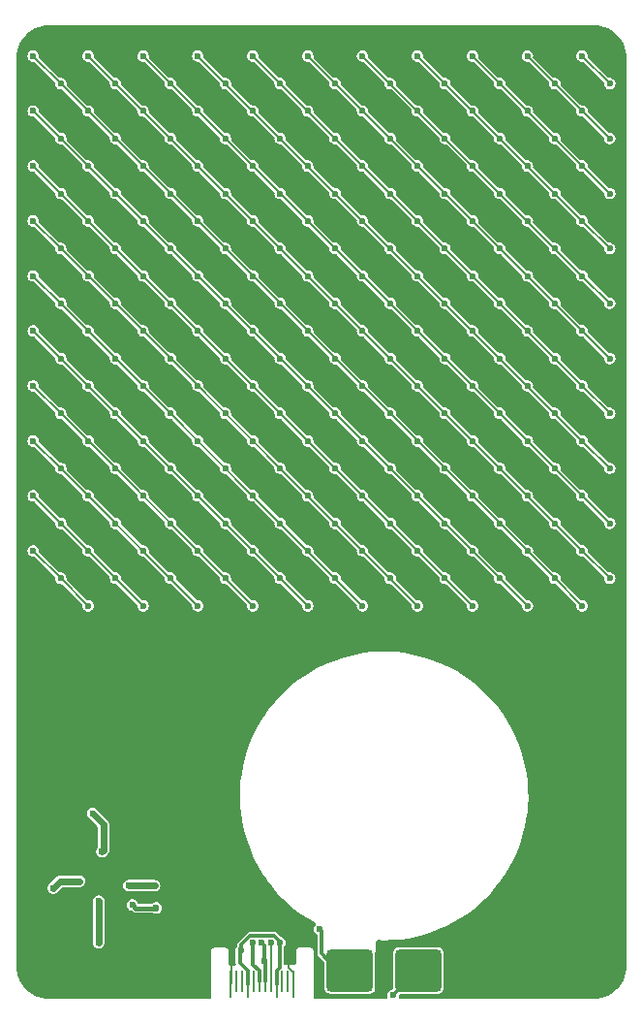
<source format=gbr>
G04 #@! TF.GenerationSoftware,KiCad,Pcbnew,8.0.7*
G04 #@! TF.CreationDate,2025-08-12T02:13:50-04:00*
G04 #@! TF.ProjectId,RP2350_60QFN_minimal,52503233-3530-45f3-9630-51464e5f6d69,REV3*
G04 #@! TF.SameCoordinates,Original*
G04 #@! TF.FileFunction,Copper,L2,Bot*
G04 #@! TF.FilePolarity,Positive*
%FSLAX46Y46*%
G04 Gerber Fmt 4.6, Leading zero omitted, Abs format (unit mm)*
G04 Created by KiCad (PCBNEW 8.0.7) date 2025-08-12 02:13:50*
%MOMM*%
%LPD*%
G01*
G04 APERTURE LIST*
G04 Aperture macros list*
%AMRoundRect*
0 Rectangle with rounded corners*
0 $1 Rounding radius*
0 $2 $3 $4 $5 $6 $7 $8 $9 X,Y pos of 4 corners*
0 Add a 4 corners polygon primitive as box body*
4,1,4,$2,$3,$4,$5,$6,$7,$8,$9,$2,$3,0*
0 Add four circle primitives for the rounded corners*
1,1,$1+$1,$2,$3*
1,1,$1+$1,$4,$5*
1,1,$1+$1,$6,$7*
1,1,$1+$1,$8,$9*
0 Add four rect primitives between the rounded corners*
20,1,$1+$1,$2,$3,$4,$5,0*
20,1,$1+$1,$4,$5,$6,$7,0*
20,1,$1+$1,$6,$7,$8,$9,0*
20,1,$1+$1,$8,$9,$2,$3,0*%
G04 Aperture macros list end*
G04 #@! TA.AperFunction,SMDPad,CuDef*
%ADD10RoundRect,0.062500X0.062500X1.087500X-0.062500X1.087500X-0.062500X-1.087500X0.062500X-1.087500X0*%
G04 #@! TD*
G04 #@! TA.AperFunction,SMDPad,CuDef*
%ADD11RoundRect,0.062500X0.062500X0.837500X-0.062500X0.837500X-0.062500X-0.837500X0.062500X-0.837500X0*%
G04 #@! TD*
G04 #@! TA.AperFunction,SMDPad,CuDef*
%ADD12RoundRect,0.062500X-0.062500X-0.837500X0.062500X-0.837500X0.062500X0.837500X-0.062500X0.837500X0*%
G04 #@! TD*
G04 #@! TA.AperFunction,SMDPad,CuDef*
%ADD13RoundRect,0.062500X-0.062500X-1.087500X0.062500X-1.087500X0.062500X1.087500X-0.062500X1.087500X0*%
G04 #@! TD*
G04 #@! TA.AperFunction,SMDPad,CuDef*
%ADD14RoundRect,0.292000X-1.708000X-1.533000X1.708000X-1.533000X1.708000X1.533000X-1.708000X1.533000X0*%
G04 #@! TD*
G04 #@! TA.AperFunction,ComponentPad*
%ADD15C,0.600000*%
G04 #@! TD*
G04 #@! TA.AperFunction,ViaPad*
%ADD16C,0.600000*%
G04 #@! TD*
G04 #@! TA.AperFunction,Conductor*
%ADD17C,0.150000*%
G04 #@! TD*
G04 #@! TA.AperFunction,Conductor*
%ADD18C,0.300000*%
G04 #@! TD*
G04 #@! TA.AperFunction,Conductor*
%ADD19C,0.400000*%
G04 #@! TD*
G04 #@! TA.AperFunction,Conductor*
%ADD20C,0.600000*%
G04 #@! TD*
G04 #@! TA.AperFunction,Conductor*
%ADD21C,0.200000*%
G04 #@! TD*
G04 APERTURE END LIST*
D10*
X24565000Y-84010000D03*
D11*
X24065000Y-83785000D03*
X23565000Y-83785000D03*
D10*
X23065000Y-84010000D03*
D11*
X22565000Y-83785000D03*
X22065000Y-83785000D03*
D12*
X21565000Y-83785000D03*
X21065000Y-83785000D03*
D13*
X20565000Y-84010000D03*
D12*
X20065000Y-83785000D03*
X19565000Y-83785000D03*
D13*
X19065000Y-84010000D03*
D14*
X35470000Y-82815000D03*
X29470000Y-82815000D03*
D15*
X9375000Y-76000000D03*
X9375000Y-74625000D03*
X9375000Y-73250000D03*
X8000000Y-76000000D03*
X8000000Y-74625000D03*
X8000000Y-73250000D03*
X6625000Y-76000000D03*
X6625000Y-74625000D03*
X6625000Y-73250000D03*
D16*
X8700000Y-64000000D03*
X52500000Y-46200000D03*
X7560000Y-81620000D03*
X1225000Y-75100000D03*
X4900000Y-79525000D03*
X3100000Y-81200000D03*
X36600000Y-49750000D03*
X15000000Y-4200000D03*
X7800000Y-49800000D03*
X52500000Y-41400000D03*
X43750000Y-4150000D03*
X17875000Y-75925754D03*
X10250000Y-4200000D03*
X2300000Y-78300000D03*
X10900000Y-82900000D03*
X20910000Y-75710000D03*
X34200000Y-4200000D03*
X41860000Y-55690000D03*
X2400000Y-69775000D03*
X12600000Y-49800000D03*
X1500000Y-24600000D03*
X24150000Y-80400000D03*
X1550000Y-81270000D03*
X52500000Y-22200000D03*
X12200000Y-83675000D03*
X32360000Y-81970000D03*
X13200000Y-83675000D03*
X52500000Y-36600000D03*
X24600000Y-4150000D03*
X5350000Y-4100000D03*
X4650000Y-78200000D03*
X20100000Y-62000000D03*
X48550000Y-4200000D03*
X1500000Y-15000000D03*
X52500000Y-31800000D03*
X27000000Y-49900000D03*
X1500000Y-19800000D03*
X19800000Y-4150000D03*
X3050000Y-49750000D03*
X1325000Y-78400000D03*
X19000000Y-77700000D03*
X50900000Y-49800000D03*
X21240000Y-74060000D03*
X19165000Y-81206871D03*
X1630000Y-53950000D03*
X26360000Y-79960000D03*
X45430000Y-55690000D03*
X19780000Y-58920000D03*
X1500000Y-10200000D03*
X1500000Y-43800000D03*
X15700000Y-81600000D03*
X18200000Y-77700000D03*
X12700000Y-78775000D03*
X15080000Y-66190000D03*
X41400000Y-49750000D03*
X37840000Y-55670000D03*
X14818198Y-75124265D03*
X2281250Y-73900000D03*
X1500000Y-48600000D03*
X49210000Y-55560000D03*
X3445000Y-66550000D03*
X17400000Y-49800000D03*
X52500000Y-51000000D03*
X1500000Y-5400000D03*
X22200000Y-49700000D03*
X52500000Y-17400000D03*
X39000000Y-4150000D03*
X1500000Y-39000000D03*
X52280000Y-53490000D03*
X22580000Y-58440000D03*
X7100000Y-83900000D03*
X27040000Y-55760000D03*
X52500000Y-12600000D03*
X3545000Y-62350000D03*
X1500000Y-29400000D03*
X32380000Y-83180000D03*
X1500000Y-51000000D03*
X15700000Y-77400000D03*
X4900000Y-80125000D03*
X8845000Y-66550000D03*
X16770000Y-72410000D03*
X29400000Y-4150000D03*
X13125000Y-72650000D03*
X700000Y-81300000D03*
X31800000Y-49800000D03*
X17780000Y-65010000D03*
X46200000Y-49800000D03*
X3200000Y-83800000D03*
X52500000Y-27000000D03*
X1020000Y-56270000D03*
X1500000Y-34200000D03*
X52500000Y-7800000D03*
X23270000Y-78720000D03*
X23350003Y-80400000D03*
X19967585Y-81105241D03*
X12524851Y-77375000D03*
X10475000Y-77100000D03*
X7512230Y-76774500D03*
X3550000Y-75650000D03*
X12400000Y-75425000D03*
X7500000Y-80425000D03*
X7800000Y-72475500D03*
X10149500Y-75425000D03*
X6976168Y-69100000D03*
X7500000Y-79825000D03*
X5850500Y-75025000D03*
X26825218Y-79190458D03*
X1790000Y-46190000D03*
X6590000Y-50990000D03*
X4190000Y-48590000D03*
X8990000Y-48590000D03*
X11390000Y-50990000D03*
X6590000Y-46190000D03*
X4190000Y-43790000D03*
X1790000Y-41390000D03*
X11390000Y-46190000D03*
X1790000Y-36590000D03*
X6590000Y-41390000D03*
X4190000Y-38990000D03*
X13790000Y-48590000D03*
X8990000Y-43790000D03*
X16190000Y-50990000D03*
X1790000Y-31790000D03*
X13790000Y-43790000D03*
X8990000Y-38990000D03*
X16190000Y-46190000D03*
X6590000Y-36590000D03*
X4190000Y-34190000D03*
X11390000Y-41390000D03*
X18590000Y-48590000D03*
X20990000Y-50990000D03*
X21768122Y-80400000D03*
X22015000Y-82000000D03*
X21015000Y-80400000D03*
X20990000Y-46190000D03*
X8990000Y-34190000D03*
X16190000Y-41390000D03*
X25790000Y-50990000D03*
X4190000Y-29390000D03*
X11390000Y-36590000D03*
X1790000Y-26990000D03*
X23390000Y-48590000D03*
X6590000Y-31790000D03*
X13790000Y-38990000D03*
X18590000Y-43790000D03*
X16190000Y-36590000D03*
X25790000Y-46190000D03*
X13790000Y-34190000D03*
X28190000Y-48590000D03*
X6590000Y-26990000D03*
X8990000Y-29390000D03*
X23390000Y-43790000D03*
X4190000Y-24590000D03*
X20990000Y-41390000D03*
X1790000Y-22190000D03*
X11390000Y-31790000D03*
X18590000Y-38990000D03*
X30590000Y-50990000D03*
X4190000Y-19790000D03*
X25790000Y-41390000D03*
X35390000Y-50990000D03*
X6590000Y-22190000D03*
X13790000Y-29390000D03*
X23390000Y-38990000D03*
X18590000Y-34190000D03*
X16190000Y-31790000D03*
X8990000Y-24590000D03*
X11390000Y-26990000D03*
X28190000Y-43790000D03*
X30590000Y-46190000D03*
X1790000Y-17390000D03*
X32990000Y-48590000D03*
X20990000Y-36590000D03*
X23390000Y-34190000D03*
X37790000Y-48590000D03*
X35390000Y-46190000D03*
X25790000Y-36590000D03*
X28190000Y-38990000D03*
X40190000Y-50990000D03*
X20990000Y-31790000D03*
X13790000Y-24590000D03*
X1790000Y-12590000D03*
X30590000Y-41390000D03*
X8990000Y-19790000D03*
X32990000Y-43790000D03*
X4190000Y-14990000D03*
X6590000Y-17390000D03*
X16190000Y-26990000D03*
X11390000Y-22190000D03*
X18590000Y-29390000D03*
X18590000Y-24590000D03*
X4190000Y-10190000D03*
X16190000Y-22190000D03*
X28190000Y-34190000D03*
X11390000Y-17390000D03*
X1790000Y-7790000D03*
X35390000Y-41390000D03*
X44990000Y-50990000D03*
X8990000Y-14990000D03*
X37790000Y-43790000D03*
X23390000Y-29390000D03*
X42590000Y-48590000D03*
X13790000Y-19790000D03*
X25790000Y-31790000D03*
X6590000Y-12590000D03*
X40190000Y-46190000D03*
X32990000Y-38990000D03*
X30590000Y-36590000D03*
X20990000Y-26990000D03*
X16190000Y-17390000D03*
X42590000Y-43790000D03*
X23390000Y-24590000D03*
X13790000Y-14990000D03*
X35390000Y-36590000D03*
X28190000Y-29390000D03*
X18590000Y-19790000D03*
X6590000Y-7790000D03*
X4190000Y-5390000D03*
X32990000Y-34190000D03*
X8990000Y-10190000D03*
X44990000Y-46190000D03*
X30590000Y-31790000D03*
X1790000Y-2990000D03*
X49790000Y-50990000D03*
X37790000Y-38990000D03*
X47390000Y-48590000D03*
X20990000Y-22190000D03*
X11390000Y-12590000D03*
X40190000Y-41390000D03*
X25790000Y-26990000D03*
X37790000Y-34190000D03*
X28190000Y-24590000D03*
X49790000Y-46190000D03*
X47390000Y-43790000D03*
X23390000Y-19790000D03*
X25790000Y-22190000D03*
X42590000Y-38990000D03*
X8990000Y-5390000D03*
X6590000Y-2990000D03*
X32990000Y-29390000D03*
X16190000Y-12590000D03*
X13790000Y-10190000D03*
X30590000Y-26990000D03*
X52190000Y-48590000D03*
X18590000Y-14990000D03*
X40190000Y-36590000D03*
X35390000Y-31790000D03*
X11390000Y-7790000D03*
X20990000Y-17390000D03*
X44990000Y-41390000D03*
X49790000Y-2990000D03*
X52190000Y-5390000D03*
X44990000Y-36590000D03*
X52190000Y-43790000D03*
X13790000Y-5390000D03*
X18590000Y-10190000D03*
X30590000Y-22190000D03*
X49790000Y-41390000D03*
X28190000Y-19790000D03*
X42590000Y-34190000D03*
X32990000Y-24590000D03*
X37790000Y-29390000D03*
X20990000Y-12590000D03*
X16190000Y-7790000D03*
X40190000Y-31790000D03*
X35390000Y-26990000D03*
X11390000Y-2990000D03*
X25790000Y-17390000D03*
X23390000Y-14990000D03*
X47390000Y-38990000D03*
X44990000Y-2990000D03*
X52190000Y-10190000D03*
X47390000Y-5390000D03*
X49790000Y-7790000D03*
X30590000Y-17390000D03*
X25790000Y-12590000D03*
X32990000Y-19790000D03*
X52190000Y-38990000D03*
X18590000Y-5390000D03*
X23390000Y-10190000D03*
X37790000Y-24590000D03*
X49790000Y-36590000D03*
X47390000Y-34190000D03*
X44990000Y-31790000D03*
X20990000Y-7790000D03*
X42590000Y-29390000D03*
X16190000Y-2990000D03*
X35390000Y-22190000D03*
X40190000Y-26990000D03*
X28190000Y-14990000D03*
X49790000Y-12590000D03*
X52190000Y-14990000D03*
X47390000Y-10190000D03*
X44990000Y-7790000D03*
X40190000Y-2990000D03*
X42590000Y-5390000D03*
X37790000Y-19790000D03*
X30590000Y-12590000D03*
X40190000Y-22190000D03*
X49790000Y-31790000D03*
X28190000Y-10190000D03*
X32990000Y-14990000D03*
X42590000Y-24590000D03*
X20990000Y-2990000D03*
X47390000Y-29390000D03*
X23390000Y-5390000D03*
X35390000Y-17390000D03*
X44990000Y-26990000D03*
X52190000Y-34190000D03*
X25790000Y-7790000D03*
X52190000Y-19790000D03*
X40190000Y-7790000D03*
X35390000Y-2990000D03*
X44990000Y-12590000D03*
X49790000Y-17390000D03*
X37790000Y-5390000D03*
X42590000Y-10190000D03*
X47390000Y-14990000D03*
X22600000Y-80400000D03*
X33260000Y-85000000D03*
X47390000Y-24590000D03*
X42590000Y-19790000D03*
X40190000Y-17390000D03*
X25790000Y-2990000D03*
X28190000Y-5390000D03*
X44990000Y-22190000D03*
X37790000Y-14990000D03*
X49790000Y-26990000D03*
X32990000Y-10190000D03*
X35390000Y-12590000D03*
X52190000Y-29390000D03*
X30590000Y-7790000D03*
X44990000Y-17390000D03*
X42590000Y-14990000D03*
X52190000Y-24590000D03*
X49790000Y-22190000D03*
X30590000Y-2990000D03*
X32990000Y-5390000D03*
X37790000Y-10190000D03*
X40190000Y-12590000D03*
X47390000Y-19790000D03*
X35390000Y-7790000D03*
D17*
X24565000Y-82976680D02*
X24565000Y-84010000D01*
X24150000Y-82561680D02*
X24565000Y-82976680D01*
X19165000Y-81206871D02*
X19100000Y-81271871D01*
X24150000Y-80400000D02*
X24150000Y-82561680D01*
X19100000Y-81271871D02*
X19100000Y-83975000D01*
X19100000Y-83975000D02*
X19065000Y-84010000D01*
D18*
X23350003Y-80400000D02*
X23345743Y-80404260D01*
X23065000Y-82870614D02*
X23065000Y-84010000D01*
X19850000Y-81222826D02*
X19850000Y-82155614D01*
X20766471Y-79800000D02*
X22848529Y-79800000D01*
X20565000Y-82870614D02*
X20565000Y-84010000D01*
X19967585Y-80598886D02*
X20766471Y-79800000D01*
X23350003Y-80301474D02*
X23350003Y-80400000D01*
D17*
X20565000Y-84010000D02*
X20565000Y-84990000D01*
D18*
X23345743Y-82589871D02*
X23065000Y-82870614D01*
X19967585Y-81105241D02*
X19850000Y-81222826D01*
X22848529Y-79800000D02*
X23350003Y-80301474D01*
X19850000Y-82155614D02*
X20565000Y-82870614D01*
X19967585Y-81105241D02*
X19967585Y-80598886D01*
X23345743Y-80404260D02*
X23345743Y-82589871D01*
D19*
X12524851Y-77375000D02*
X12499851Y-77400000D01*
X12499851Y-77400000D02*
X10775000Y-77400000D01*
X10775000Y-77400000D02*
X10475000Y-77100000D01*
D20*
X7925000Y-72350500D02*
X7800000Y-72475500D01*
X7925000Y-70048832D02*
X7925000Y-72350500D01*
X7500000Y-76786730D02*
X7500000Y-80425000D01*
X3550000Y-75650000D02*
X4175000Y-75025000D01*
X6976168Y-69100000D02*
X7925000Y-70048832D01*
X12400000Y-75425000D02*
X10149500Y-75425000D01*
X4175000Y-75025000D02*
X5850500Y-75025000D01*
X7512230Y-76774500D02*
X7500000Y-76786730D01*
D18*
X26980000Y-81360000D02*
X28435000Y-82815000D01*
X26825218Y-79190458D02*
X26980000Y-79345240D01*
X28435000Y-82815000D02*
X29470000Y-82815000D01*
X26980000Y-79345240D02*
X26980000Y-81360000D01*
D17*
X4190000Y-48590000D02*
X6590000Y-50990000D01*
X4190000Y-48590000D02*
X1790000Y-46190000D01*
X4190000Y-43790000D02*
X11390000Y-50990000D01*
X4190000Y-43790000D02*
X1790000Y-41390000D01*
X4190000Y-38990000D02*
X16190000Y-50990000D01*
X4190000Y-38990000D02*
X1790000Y-36590000D01*
X4190000Y-34190000D02*
X20990000Y-50990000D01*
X4190000Y-34190000D02*
X1790000Y-31790000D01*
D18*
X21768122Y-80400000D02*
X22025000Y-80656878D01*
X22025000Y-80656878D02*
X22025000Y-81990000D01*
X22065000Y-82050000D02*
X22065000Y-83785000D01*
X22025000Y-81990000D02*
X22015000Y-82000000D01*
X22015000Y-82000000D02*
X22065000Y-82050000D01*
X21015000Y-80400000D02*
X21015000Y-82320614D01*
X21015000Y-82320614D02*
X21565000Y-82870614D01*
X21565000Y-82870614D02*
X21565000Y-83785000D01*
D17*
X4190000Y-29390000D02*
X25790000Y-50990000D01*
X4190000Y-29390000D02*
X1790000Y-26990000D01*
X4190000Y-24590000D02*
X1790000Y-22190000D01*
X4190000Y-24590000D02*
X30590000Y-50990000D01*
X4190000Y-19790000D02*
X35390000Y-50990000D01*
X4190000Y-19790000D02*
X1790000Y-17390000D01*
X4190000Y-14990000D02*
X1790000Y-12590000D01*
X4190000Y-14990000D02*
X40190000Y-50990000D01*
X4190000Y-10190000D02*
X1790000Y-7790000D01*
X4190000Y-10190000D02*
X44990000Y-50990000D01*
X4190000Y-5390000D02*
X1790000Y-2990000D01*
X47390000Y-48590000D02*
X49790000Y-50990000D01*
X4190000Y-5390000D02*
X47390000Y-48590000D01*
X6590000Y-2990000D02*
X49790000Y-46190000D01*
X49790000Y-46190000D02*
X52190000Y-48590000D01*
X49790000Y-2990000D02*
X52190000Y-5390000D01*
X49790000Y-41390000D02*
X52190000Y-43790000D01*
X11390000Y-2990000D02*
X49790000Y-41390000D01*
X44990000Y-2990000D02*
X49790000Y-7790000D01*
X49790000Y-7790000D02*
X52190000Y-10190000D01*
X49790000Y-36590000D02*
X52190000Y-38990000D01*
X16190000Y-2990000D02*
X49790000Y-36590000D01*
X49790000Y-12590000D02*
X52190000Y-14990000D01*
X40190000Y-2990000D02*
X49790000Y-12590000D01*
X49790000Y-31790000D02*
X52190000Y-34190000D01*
X20990000Y-2990000D02*
X49790000Y-31790000D01*
X35390000Y-2990000D02*
X49790000Y-17390000D01*
X49790000Y-17390000D02*
X52190000Y-19790000D01*
D21*
X22600000Y-80400000D02*
X22600000Y-83750000D01*
X22600000Y-83750000D02*
X22565000Y-83785000D01*
D18*
X33260000Y-85000000D02*
X33285000Y-85000000D01*
X33285000Y-85000000D02*
X35470000Y-82815000D01*
D17*
X49790000Y-26990000D02*
X52190000Y-29390000D01*
X25790000Y-2990000D02*
X49790000Y-26990000D01*
X30590000Y-2990000D02*
X49790000Y-22190000D01*
X49790000Y-22190000D02*
X52190000Y-24590000D01*
G04 #@! TA.AperFunction,Conductor*
G36*
X50727740Y-300498D02*
G01*
X50727744Y-300500D01*
X50752405Y-300500D01*
X50796519Y-300500D01*
X50803472Y-300695D01*
X51115460Y-318216D01*
X51129257Y-319770D01*
X51433882Y-371528D01*
X51447438Y-374622D01*
X51744350Y-460161D01*
X51757476Y-464754D01*
X52042940Y-582997D01*
X52055447Y-589019D01*
X52325896Y-738492D01*
X52337664Y-745887D01*
X52587962Y-923482D01*
X52589658Y-924685D01*
X52600530Y-933355D01*
X52830921Y-1139245D01*
X52840754Y-1149078D01*
X53046644Y-1379469D01*
X53055314Y-1390341D01*
X53234112Y-1642335D01*
X53241510Y-1654108D01*
X53390976Y-1924545D01*
X53397005Y-1937066D01*
X53515245Y-2222524D01*
X53519838Y-2235649D01*
X53605377Y-2532561D01*
X53608471Y-2546118D01*
X53660227Y-2850731D01*
X53661784Y-2864549D01*
X53679305Y-3176527D01*
X53679500Y-3183480D01*
X53679500Y-82416519D01*
X53679305Y-82423472D01*
X53661784Y-82735450D01*
X53660227Y-82749268D01*
X53608471Y-83053881D01*
X53605377Y-83067438D01*
X53519838Y-83364350D01*
X53515245Y-83377475D01*
X53397005Y-83662933D01*
X53390972Y-83675462D01*
X53241510Y-83945891D01*
X53234112Y-83957664D01*
X53055314Y-84209658D01*
X53046644Y-84220530D01*
X52840754Y-84450921D01*
X52830921Y-84460754D01*
X52600530Y-84666644D01*
X52589658Y-84675314D01*
X52337664Y-84854112D01*
X52325891Y-84861510D01*
X52112288Y-84979565D01*
X52056492Y-85010403D01*
X52055462Y-85010972D01*
X52042933Y-85017005D01*
X51757475Y-85135245D01*
X51744350Y-85139838D01*
X51447438Y-85225377D01*
X51433881Y-85228471D01*
X51129268Y-85280227D01*
X51115450Y-85281784D01*
X50803472Y-85299305D01*
X50796519Y-85299500D01*
X33864697Y-85299500D01*
X33797658Y-85279815D01*
X33751903Y-85227011D01*
X33741959Y-85157853D01*
X33744884Y-85144409D01*
X33745165Y-85142457D01*
X33757248Y-85058409D01*
X33786272Y-84994855D01*
X33792290Y-84988390D01*
X33903864Y-84876818D01*
X33965187Y-84843334D01*
X33991544Y-84840500D01*
X37225092Y-84840500D01*
X37225102Y-84840500D01*
X37283765Y-84834193D01*
X37416457Y-84784701D01*
X37529831Y-84699831D01*
X37614701Y-84586457D01*
X37664193Y-84453765D01*
X37670500Y-84395102D01*
X37670500Y-81234898D01*
X37664193Y-81176235D01*
X37614701Y-81043543D01*
X37529831Y-80930169D01*
X37416457Y-80845299D01*
X37283765Y-80795807D01*
X37225102Y-80789500D01*
X33714898Y-80789500D01*
X33656235Y-80795807D01*
X33523543Y-80845299D01*
X33410169Y-80930169D01*
X33325299Y-81043543D01*
X33275807Y-81176235D01*
X33269500Y-81234898D01*
X33269500Y-81234906D01*
X33269500Y-84382755D01*
X33249815Y-84449794D01*
X33197011Y-84495549D01*
X33180435Y-84501732D01*
X33049948Y-84540045D01*
X32928873Y-84617856D01*
X32834623Y-84726626D01*
X32834622Y-84726628D01*
X32774834Y-84857543D01*
X32754353Y-85000000D01*
X32776097Y-85151235D01*
X32774279Y-85151496D01*
X32774278Y-85210438D01*
X32736502Y-85269215D01*
X32672945Y-85298238D01*
X32655302Y-85299500D01*
X26407800Y-85299500D01*
X26340761Y-85279815D01*
X26295006Y-85227011D01*
X26283800Y-85175500D01*
X26283800Y-81140488D01*
X26283800Y-81140311D01*
X26283834Y-81101500D01*
X26283833Y-81101495D01*
X26283800Y-81101237D01*
X26273544Y-81062965D01*
X26273515Y-81062857D01*
X26264625Y-81029562D01*
X26263422Y-81025055D01*
X26263421Y-81025053D01*
X26263420Y-81025049D01*
X26263322Y-81024813D01*
X26243390Y-80990289D01*
X26243412Y-80990276D01*
X26243335Y-80990195D01*
X26223920Y-80956499D01*
X26223918Y-80956497D01*
X26223916Y-80956493D01*
X26223870Y-80956433D01*
X26223760Y-80956289D01*
X26222751Y-80955280D01*
X26195399Y-80927928D01*
X26168020Y-80900501D01*
X26168019Y-80900500D01*
X26168016Y-80900497D01*
X26167914Y-80900419D01*
X26167810Y-80900339D01*
X26133579Y-80880576D01*
X26099533Y-80860880D01*
X26099532Y-80860879D01*
X26099531Y-80860879D01*
X26099291Y-80860779D01*
X26060956Y-80850507D01*
X26060959Y-80850494D01*
X26060854Y-80850480D01*
X26051430Y-80847946D01*
X26023107Y-80840330D01*
X26022875Y-80840300D01*
X26022862Y-80840300D01*
X25982951Y-80840300D01*
X25112770Y-80839541D01*
X25112140Y-80839500D01*
X25104562Y-80839500D01*
X25064725Y-80839500D01*
X25025700Y-80839466D01*
X25025699Y-80839466D01*
X25025693Y-80839466D01*
X25025440Y-80839499D01*
X24987268Y-80849727D01*
X24987166Y-80849754D01*
X24949242Y-80859880D01*
X24949024Y-80859970D01*
X24915020Y-80879603D01*
X24914927Y-80879657D01*
X24880685Y-80899386D01*
X24880500Y-80899528D01*
X24852412Y-80927616D01*
X24824690Y-80955290D01*
X24824542Y-80955483D01*
X24804828Y-80989629D01*
X24804776Y-80989720D01*
X24785079Y-81023767D01*
X24784979Y-81024009D01*
X24774775Y-81062092D01*
X24774747Y-81062196D01*
X24764529Y-81100197D01*
X24764500Y-81100418D01*
X24764500Y-81140419D01*
X24764459Y-81187030D01*
X24764500Y-81187652D01*
X24764500Y-82214864D01*
X24744815Y-82281903D01*
X24692011Y-82327658D01*
X24641765Y-82338858D01*
X23821508Y-82347228D01*
X23754271Y-82328228D01*
X23707980Y-82275894D01*
X23696243Y-82223234D01*
X23696243Y-80810951D01*
X23715928Y-80743912D01*
X23726524Y-80729754D01*
X23775380Y-80673373D01*
X23835168Y-80542457D01*
X23855650Y-80400000D01*
X23835168Y-80257543D01*
X23775380Y-80126627D01*
X23681131Y-80017857D01*
X23560056Y-79940047D01*
X23560054Y-79940046D01*
X23560052Y-79940045D01*
X23560053Y-79940045D01*
X23483116Y-79917455D01*
X23430369Y-79886159D01*
X23249341Y-79705131D01*
X23063741Y-79519530D01*
X23063740Y-79519529D01*
X23063737Y-79519527D01*
X22983819Y-79473387D01*
X22983818Y-79473386D01*
X22983817Y-79473386D01*
X22894673Y-79449500D01*
X20720327Y-79449500D01*
X20631183Y-79473386D01*
X20631182Y-79473386D01*
X20631180Y-79473387D01*
X20631177Y-79473388D01*
X20551265Y-79519526D01*
X20551256Y-79519533D01*
X19687116Y-80383672D01*
X19687114Y-80383675D01*
X19651051Y-80446140D01*
X19651049Y-80446142D01*
X19640972Y-80463595D01*
X19617085Y-80552742D01*
X19617085Y-80699204D01*
X19597400Y-80766243D01*
X19586799Y-80780405D01*
X19542210Y-80831864D01*
X19542207Y-80831869D01*
X19482419Y-80962784D01*
X19461938Y-81105241D01*
X19482419Y-81247694D01*
X19482420Y-81247699D01*
X19488294Y-81260560D01*
X19499500Y-81312072D01*
X19499500Y-82201759D01*
X19508771Y-82236359D01*
X19507108Y-82306208D01*
X19467945Y-82364071D01*
X19403716Y-82391574D01*
X19390261Y-82392445D01*
X18990765Y-82396521D01*
X18923528Y-82377521D01*
X18877237Y-82325187D01*
X18865500Y-82272527D01*
X18865500Y-81100439D01*
X18865500Y-81100438D01*
X18845021Y-81024011D01*
X18844880Y-81023767D01*
X18805464Y-80955495D01*
X18805458Y-80955487D01*
X18749512Y-80899541D01*
X18749504Y-80899535D01*
X18680995Y-80859982D01*
X18680990Y-80859979D01*
X18647513Y-80851009D01*
X18604562Y-80839500D01*
X17682862Y-80839500D01*
X17603738Y-80839500D01*
X17565571Y-80849727D01*
X17527309Y-80859979D01*
X17527304Y-80859982D01*
X17458795Y-80899535D01*
X17458787Y-80899541D01*
X17402841Y-80955487D01*
X17402835Y-80955495D01*
X17363282Y-81024004D01*
X17363279Y-81024009D01*
X17358045Y-81043543D01*
X17342806Y-81100418D01*
X17342800Y-81100439D01*
X17342800Y-85175500D01*
X17323115Y-85242539D01*
X17270311Y-85288294D01*
X17218800Y-85299500D01*
X3183491Y-85299500D01*
X3176531Y-85299305D01*
X2864235Y-85281749D01*
X2850404Y-85280189D01*
X2545488Y-85228329D01*
X2531918Y-85225228D01*
X2510097Y-85218935D01*
X2298300Y-85157853D01*
X2234742Y-85139523D01*
X2221605Y-85134921D01*
X1935905Y-85016448D01*
X1923367Y-85010403D01*
X1670063Y-84870240D01*
X1652745Y-84860657D01*
X1640964Y-84853246D01*
X1623022Y-84840499D01*
X1583067Y-84812112D01*
X1388828Y-84674111D01*
X1377952Y-84665425D01*
X1147479Y-84459159D01*
X1137644Y-84449309D01*
X931741Y-84218512D01*
X923084Y-84207638D01*
X796780Y-84029269D01*
X744339Y-83955210D01*
X736946Y-83943417D01*
X587623Y-83672557D01*
X581597Y-83660008D01*
X552666Y-83589929D01*
X463574Y-83374120D01*
X458995Y-83360982D01*
X431968Y-83266712D01*
X373751Y-83063655D01*
X370677Y-83050102D01*
X319294Y-82745087D01*
X317758Y-82731272D01*
X300693Y-82418944D01*
X300509Y-82411998D01*
X300579Y-82367880D01*
X300578Y-82367876D01*
X300592Y-82358929D01*
X300500Y-82357736D01*
X300500Y-79824999D01*
X6994353Y-79824999D01*
X6998238Y-79852020D01*
X6999500Y-79869667D01*
X6999500Y-80380331D01*
X6998238Y-80397977D01*
X6994353Y-80425000D01*
X6997393Y-80446142D01*
X6998238Y-80452020D01*
X6999500Y-80469667D01*
X6999500Y-80490894D01*
X7006923Y-80518596D01*
X7009885Y-80533037D01*
X7014835Y-80567456D01*
X7014837Y-80567464D01*
X7023069Y-80585489D01*
X7030050Y-80604907D01*
X7033607Y-80618183D01*
X7033610Y-80618190D01*
X7051681Y-80649491D01*
X7057086Y-80659974D01*
X7074623Y-80698373D01*
X7082694Y-80707687D01*
X7096368Y-80726890D01*
X7099497Y-80732310D01*
X7099501Y-80732315D01*
X7130322Y-80763136D01*
X7136354Y-80769615D01*
X7168870Y-80807141D01*
X7168874Y-80807145D01*
X7172928Y-80809750D01*
X7188211Y-80822066D01*
X7192684Y-80825498D01*
X7192686Y-80825500D01*
X7236887Y-80851019D01*
X7241871Y-80854056D01*
X7289947Y-80884953D01*
X7289950Y-80884954D01*
X7289952Y-80884955D01*
X7290994Y-80885431D01*
X7300621Y-80888827D01*
X7306811Y-80891390D01*
X7306814Y-80891392D01*
X7360443Y-80905761D01*
X7363261Y-80906516D01*
X7366098Y-80907312D01*
X7428039Y-80925500D01*
X7571963Y-80925500D01*
X7571963Y-80925499D01*
X7610226Y-80914263D01*
X7633902Y-80907312D01*
X7636681Y-80906531D01*
X7693186Y-80891392D01*
X7693189Y-80891389D01*
X7699367Y-80888832D01*
X7708996Y-80885434D01*
X7710045Y-80884955D01*
X7710053Y-80884953D01*
X7758087Y-80854082D01*
X7763102Y-80851025D01*
X7807314Y-80825500D01*
X7807321Y-80825492D01*
X7811828Y-80822035D01*
X7827067Y-80809752D01*
X7831128Y-80807143D01*
X7863653Y-80769605D01*
X7869673Y-80763140D01*
X7877943Y-80754870D01*
X7900500Y-80732314D01*
X7903628Y-80726894D01*
X7917306Y-80707687D01*
X7925377Y-80698373D01*
X7942912Y-80659974D01*
X7948311Y-80649502D01*
X7966392Y-80618186D01*
X7969952Y-80604898D01*
X7976934Y-80585479D01*
X7985164Y-80567459D01*
X7985163Y-80567459D01*
X7985165Y-80567457D01*
X7990111Y-80533053D01*
X7993074Y-80518606D01*
X7994263Y-80514165D01*
X8000500Y-80490892D01*
X8000500Y-80469667D01*
X8001762Y-80452020D01*
X8002607Y-80446142D01*
X8005647Y-80425000D01*
X8001762Y-80397977D01*
X8000500Y-80380331D01*
X8000500Y-79869667D01*
X8001762Y-79852020D01*
X8005647Y-79824999D01*
X8001762Y-79797977D01*
X8000500Y-79780331D01*
X8000500Y-77100000D01*
X9969353Y-77100000D01*
X9989834Y-77242456D01*
X10049622Y-77373371D01*
X10049623Y-77373373D01*
X10143872Y-77482143D01*
X10264947Y-77559953D01*
X10264950Y-77559954D01*
X10264949Y-77559954D01*
X10381262Y-77594106D01*
X10434009Y-77625402D01*
X10529087Y-77720480D01*
X10620412Y-77773207D01*
X10722273Y-77800500D01*
X10827727Y-77800500D01*
X12224779Y-77800500D01*
X12291818Y-77820185D01*
X12291819Y-77820185D01*
X12314800Y-77834954D01*
X12452887Y-77875499D01*
X12452889Y-77875500D01*
X12452890Y-77875500D01*
X12596813Y-77875500D01*
X12596813Y-77875499D01*
X12734904Y-77834953D01*
X12855979Y-77757143D01*
X12950228Y-77648373D01*
X13010016Y-77517457D01*
X13030498Y-77375000D01*
X13010016Y-77232543D01*
X12950228Y-77101627D01*
X12855979Y-76992857D01*
X12734904Y-76915047D01*
X12734902Y-76915046D01*
X12734900Y-76915045D01*
X12734901Y-76915045D01*
X12596814Y-76874500D01*
X12596812Y-76874500D01*
X12452890Y-76874500D01*
X12452887Y-76874500D01*
X12314800Y-76915045D01*
X12314799Y-76915046D01*
X12214017Y-76979815D01*
X12146977Y-76999500D01*
X11059016Y-76999500D01*
X10991977Y-76979815D01*
X10946222Y-76927012D01*
X10922240Y-76874500D01*
X10900377Y-76826627D01*
X10806128Y-76717857D01*
X10685053Y-76640047D01*
X10685051Y-76640046D01*
X10685049Y-76640045D01*
X10685050Y-76640045D01*
X10546963Y-76599500D01*
X10546961Y-76599500D01*
X10403039Y-76599500D01*
X10403036Y-76599500D01*
X10264949Y-76640045D01*
X10143873Y-76717856D01*
X10049623Y-76826626D01*
X10049622Y-76826628D01*
X9989834Y-76957543D01*
X9969353Y-77100000D01*
X8000500Y-77100000D01*
X8000500Y-76904227D01*
X8001757Y-76886614D01*
X8002340Y-76882561D01*
X8005302Y-76868112D01*
X8012730Y-76840392D01*
X8012730Y-76819167D01*
X8013992Y-76801520D01*
X8017877Y-76774499D01*
X8013992Y-76747477D01*
X8012730Y-76729831D01*
X8012730Y-76708609D01*
X8012730Y-76708607D01*
X8005301Y-76680882D01*
X8002341Y-76666446D01*
X7997395Y-76632043D01*
X7989158Y-76614009D01*
X7982179Y-76594591D01*
X7978622Y-76581314D01*
X7960546Y-76550006D01*
X7955141Y-76539520D01*
X7937610Y-76501133D01*
X7937609Y-76501131D01*
X7937607Y-76501127D01*
X7933936Y-76496890D01*
X7929536Y-76491812D01*
X7915858Y-76472604D01*
X7912729Y-76467185D01*
X7881907Y-76436363D01*
X7875889Y-76429901D01*
X7843358Y-76392357D01*
X7843355Y-76392354D01*
X7839296Y-76389746D01*
X7824023Y-76377437D01*
X7819548Y-76374004D01*
X7819544Y-76374000D01*
X7807634Y-76367123D01*
X7775351Y-76348484D01*
X7770315Y-76345415D01*
X7770109Y-76345282D01*
X7722283Y-76314547D01*
X7722281Y-76314546D01*
X7722279Y-76314545D01*
X7721239Y-76314070D01*
X7711610Y-76310673D01*
X7705414Y-76308107D01*
X7648931Y-76292971D01*
X7646095Y-76292175D01*
X7584191Y-76274000D01*
X7440269Y-76274000D01*
X7378375Y-76292173D01*
X7375537Y-76292969D01*
X7319047Y-76308106D01*
X7312839Y-76310677D01*
X7303215Y-76314072D01*
X7302179Y-76314545D01*
X7254145Y-76345414D01*
X7249110Y-76348483D01*
X7204919Y-76373997D01*
X7200496Y-76377392D01*
X7185175Y-76389738D01*
X7181107Y-76392352D01*
X7181097Y-76392361D01*
X7148577Y-76429891D01*
X7142548Y-76436366D01*
X7099502Y-76479413D01*
X7099498Y-76479418D01*
X7089409Y-76496890D01*
X7086389Y-76501849D01*
X7085543Y-76503166D01*
X7083494Y-76507138D01*
X7033608Y-76593543D01*
X7033608Y-76593544D01*
X6999500Y-76720838D01*
X6999500Y-79780331D01*
X6998238Y-79797977D01*
X6994353Y-79824999D01*
X300500Y-79824999D01*
X300500Y-75649999D01*
X3044353Y-75649999D01*
X3048238Y-75677020D01*
X3049500Y-75694667D01*
X3049500Y-75715894D01*
X3056923Y-75743596D01*
X3059885Y-75758037D01*
X3064835Y-75792456D01*
X3064837Y-75792464D01*
X3073069Y-75810489D01*
X3080050Y-75829907D01*
X3083607Y-75843183D01*
X3083610Y-75843190D01*
X3101681Y-75874491D01*
X3107086Y-75884974D01*
X3124623Y-75923373D01*
X3132694Y-75932687D01*
X3146368Y-75951890D01*
X3149497Y-75957310D01*
X3149501Y-75957315D01*
X3180322Y-75988136D01*
X3186354Y-75994615D01*
X3218870Y-76032141D01*
X3218874Y-76032145D01*
X3222928Y-76034750D01*
X3238211Y-76047066D01*
X3242684Y-76050498D01*
X3242686Y-76050500D01*
X3286887Y-76076019D01*
X3291871Y-76079056D01*
X3339947Y-76109953D01*
X3339950Y-76109954D01*
X3339952Y-76109955D01*
X3340994Y-76110431D01*
X3350621Y-76113827D01*
X3356811Y-76116390D01*
X3356814Y-76116392D01*
X3413246Y-76131512D01*
X3413261Y-76131516D01*
X3416098Y-76132312D01*
X3478039Y-76150500D01*
X3621963Y-76150500D01*
X3621963Y-76150499D01*
X3660226Y-76139263D01*
X3683902Y-76132312D01*
X3686681Y-76131531D01*
X3743186Y-76116392D01*
X3743189Y-76116389D01*
X3749367Y-76113832D01*
X3758996Y-76110434D01*
X3760045Y-76109955D01*
X3760053Y-76109953D01*
X3808087Y-76079082D01*
X3813102Y-76076025D01*
X3857314Y-76050500D01*
X3857321Y-76050492D01*
X3861828Y-76047035D01*
X3877067Y-76034752D01*
X3881128Y-76032143D01*
X3913659Y-75994597D01*
X3919664Y-75988148D01*
X4345995Y-75561819D01*
X4407318Y-75528334D01*
X4433676Y-75525500D01*
X5922463Y-75525500D01*
X5922463Y-75525499D01*
X5963614Y-75513416D01*
X5984402Y-75507312D01*
X5987181Y-75506531D01*
X6043686Y-75491392D01*
X6043689Y-75491389D01*
X6049867Y-75488832D01*
X6059496Y-75485434D01*
X6060545Y-75484955D01*
X6060553Y-75484953D01*
X6108587Y-75454082D01*
X6113602Y-75451025D01*
X6157814Y-75425500D01*
X6157821Y-75425492D01*
X6158464Y-75424999D01*
X9643853Y-75424999D01*
X9647738Y-75452020D01*
X9649000Y-75469667D01*
X9649000Y-75490894D01*
X9653185Y-75506512D01*
X9655330Y-75514519D01*
X9656423Y-75518596D01*
X9659385Y-75533037D01*
X9664335Y-75567456D01*
X9664337Y-75567464D01*
X9672569Y-75585489D01*
X9679548Y-75604903D01*
X9681673Y-75612834D01*
X9683107Y-75618183D01*
X9683110Y-75618190D01*
X9701181Y-75649491D01*
X9706586Y-75659974D01*
X9724123Y-75698373D01*
X9732194Y-75707687D01*
X9745868Y-75726890D01*
X9748997Y-75732310D01*
X9749001Y-75732315D01*
X9779822Y-75763136D01*
X9785854Y-75769615D01*
X9818370Y-75807141D01*
X9818374Y-75807145D01*
X9822428Y-75809750D01*
X9837711Y-75822066D01*
X9842184Y-75825498D01*
X9842186Y-75825500D01*
X9886387Y-75851019D01*
X9891371Y-75854056D01*
X9939447Y-75884953D01*
X9939450Y-75884954D01*
X9939452Y-75884955D01*
X9940494Y-75885431D01*
X9950121Y-75888827D01*
X9956311Y-75891390D01*
X9956314Y-75891392D01*
X10012746Y-75906512D01*
X10012761Y-75906516D01*
X10015598Y-75907312D01*
X10077539Y-75925500D01*
X12471963Y-75925500D01*
X12471963Y-75925499D01*
X12510226Y-75914263D01*
X12533902Y-75907312D01*
X12536681Y-75906531D01*
X12593186Y-75891392D01*
X12593189Y-75891389D01*
X12599367Y-75888832D01*
X12608996Y-75885434D01*
X12610045Y-75884955D01*
X12610053Y-75884953D01*
X12658087Y-75854082D01*
X12663102Y-75851025D01*
X12707314Y-75825500D01*
X12707321Y-75825492D01*
X12711828Y-75822035D01*
X12727067Y-75809752D01*
X12731128Y-75807143D01*
X12763653Y-75769605D01*
X12769673Y-75763140D01*
X12782076Y-75750737D01*
X12800500Y-75732314D01*
X12803628Y-75726894D01*
X12817306Y-75707687D01*
X12825377Y-75698373D01*
X12842912Y-75659974D01*
X12848311Y-75649502D01*
X12866392Y-75618186D01*
X12869952Y-75604898D01*
X12876934Y-75585479D01*
X12885164Y-75567459D01*
X12885163Y-75567459D01*
X12885165Y-75567457D01*
X12890111Y-75533053D01*
X12893074Y-75518606D01*
X12894463Y-75513422D01*
X12900500Y-75490892D01*
X12900500Y-75469667D01*
X12901762Y-75452020D01*
X12905647Y-75424999D01*
X12901762Y-75397977D01*
X12900500Y-75380331D01*
X12900500Y-75359110D01*
X12900500Y-75359108D01*
X12893073Y-75331390D01*
X12890111Y-75316946D01*
X12888930Y-75308732D01*
X12885165Y-75282543D01*
X12876928Y-75264509D01*
X12869949Y-75245091D01*
X12866392Y-75231814D01*
X12848316Y-75200506D01*
X12842911Y-75190020D01*
X12825380Y-75151633D01*
X12825379Y-75151631D01*
X12825377Y-75151627D01*
X12825372Y-75151621D01*
X12817306Y-75142312D01*
X12803628Y-75123104D01*
X12800499Y-75117685D01*
X12769677Y-75086863D01*
X12763659Y-75080401D01*
X12731128Y-75042857D01*
X12731125Y-75042854D01*
X12727066Y-75040246D01*
X12711793Y-75027937D01*
X12707318Y-75024504D01*
X12707314Y-75024500D01*
X12695404Y-75017623D01*
X12663121Y-74998984D01*
X12658085Y-74995915D01*
X12647638Y-74989201D01*
X12610053Y-74965047D01*
X12610051Y-74965046D01*
X12610049Y-74965045D01*
X12609004Y-74964567D01*
X12599375Y-74961171D01*
X12593192Y-74958610D01*
X12593187Y-74958608D01*
X12593186Y-74958608D01*
X12536701Y-74943473D01*
X12533862Y-74942675D01*
X12471963Y-74924500D01*
X12471961Y-74924500D01*
X12465892Y-74924500D01*
X10221461Y-74924500D01*
X10077539Y-74924500D01*
X10015645Y-74942673D01*
X10012807Y-74943469D01*
X9956317Y-74958606D01*
X9950109Y-74961177D01*
X9940485Y-74964572D01*
X9939449Y-74965045D01*
X9891415Y-74995914D01*
X9886380Y-74998983D01*
X9842189Y-75024497D01*
X9837766Y-75027892D01*
X9822445Y-75040238D01*
X9818377Y-75042852D01*
X9818368Y-75042860D01*
X9785855Y-75080383D01*
X9779824Y-75086860D01*
X9748998Y-75117686D01*
X9745864Y-75123115D01*
X9732201Y-75142303D01*
X9724123Y-75151626D01*
X9724123Y-75151627D01*
X9706588Y-75190019D01*
X9701187Y-75200495D01*
X9683107Y-75231813D01*
X9683106Y-75231816D01*
X9679546Y-75245103D01*
X9672569Y-75264511D01*
X9664335Y-75282541D01*
X9659386Y-75316956D01*
X9656425Y-75331394D01*
X9649000Y-75359105D01*
X9649000Y-75380331D01*
X9647738Y-75397977D01*
X9643853Y-75424999D01*
X6158464Y-75424999D01*
X6162328Y-75422035D01*
X6177567Y-75409752D01*
X6181628Y-75407143D01*
X6214153Y-75369605D01*
X6220173Y-75363140D01*
X6224951Y-75358362D01*
X6251000Y-75332314D01*
X6254128Y-75326894D01*
X6267804Y-75307688D01*
X6275877Y-75298373D01*
X6293412Y-75259974D01*
X6298811Y-75249502D01*
X6316892Y-75218186D01*
X6320452Y-75204898D01*
X6327434Y-75185479D01*
X6335664Y-75167459D01*
X6335663Y-75167459D01*
X6335665Y-75167457D01*
X6340611Y-75133053D01*
X6343574Y-75118606D01*
X6344763Y-75114165D01*
X6351000Y-75090892D01*
X6351000Y-75069667D01*
X6352262Y-75052020D01*
X6353579Y-75042860D01*
X6356147Y-75025000D01*
X6352407Y-74998984D01*
X6352262Y-74997977D01*
X6351000Y-74980331D01*
X6351000Y-74959110D01*
X6351000Y-74959108D01*
X6343573Y-74931390D01*
X6340611Y-74916946D01*
X6335665Y-74882545D01*
X6335665Y-74882543D01*
X6327428Y-74864509D01*
X6320449Y-74845091D01*
X6316892Y-74831814D01*
X6298816Y-74800506D01*
X6293411Y-74790020D01*
X6275880Y-74751633D01*
X6275879Y-74751631D01*
X6275877Y-74751627D01*
X6275872Y-74751621D01*
X6267806Y-74742312D01*
X6254128Y-74723104D01*
X6250999Y-74717685D01*
X6220177Y-74686863D01*
X6214159Y-74680401D01*
X6181628Y-74642857D01*
X6181625Y-74642854D01*
X6177566Y-74640246D01*
X6162293Y-74627937D01*
X6157818Y-74624504D01*
X6157814Y-74624500D01*
X6145904Y-74617623D01*
X6113621Y-74598984D01*
X6108585Y-74595915D01*
X6108379Y-74595782D01*
X6060553Y-74565047D01*
X6060551Y-74565046D01*
X6060549Y-74565045D01*
X6059504Y-74564567D01*
X6049875Y-74561171D01*
X6043692Y-74558610D01*
X6043687Y-74558608D01*
X6043686Y-74558608D01*
X5987201Y-74543473D01*
X5984362Y-74542675D01*
X5922463Y-74524500D01*
X5922461Y-74524500D01*
X5916392Y-74524500D01*
X4240892Y-74524500D01*
X4109107Y-74524500D01*
X3981812Y-74558608D01*
X3867686Y-74624500D01*
X3867683Y-74624502D01*
X3243569Y-75248616D01*
X3222937Y-75265244D01*
X3218872Y-75267857D01*
X3218868Y-75267860D01*
X3186355Y-75305383D01*
X3180324Y-75311860D01*
X3149498Y-75342686D01*
X3146364Y-75348115D01*
X3132701Y-75367303D01*
X3124623Y-75376626D01*
X3124623Y-75376627D01*
X3107088Y-75415019D01*
X3101687Y-75425495D01*
X3083607Y-75456813D01*
X3083606Y-75456816D01*
X3080046Y-75470103D01*
X3073069Y-75489511D01*
X3064835Y-75507541D01*
X3059886Y-75541956D01*
X3056925Y-75556394D01*
X3049500Y-75584105D01*
X3049500Y-75605331D01*
X3048238Y-75622977D01*
X3044353Y-75649999D01*
X300500Y-75649999D01*
X300500Y-69099999D01*
X6470521Y-69099999D01*
X6474406Y-69127020D01*
X6475668Y-69144667D01*
X6475668Y-69165894D01*
X6483091Y-69193596D01*
X6486053Y-69208037D01*
X6491003Y-69242456D01*
X6491005Y-69242464D01*
X6499237Y-69260489D01*
X6506218Y-69279907D01*
X6509775Y-69293183D01*
X6509778Y-69293190D01*
X6527849Y-69324491D01*
X6533254Y-69334974D01*
X6550791Y-69373373D01*
X6558862Y-69382687D01*
X6572536Y-69401890D01*
X6575665Y-69407310D01*
X6575669Y-69407315D01*
X6606490Y-69438136D01*
X6612522Y-69444615D01*
X6645038Y-69482141D01*
X6645042Y-69482145D01*
X6649096Y-69484750D01*
X6669739Y-69501385D01*
X7388181Y-70219827D01*
X7421666Y-70281150D01*
X7424500Y-70307508D01*
X7424500Y-72093513D01*
X7404815Y-72160552D01*
X7399739Y-72167772D01*
X7396366Y-72173614D01*
X7382702Y-72192802D01*
X7374623Y-72202125D01*
X7374623Y-72202127D01*
X7357088Y-72240519D01*
X7351687Y-72250995D01*
X7333607Y-72282313D01*
X7333606Y-72282316D01*
X7330046Y-72295603D01*
X7323069Y-72315011D01*
X7314835Y-72333041D01*
X7309886Y-72367456D01*
X7306925Y-72381894D01*
X7299500Y-72409605D01*
X7299500Y-72430831D01*
X7298238Y-72448477D01*
X7294353Y-72475499D01*
X7298238Y-72502520D01*
X7299500Y-72520167D01*
X7299500Y-72541394D01*
X7306923Y-72569096D01*
X7309885Y-72583537D01*
X7314835Y-72617956D01*
X7314837Y-72617964D01*
X7323069Y-72635989D01*
X7330050Y-72655407D01*
X7333607Y-72668683D01*
X7333610Y-72668690D01*
X7351681Y-72699991D01*
X7357086Y-72710474D01*
X7374623Y-72748873D01*
X7382694Y-72758187D01*
X7396368Y-72777390D01*
X7399497Y-72782810D01*
X7399501Y-72782815D01*
X7430322Y-72813636D01*
X7436354Y-72820115D01*
X7468870Y-72857641D01*
X7468874Y-72857645D01*
X7472928Y-72860250D01*
X7488211Y-72872566D01*
X7492684Y-72875998D01*
X7492686Y-72876000D01*
X7536887Y-72901519D01*
X7541871Y-72904556D01*
X7589947Y-72935453D01*
X7589950Y-72935454D01*
X7589952Y-72935455D01*
X7590994Y-72935931D01*
X7600621Y-72939327D01*
X7606811Y-72941890D01*
X7606814Y-72941892D01*
X7663246Y-72957012D01*
X7663261Y-72957016D01*
X7666098Y-72957812D01*
X7728039Y-72976000D01*
X7871963Y-72976000D01*
X7871963Y-72975999D01*
X7910226Y-72964763D01*
X7933902Y-72957812D01*
X7936681Y-72957031D01*
X7993186Y-72941892D01*
X7993189Y-72941889D01*
X7999367Y-72939332D01*
X8008996Y-72935934D01*
X8010045Y-72935455D01*
X8010053Y-72935453D01*
X8058087Y-72904582D01*
X8063102Y-72901525D01*
X8107314Y-72876000D01*
X8107321Y-72875992D01*
X8111828Y-72872535D01*
X8127067Y-72860252D01*
X8131128Y-72857643D01*
X8163653Y-72820105D01*
X8169658Y-72813654D01*
X8325500Y-72657814D01*
X8391392Y-72543686D01*
X8425500Y-72416392D01*
X8425500Y-72284607D01*
X8425500Y-69982940D01*
X8391392Y-69855646D01*
X8325500Y-69741518D01*
X8232314Y-69648332D01*
X7345842Y-68761860D01*
X7339826Y-68755400D01*
X7307296Y-68717857D01*
X7307293Y-68717854D01*
X7303234Y-68715246D01*
X7287961Y-68702937D01*
X7283486Y-68699504D01*
X7283482Y-68699500D01*
X7271572Y-68692623D01*
X7239289Y-68673984D01*
X7234253Y-68670915D01*
X7234047Y-68670782D01*
X7186221Y-68640047D01*
X7186219Y-68640046D01*
X7186217Y-68640045D01*
X7185172Y-68639567D01*
X7175543Y-68636171D01*
X7169360Y-68633610D01*
X7169355Y-68633608D01*
X7169354Y-68633608D01*
X7112869Y-68618473D01*
X7110030Y-68617675D01*
X7048131Y-68599500D01*
X7048129Y-68599500D01*
X6904207Y-68599500D01*
X6842313Y-68617673D01*
X6839475Y-68618469D01*
X6782985Y-68633606D01*
X6776777Y-68636177D01*
X6767153Y-68639572D01*
X6766117Y-68640045D01*
X6718083Y-68670914D01*
X6713048Y-68673983D01*
X6668857Y-68699497D01*
X6664434Y-68702892D01*
X6649113Y-68715238D01*
X6645045Y-68717852D01*
X6645036Y-68717860D01*
X6612523Y-68755383D01*
X6606492Y-68761860D01*
X6575666Y-68792686D01*
X6572532Y-68798115D01*
X6558869Y-68817303D01*
X6550791Y-68826626D01*
X6550791Y-68826627D01*
X6533256Y-68865019D01*
X6527855Y-68875495D01*
X6509775Y-68906813D01*
X6509774Y-68906816D01*
X6506214Y-68920103D01*
X6499237Y-68939511D01*
X6491003Y-68957541D01*
X6486054Y-68991956D01*
X6483093Y-69006394D01*
X6475668Y-69034105D01*
X6475668Y-69055331D01*
X6474406Y-69072977D01*
X6470521Y-69099999D01*
X300500Y-69099999D01*
X300500Y-67753786D01*
X19865675Y-67753786D01*
X19894229Y-68453598D01*
X19894230Y-68453609D01*
X19961606Y-69150740D01*
X19961609Y-69150763D01*
X20025675Y-69569220D01*
X20067386Y-69841668D01*
X20067602Y-69843075D01*
X20211880Y-70528421D01*
X20211885Y-70528439D01*
X20394003Y-71204707D01*
X20613417Y-71869867D01*
X20869416Y-72521762D01*
X20869418Y-72521767D01*
X21004629Y-72816767D01*
X21160662Y-73157199D01*
X21161248Y-73158476D01*
X21487966Y-73777951D01*
X21487978Y-73777972D01*
X21848606Y-74378357D01*
X21848607Y-74378359D01*
X21848613Y-74378369D01*
X21848618Y-74378376D01*
X22156491Y-74831813D01*
X22242049Y-74957823D01*
X22313963Y-75052020D01*
X22667051Y-75514519D01*
X22667058Y-75514528D01*
X22667061Y-75514531D01*
X23122313Y-76046747D01*
X23605487Y-76551878D01*
X23606445Y-76552879D01*
X24117934Y-77031335D01*
X24655208Y-77480644D01*
X25216608Y-77899418D01*
X25800400Y-78286366D01*
X26404782Y-78640292D01*
X26426830Y-78651608D01*
X26477484Y-78699730D01*
X26494080Y-78767600D01*
X26471348Y-78833669D01*
X26463924Y-78843128D01*
X26399841Y-78917085D01*
X26399840Y-78917086D01*
X26340052Y-79048001D01*
X26319571Y-79190458D01*
X26340052Y-79332914D01*
X26343081Y-79339546D01*
X26399841Y-79463831D01*
X26494090Y-79572601D01*
X26572540Y-79623018D01*
X26618294Y-79675820D01*
X26629500Y-79727332D01*
X26629500Y-81406145D01*
X26651267Y-81487381D01*
X26653385Y-81495287D01*
X26653387Y-81495291D01*
X26699527Y-81575208D01*
X26699531Y-81575213D01*
X27233181Y-82108863D01*
X27266666Y-82170186D01*
X27269500Y-82196544D01*
X27269500Y-84395102D01*
X27275807Y-84453765D01*
X27325299Y-84586457D01*
X27410169Y-84699831D01*
X27523543Y-84784701D01*
X27656235Y-84834193D01*
X27714898Y-84840500D01*
X27714908Y-84840500D01*
X31225092Y-84840500D01*
X31225102Y-84840500D01*
X31283765Y-84834193D01*
X31416457Y-84784701D01*
X31529831Y-84699831D01*
X31614701Y-84586457D01*
X31664193Y-84453765D01*
X31670500Y-84395102D01*
X31670500Y-81265833D01*
X31690185Y-81198794D01*
X31706819Y-81178151D01*
X31710460Y-81174511D01*
X31750021Y-81105989D01*
X31770500Y-81029562D01*
X31770500Y-80303902D01*
X31790185Y-80236863D01*
X31842989Y-80191108D01*
X31897698Y-80179943D01*
X32494756Y-80195364D01*
X33194833Y-80174531D01*
X33892672Y-80114848D01*
X34586119Y-80016498D01*
X35273034Y-79879785D01*
X35951295Y-79705131D01*
X36618808Y-79493075D01*
X37273513Y-79244273D01*
X37913389Y-78959491D01*
X38536460Y-78639609D01*
X39140803Y-78285616D01*
X39724551Y-77898603D01*
X40285904Y-77479765D01*
X40823127Y-77030396D01*
X41334563Y-76551882D01*
X41818632Y-76045701D01*
X41818641Y-76045689D01*
X41818649Y-76045682D01*
X42273834Y-75513423D01*
X42273840Y-75513416D01*
X42698782Y-74956670D01*
X43092145Y-74377182D01*
X43452716Y-73776740D01*
X43779381Y-73157199D01*
X44071132Y-72520470D01*
X44164625Y-72282314D01*
X44327061Y-71868540D01*
X44327064Y-71868530D01*
X44327068Y-71868521D01*
X44546399Y-71203362D01*
X44728448Y-70527049D01*
X44780186Y-70281150D01*
X44800550Y-70184358D01*
X44872653Y-69841668D01*
X44978568Y-69149336D01*
X44992367Y-69006394D01*
X45045866Y-68452204D01*
X45045867Y-68452190D01*
X45074341Y-67752409D01*
X45074342Y-67752376D01*
X45063905Y-67052075D01*
X45063905Y-67052068D01*
X45014589Y-66353435D01*
X45014586Y-66353410D01*
X44926548Y-65658621D01*
X44926546Y-65658610D01*
X44926544Y-65658594D01*
X44800043Y-64969726D01*
X44635478Y-64288947D01*
X44433356Y-63618359D01*
X44194300Y-62960032D01*
X43919049Y-62315999D01*
X43609086Y-61689528D01*
X43608460Y-61688262D01*
X43608457Y-61688256D01*
X43608456Y-61688255D01*
X43608453Y-61688248D01*
X43263470Y-61078717D01*
X42885166Y-60489287D01*
X42474708Y-59921778D01*
X42474691Y-59921757D01*
X42033371Y-59377950D01*
X41737161Y-59051788D01*
X41562495Y-58859460D01*
X41562493Y-58859458D01*
X41063565Y-58367936D01*
X41063563Y-58367934D01*
X40538086Y-57904866D01*
X39987720Y-57471715D01*
X39987694Y-57471696D01*
X39414147Y-57069799D01*
X39414134Y-57069791D01*
X39414127Y-57069786D01*
X39155708Y-56909335D01*
X38819103Y-56700339D01*
X38204501Y-56364524D01*
X38204453Y-56364500D01*
X37572159Y-56063345D01*
X37572152Y-56063342D01*
X36924076Y-55797756D01*
X36715663Y-55725586D01*
X36262247Y-55568575D01*
X36262242Y-55568573D01*
X36262226Y-55568568D01*
X35588724Y-55376508D01*
X35588719Y-55376506D01*
X34905562Y-55222145D01*
X34905555Y-55222144D01*
X34905554Y-55222143D01*
X34905546Y-55222142D01*
X34615865Y-55173413D01*
X34214867Y-55105960D01*
X33518801Y-55028319D01*
X32819494Y-54989458D01*
X32819485Y-54989458D01*
X32819143Y-54989458D01*
X32119104Y-54989496D01*
X32119086Y-54989497D01*
X31419793Y-55028437D01*
X30723742Y-55106154D01*
X30723729Y-55106156D01*
X30033059Y-55222416D01*
X29349921Y-55376854D01*
X29349884Y-55376864D01*
X28676412Y-55568997D01*
X28507743Y-55627426D01*
X28014598Y-55798257D01*
X27366550Y-56063916D01*
X27366546Y-56063918D01*
X26734260Y-56365157D01*
X26734231Y-56365172D01*
X26120981Y-56700339D01*
X26119671Y-56701055D01*
X26074266Y-56729253D01*
X25524696Y-57070562D01*
X25524687Y-57070568D01*
X24951182Y-57472530D01*
X24951159Y-57472547D01*
X24400819Y-57905778D01*
X23875404Y-58368897D01*
X23376526Y-58860478D01*
X22905702Y-59379029D01*
X22464438Y-59922891D01*
X22464438Y-59922892D01*
X22054029Y-60490468D01*
X21675808Y-61079912D01*
X21675784Y-61079952D01*
X21330900Y-61689469D01*
X21330869Y-61689528D01*
X21020361Y-62317279D01*
X20745189Y-62961327D01*
X20745177Y-62961358D01*
X20506203Y-63619689D01*
X20506191Y-63619724D01*
X20304157Y-64290292D01*
X20304149Y-64290321D01*
X20139662Y-64971112D01*
X20139658Y-64971132D01*
X20013241Y-65659983D01*
X20013235Y-65660021D01*
X19925273Y-66354835D01*
X19925271Y-66354851D01*
X19876035Y-67053489D01*
X19876034Y-67053508D01*
X19865675Y-67753786D01*
X300500Y-67753786D01*
X300500Y-46190000D01*
X1284353Y-46190000D01*
X1304834Y-46332456D01*
X1364622Y-46463371D01*
X1364623Y-46463373D01*
X1458872Y-46572143D01*
X1579947Y-46649953D01*
X1579950Y-46649954D01*
X1579949Y-46649954D01*
X1718036Y-46690499D01*
X1718038Y-46690500D01*
X1849523Y-46690500D01*
X1916562Y-46710185D01*
X1937204Y-46726819D01*
X3655048Y-48444664D01*
X3688533Y-48505987D01*
X3690105Y-48549991D01*
X3684353Y-48589999D01*
X3704834Y-48732456D01*
X3764622Y-48863371D01*
X3764623Y-48863373D01*
X3858872Y-48972143D01*
X3979947Y-49049953D01*
X3979950Y-49049954D01*
X3979949Y-49049954D01*
X4118036Y-49090499D01*
X4118038Y-49090500D01*
X4249523Y-49090500D01*
X4316562Y-49110185D01*
X4337204Y-49126819D01*
X6055048Y-50844664D01*
X6088533Y-50905987D01*
X6090105Y-50949991D01*
X6084353Y-50989999D01*
X6104834Y-51132456D01*
X6164622Y-51263371D01*
X6164623Y-51263373D01*
X6258872Y-51372143D01*
X6379947Y-51449953D01*
X6379950Y-51449954D01*
X6379949Y-51449954D01*
X6518036Y-51490499D01*
X6518038Y-51490500D01*
X6518039Y-51490500D01*
X6661962Y-51490500D01*
X6661962Y-51490499D01*
X6800053Y-51449953D01*
X6921128Y-51372143D01*
X7015377Y-51263373D01*
X7075165Y-51132457D01*
X7095647Y-50990000D01*
X7075165Y-50847543D01*
X7015377Y-50716627D01*
X6921128Y-50607857D01*
X6800053Y-50530047D01*
X6800051Y-50530046D01*
X6800049Y-50530045D01*
X6800050Y-50530045D01*
X6661963Y-50489500D01*
X6661961Y-50489500D01*
X6530478Y-50489500D01*
X6463439Y-50469815D01*
X6442797Y-50453181D01*
X4724951Y-48735336D01*
X4691466Y-48674013D01*
X4689894Y-48630011D01*
X4695647Y-48590000D01*
X4675165Y-48447543D01*
X4615377Y-48316627D01*
X4521128Y-48207857D01*
X4400053Y-48130047D01*
X4400051Y-48130046D01*
X4400049Y-48130045D01*
X4400050Y-48130045D01*
X4261963Y-48089500D01*
X4261961Y-48089500D01*
X4130478Y-48089500D01*
X4063439Y-48069815D01*
X4042797Y-48053181D01*
X2324951Y-46335336D01*
X2291466Y-46274013D01*
X2289894Y-46230011D01*
X2295647Y-46190000D01*
X2275165Y-46047543D01*
X2215377Y-45916627D01*
X2121128Y-45807857D01*
X2000053Y-45730047D01*
X2000051Y-45730046D01*
X2000049Y-45730045D01*
X2000050Y-45730045D01*
X1861963Y-45689500D01*
X1861961Y-45689500D01*
X1718039Y-45689500D01*
X1718036Y-45689500D01*
X1579949Y-45730045D01*
X1458873Y-45807856D01*
X1364623Y-45916626D01*
X1364622Y-45916628D01*
X1304834Y-46047543D01*
X1284353Y-46190000D01*
X300500Y-46190000D01*
X300500Y-43253181D01*
X300500Y-41390000D01*
X1284353Y-41390000D01*
X1304834Y-41532456D01*
X1364622Y-41663371D01*
X1364623Y-41663373D01*
X1458872Y-41772143D01*
X1579947Y-41849953D01*
X1579950Y-41849954D01*
X1579949Y-41849954D01*
X1718036Y-41890499D01*
X1718038Y-41890500D01*
X1849523Y-41890500D01*
X1916562Y-41910185D01*
X1937204Y-41926819D01*
X3655048Y-43644664D01*
X3688533Y-43705987D01*
X3690105Y-43749991D01*
X3684353Y-43789999D01*
X3704834Y-43932456D01*
X3764622Y-44063371D01*
X3764623Y-44063373D01*
X3858872Y-44172143D01*
X3979947Y-44249953D01*
X3979950Y-44249954D01*
X3979949Y-44249954D01*
X4118036Y-44290499D01*
X4118038Y-44290500D01*
X4249523Y-44290500D01*
X4316562Y-44310185D01*
X4337204Y-44326819D01*
X6055048Y-46044663D01*
X6088533Y-46105986D01*
X6090105Y-46149989D01*
X6084353Y-46189998D01*
X6084353Y-46189999D01*
X6104834Y-46332456D01*
X6164622Y-46463371D01*
X6164623Y-46463373D01*
X6258872Y-46572143D01*
X6379947Y-46649953D01*
X6379950Y-46649954D01*
X6379949Y-46649954D01*
X6518036Y-46690499D01*
X6518038Y-46690500D01*
X6649522Y-46690500D01*
X6716561Y-46710185D01*
X6737203Y-46726819D01*
X8455048Y-48444664D01*
X8488533Y-48505987D01*
X8490105Y-48549991D01*
X8484353Y-48589999D01*
X8504834Y-48732456D01*
X8564622Y-48863371D01*
X8564623Y-48863373D01*
X8658872Y-48972143D01*
X8779947Y-49049953D01*
X8779950Y-49049954D01*
X8779949Y-49049954D01*
X8918036Y-49090499D01*
X8918038Y-49090500D01*
X9049522Y-49090500D01*
X9116561Y-49110185D01*
X9137203Y-49126819D01*
X10855048Y-50844664D01*
X10888533Y-50905987D01*
X10890105Y-50949991D01*
X10884353Y-50989999D01*
X10904834Y-51132456D01*
X10964622Y-51263371D01*
X10964623Y-51263373D01*
X11058872Y-51372143D01*
X11179947Y-51449953D01*
X11179950Y-51449954D01*
X11179949Y-51449954D01*
X11318036Y-51490499D01*
X11318038Y-51490500D01*
X11318039Y-51490500D01*
X11461962Y-51490500D01*
X11461962Y-51490499D01*
X11600053Y-51449953D01*
X11721128Y-51372143D01*
X11815377Y-51263373D01*
X11875165Y-51132457D01*
X11895647Y-50990000D01*
X11875165Y-50847543D01*
X11815377Y-50716627D01*
X11721128Y-50607857D01*
X11600053Y-50530047D01*
X11600051Y-50530046D01*
X11600049Y-50530045D01*
X11600050Y-50530045D01*
X11461963Y-50489500D01*
X11461961Y-50489500D01*
X11330478Y-50489500D01*
X11263439Y-50469815D01*
X11242797Y-50453181D01*
X9524951Y-48735335D01*
X9491466Y-48674012D01*
X9489894Y-48630010D01*
X9495647Y-48590000D01*
X9475165Y-48447543D01*
X9415377Y-48316627D01*
X9321128Y-48207857D01*
X9200053Y-48130047D01*
X9200051Y-48130046D01*
X9200049Y-48130045D01*
X9200050Y-48130045D01*
X9061963Y-48089500D01*
X9061961Y-48089500D01*
X8930478Y-48089500D01*
X8863439Y-48069815D01*
X8842797Y-48053181D01*
X7124951Y-46335336D01*
X7091466Y-46274013D01*
X7089894Y-46230011D01*
X7095647Y-46190000D01*
X7075165Y-46047543D01*
X7015377Y-45916627D01*
X6921128Y-45807857D01*
X6800053Y-45730047D01*
X6800051Y-45730046D01*
X6800049Y-45730045D01*
X6800050Y-45730045D01*
X6661963Y-45689500D01*
X6661961Y-45689500D01*
X6530478Y-45689500D01*
X6463439Y-45669815D01*
X6442797Y-45653181D01*
X4724951Y-43935336D01*
X4691466Y-43874013D01*
X4689894Y-43830011D01*
X4695647Y-43790000D01*
X4675165Y-43647543D01*
X4615377Y-43516627D01*
X4521128Y-43407857D01*
X4400053Y-43330047D01*
X4400051Y-43330046D01*
X4400049Y-43330045D01*
X4400050Y-43330045D01*
X4261963Y-43289500D01*
X4261961Y-43289500D01*
X4130478Y-43289500D01*
X4063439Y-43269815D01*
X4042797Y-43253181D01*
X2324951Y-41535336D01*
X2291466Y-41474013D01*
X2289894Y-41430011D01*
X2295647Y-41390000D01*
X2275165Y-41247543D01*
X2215377Y-41116627D01*
X2121128Y-41007857D01*
X2000053Y-40930047D01*
X2000051Y-40930046D01*
X2000049Y-40930045D01*
X2000050Y-40930045D01*
X1861963Y-40889500D01*
X1861961Y-40889500D01*
X1718039Y-40889500D01*
X1718036Y-40889500D01*
X1579949Y-40930045D01*
X1458873Y-41007856D01*
X1364623Y-41116626D01*
X1364622Y-41116628D01*
X1304834Y-41247543D01*
X1284353Y-41390000D01*
X300500Y-41390000D01*
X300500Y-36590000D01*
X1284353Y-36590000D01*
X1304834Y-36732456D01*
X1364622Y-36863371D01*
X1364623Y-36863373D01*
X1458872Y-36972143D01*
X1579947Y-37049953D01*
X1579950Y-37049954D01*
X1579949Y-37049954D01*
X1718036Y-37090499D01*
X1718038Y-37090500D01*
X1849523Y-37090500D01*
X1916562Y-37110185D01*
X1937204Y-37126819D01*
X3655048Y-38844664D01*
X3688533Y-38905987D01*
X3690105Y-38949991D01*
X3684353Y-38989999D01*
X3704834Y-39132456D01*
X3764622Y-39263371D01*
X3764623Y-39263373D01*
X3858872Y-39372143D01*
X3979947Y-39449953D01*
X3979950Y-39449954D01*
X3979949Y-39449954D01*
X4118036Y-39490499D01*
X4118038Y-39490500D01*
X4249523Y-39490500D01*
X4316562Y-39510185D01*
X4337204Y-39526819D01*
X6055048Y-41244663D01*
X6088533Y-41305986D01*
X6090105Y-41349989D01*
X6084353Y-41389998D01*
X6084353Y-41389999D01*
X6104834Y-41532456D01*
X6164622Y-41663371D01*
X6164623Y-41663373D01*
X6258872Y-41772143D01*
X6379947Y-41849953D01*
X6379950Y-41849954D01*
X6379949Y-41849954D01*
X6518036Y-41890499D01*
X6518038Y-41890500D01*
X6649522Y-41890500D01*
X6716561Y-41910185D01*
X6737203Y-41926819D01*
X8455048Y-43644663D01*
X8488533Y-43705986D01*
X8490105Y-43749989D01*
X8484353Y-43789998D01*
X8484353Y-43789999D01*
X8504834Y-43932456D01*
X8564622Y-44063371D01*
X8564623Y-44063373D01*
X8658872Y-44172143D01*
X8779947Y-44249953D01*
X8779950Y-44249954D01*
X8779949Y-44249954D01*
X8918036Y-44290499D01*
X8918038Y-44290500D01*
X9049522Y-44290500D01*
X9116561Y-44310185D01*
X9137203Y-44326819D01*
X10855048Y-46044664D01*
X10888533Y-46105987D01*
X10890105Y-46149991D01*
X10884353Y-46189999D01*
X10904834Y-46332456D01*
X10964622Y-46463371D01*
X10964623Y-46463373D01*
X11058872Y-46572143D01*
X11179947Y-46649953D01*
X11179950Y-46649954D01*
X11179949Y-46649954D01*
X11318036Y-46690499D01*
X11318038Y-46690500D01*
X11449522Y-46690500D01*
X11516561Y-46710185D01*
X11537203Y-46726819D01*
X13255048Y-48444664D01*
X13288533Y-48505987D01*
X13290105Y-48549991D01*
X13284353Y-48589999D01*
X13304834Y-48732456D01*
X13364622Y-48863371D01*
X13364623Y-48863373D01*
X13458872Y-48972143D01*
X13579947Y-49049953D01*
X13579950Y-49049954D01*
X13579949Y-49049954D01*
X13718036Y-49090499D01*
X13718038Y-49090500D01*
X13849522Y-49090500D01*
X13916561Y-49110185D01*
X13937203Y-49126819D01*
X15655048Y-50844664D01*
X15688533Y-50905987D01*
X15690105Y-50949991D01*
X15684353Y-50989999D01*
X15704834Y-51132456D01*
X15764622Y-51263371D01*
X15764623Y-51263373D01*
X15858872Y-51372143D01*
X15979947Y-51449953D01*
X15979950Y-51449954D01*
X15979949Y-51449954D01*
X16118036Y-51490499D01*
X16118038Y-51490500D01*
X16118039Y-51490500D01*
X16261962Y-51490500D01*
X16261962Y-51490499D01*
X16400053Y-51449953D01*
X16521128Y-51372143D01*
X16615377Y-51263373D01*
X16675165Y-51132457D01*
X16695647Y-50990000D01*
X16675165Y-50847543D01*
X16615377Y-50716627D01*
X16521128Y-50607857D01*
X16400053Y-50530047D01*
X16400051Y-50530046D01*
X16400049Y-50530045D01*
X16400050Y-50530045D01*
X16261963Y-50489500D01*
X16261961Y-50489500D01*
X16130478Y-50489500D01*
X16063439Y-50469815D01*
X16042797Y-50453181D01*
X14324951Y-48735335D01*
X14291466Y-48674012D01*
X14289894Y-48630010D01*
X14295647Y-48590000D01*
X14275165Y-48447543D01*
X14215377Y-48316627D01*
X14121128Y-48207857D01*
X14000053Y-48130047D01*
X14000051Y-48130046D01*
X14000049Y-48130045D01*
X14000050Y-48130045D01*
X13861963Y-48089500D01*
X13861961Y-48089500D01*
X13730478Y-48089500D01*
X13663439Y-48069815D01*
X13642797Y-48053181D01*
X11924951Y-46335335D01*
X11891466Y-46274012D01*
X11889894Y-46230010D01*
X11895647Y-46190000D01*
X11875165Y-46047543D01*
X11815377Y-45916627D01*
X11721128Y-45807857D01*
X11600053Y-45730047D01*
X11600051Y-45730046D01*
X11600049Y-45730045D01*
X11600050Y-45730045D01*
X11461963Y-45689500D01*
X11461961Y-45689500D01*
X11330478Y-45689500D01*
X11263439Y-45669815D01*
X11242797Y-45653181D01*
X9524951Y-43935336D01*
X9491466Y-43874013D01*
X9489894Y-43830011D01*
X9495647Y-43790000D01*
X9475165Y-43647543D01*
X9415377Y-43516627D01*
X9321128Y-43407857D01*
X9200053Y-43330047D01*
X9200051Y-43330046D01*
X9200049Y-43330045D01*
X9200050Y-43330045D01*
X9061963Y-43289500D01*
X9061961Y-43289500D01*
X8930478Y-43289500D01*
X8863439Y-43269815D01*
X8842797Y-43253181D01*
X7124951Y-41535336D01*
X7091466Y-41474013D01*
X7089894Y-41430011D01*
X7095647Y-41390000D01*
X7075165Y-41247543D01*
X7015377Y-41116627D01*
X6921128Y-41007857D01*
X6800053Y-40930047D01*
X6800051Y-40930046D01*
X6800049Y-40930045D01*
X6800050Y-40930045D01*
X6661963Y-40889500D01*
X6661961Y-40889500D01*
X6530478Y-40889500D01*
X6463439Y-40869815D01*
X6442797Y-40853181D01*
X4724951Y-39135336D01*
X4691466Y-39074013D01*
X4689894Y-39030011D01*
X4695647Y-38990000D01*
X4675165Y-38847543D01*
X4615377Y-38716627D01*
X4521128Y-38607857D01*
X4400053Y-38530047D01*
X4400051Y-38530046D01*
X4400049Y-38530045D01*
X4400050Y-38530045D01*
X4261963Y-38489500D01*
X4261961Y-38489500D01*
X4130478Y-38489500D01*
X4063439Y-38469815D01*
X4042797Y-38453181D01*
X2324951Y-36735336D01*
X2291466Y-36674013D01*
X2289894Y-36630011D01*
X2295647Y-36590000D01*
X2275165Y-36447543D01*
X2215377Y-36316627D01*
X2121128Y-36207857D01*
X2000053Y-36130047D01*
X2000051Y-36130046D01*
X2000049Y-36130045D01*
X2000050Y-36130045D01*
X1861963Y-36089500D01*
X1861961Y-36089500D01*
X1718039Y-36089500D01*
X1718036Y-36089500D01*
X1579949Y-36130045D01*
X1458873Y-36207856D01*
X1364623Y-36316626D01*
X1364622Y-36316628D01*
X1304834Y-36447543D01*
X1284353Y-36590000D01*
X300500Y-36590000D01*
X300500Y-31790000D01*
X1284353Y-31790000D01*
X1304834Y-31932456D01*
X1364622Y-32063371D01*
X1364623Y-32063373D01*
X1458872Y-32172143D01*
X1579947Y-32249953D01*
X1579950Y-32249954D01*
X1579949Y-32249954D01*
X1718036Y-32290499D01*
X1718038Y-32290500D01*
X1849523Y-32290500D01*
X1916562Y-32310185D01*
X1937204Y-32326819D01*
X3655048Y-34044664D01*
X3688533Y-34105987D01*
X3690105Y-34149991D01*
X3684353Y-34189999D01*
X3704834Y-34332456D01*
X3764622Y-34463371D01*
X3764623Y-34463373D01*
X3858872Y-34572143D01*
X3979947Y-34649953D01*
X3979950Y-34649954D01*
X3979949Y-34649954D01*
X4118036Y-34690499D01*
X4118038Y-34690500D01*
X4249523Y-34690500D01*
X4316562Y-34710185D01*
X4337204Y-34726819D01*
X6055048Y-36444663D01*
X6088533Y-36505986D01*
X6090105Y-36549989D01*
X6084353Y-36589998D01*
X6084353Y-36589999D01*
X6104834Y-36732456D01*
X6164622Y-36863371D01*
X6164623Y-36863373D01*
X6258872Y-36972143D01*
X6379947Y-37049953D01*
X6379950Y-37049954D01*
X6379949Y-37049954D01*
X6518036Y-37090499D01*
X6518038Y-37090500D01*
X6649523Y-37090500D01*
X6716562Y-37110185D01*
X6737204Y-37126819D01*
X8455048Y-38844663D01*
X8488533Y-38905986D01*
X8490105Y-38949989D01*
X8484353Y-38989998D01*
X8484353Y-38989999D01*
X8504834Y-39132456D01*
X8564622Y-39263371D01*
X8564623Y-39263373D01*
X8658872Y-39372143D01*
X8779947Y-39449953D01*
X8779950Y-39449954D01*
X8779949Y-39449954D01*
X8918036Y-39490499D01*
X8918038Y-39490500D01*
X9049523Y-39490500D01*
X9116562Y-39510185D01*
X9137204Y-39526819D01*
X10855048Y-41244663D01*
X10888533Y-41305986D01*
X10890105Y-41349989D01*
X10884353Y-41389998D01*
X10884353Y-41389999D01*
X10904834Y-41532456D01*
X10964622Y-41663371D01*
X10964623Y-41663373D01*
X11058872Y-41772143D01*
X11179947Y-41849953D01*
X11179950Y-41849954D01*
X11179949Y-41849954D01*
X11318036Y-41890499D01*
X11318038Y-41890500D01*
X11449523Y-41890500D01*
X11516562Y-41910185D01*
X11537204Y-41926819D01*
X13255048Y-43644663D01*
X13288533Y-43705986D01*
X13290105Y-43749989D01*
X13284353Y-43789998D01*
X13284353Y-43789999D01*
X13304834Y-43932456D01*
X13364622Y-44063371D01*
X13364623Y-44063373D01*
X13458872Y-44172143D01*
X13579947Y-44249953D01*
X13579950Y-44249954D01*
X13579949Y-44249954D01*
X13718036Y-44290499D01*
X13718038Y-44290500D01*
X13849523Y-44290500D01*
X13916562Y-44310185D01*
X13937204Y-44326819D01*
X15655048Y-46044663D01*
X15688533Y-46105986D01*
X15690105Y-46149989D01*
X15684353Y-46189998D01*
X15684353Y-46189999D01*
X15704834Y-46332456D01*
X15764622Y-46463371D01*
X15764623Y-46463373D01*
X15858872Y-46572143D01*
X15979947Y-46649953D01*
X15979950Y-46649954D01*
X15979949Y-46649954D01*
X16118036Y-46690499D01*
X16118038Y-46690500D01*
X16249523Y-46690500D01*
X16316562Y-46710185D01*
X16337204Y-46726819D01*
X18055048Y-48444663D01*
X18088533Y-48505986D01*
X18090105Y-48549989D01*
X18084353Y-48589998D01*
X18084353Y-48589999D01*
X18104834Y-48732456D01*
X18164622Y-48863371D01*
X18164623Y-48863373D01*
X18258872Y-48972143D01*
X18379947Y-49049953D01*
X18379950Y-49049954D01*
X18379949Y-49049954D01*
X18518036Y-49090499D01*
X18518038Y-49090500D01*
X18649523Y-49090500D01*
X18716562Y-49110185D01*
X18737204Y-49126819D01*
X20455048Y-50844663D01*
X20488533Y-50905986D01*
X20490105Y-50949989D01*
X20484353Y-50989998D01*
X20484353Y-50989999D01*
X20504834Y-51132456D01*
X20564622Y-51263371D01*
X20564623Y-51263373D01*
X20658872Y-51372143D01*
X20779947Y-51449953D01*
X20779950Y-51449954D01*
X20779949Y-51449954D01*
X20918036Y-51490499D01*
X20918038Y-51490500D01*
X20918039Y-51490500D01*
X21061962Y-51490500D01*
X21061962Y-51490499D01*
X21200053Y-51449953D01*
X21321128Y-51372143D01*
X21415377Y-51263373D01*
X21475165Y-51132457D01*
X21495647Y-50990000D01*
X21475165Y-50847543D01*
X21415377Y-50716627D01*
X21321128Y-50607857D01*
X21200053Y-50530047D01*
X21200051Y-50530046D01*
X21200049Y-50530045D01*
X21200050Y-50530045D01*
X21061963Y-50489500D01*
X21061961Y-50489500D01*
X20930477Y-50489500D01*
X20863438Y-50469815D01*
X20842796Y-50453181D01*
X19124951Y-48735336D01*
X19091466Y-48674013D01*
X19089894Y-48630011D01*
X19095647Y-48590000D01*
X19075165Y-48447543D01*
X19015377Y-48316627D01*
X18921128Y-48207857D01*
X18800053Y-48130047D01*
X18800051Y-48130046D01*
X18800049Y-48130045D01*
X18800050Y-48130045D01*
X18661963Y-48089500D01*
X18661961Y-48089500D01*
X18530477Y-48089500D01*
X18463438Y-48069815D01*
X18442796Y-48053181D01*
X16724951Y-46335336D01*
X16691466Y-46274013D01*
X16689894Y-46230011D01*
X16695647Y-46190000D01*
X16675165Y-46047543D01*
X16615377Y-45916627D01*
X16521128Y-45807857D01*
X16400053Y-45730047D01*
X16400051Y-45730046D01*
X16400049Y-45730045D01*
X16400050Y-45730045D01*
X16261963Y-45689500D01*
X16261961Y-45689500D01*
X16130477Y-45689500D01*
X16063438Y-45669815D01*
X16042796Y-45653181D01*
X14324951Y-43935336D01*
X14291466Y-43874013D01*
X14289894Y-43830011D01*
X14295647Y-43790000D01*
X14275165Y-43647543D01*
X14215377Y-43516627D01*
X14121128Y-43407857D01*
X14000053Y-43330047D01*
X14000051Y-43330046D01*
X14000049Y-43330045D01*
X14000050Y-43330045D01*
X13861963Y-43289500D01*
X13861961Y-43289500D01*
X13730477Y-43289500D01*
X13663438Y-43269815D01*
X13642796Y-43253181D01*
X11924951Y-41535336D01*
X11891466Y-41474013D01*
X11889894Y-41430011D01*
X11895647Y-41390000D01*
X11875165Y-41247543D01*
X11815377Y-41116627D01*
X11721128Y-41007857D01*
X11600053Y-40930047D01*
X11600051Y-40930046D01*
X11600049Y-40930045D01*
X11600050Y-40930045D01*
X11461963Y-40889500D01*
X11461961Y-40889500D01*
X11330477Y-40889500D01*
X11263438Y-40869815D01*
X11242796Y-40853181D01*
X9524951Y-39135336D01*
X9491466Y-39074013D01*
X9489894Y-39030011D01*
X9495647Y-38990000D01*
X9475165Y-38847543D01*
X9415377Y-38716627D01*
X9321128Y-38607857D01*
X9200053Y-38530047D01*
X9200051Y-38530046D01*
X9200049Y-38530045D01*
X9200050Y-38530045D01*
X9061963Y-38489500D01*
X9061961Y-38489500D01*
X8930477Y-38489500D01*
X8863438Y-38469815D01*
X8842796Y-38453181D01*
X7124951Y-36735336D01*
X7091466Y-36674013D01*
X7089894Y-36630011D01*
X7095647Y-36590000D01*
X7075165Y-36447543D01*
X7015377Y-36316627D01*
X6921128Y-36207857D01*
X6800053Y-36130047D01*
X6800051Y-36130046D01*
X6800049Y-36130045D01*
X6800050Y-36130045D01*
X6661963Y-36089500D01*
X6661961Y-36089500D01*
X6530477Y-36089500D01*
X6463438Y-36069815D01*
X6442796Y-36053181D01*
X4724951Y-34335336D01*
X4691466Y-34274013D01*
X4689894Y-34230011D01*
X4695647Y-34190000D01*
X4675165Y-34047543D01*
X4615377Y-33916627D01*
X4521128Y-33807857D01*
X4400053Y-33730047D01*
X4400051Y-33730046D01*
X4400049Y-33730045D01*
X4400050Y-33730045D01*
X4261963Y-33689500D01*
X4261961Y-33689500D01*
X4130478Y-33689500D01*
X4063439Y-33669815D01*
X4042797Y-33653181D01*
X2324951Y-31935336D01*
X2291466Y-31874013D01*
X2289894Y-31830011D01*
X2295647Y-31790000D01*
X2275165Y-31647543D01*
X2215377Y-31516627D01*
X2121128Y-31407857D01*
X2000053Y-31330047D01*
X2000051Y-31330046D01*
X2000049Y-31330045D01*
X2000050Y-31330045D01*
X1861963Y-31289500D01*
X1861961Y-31289500D01*
X1718039Y-31289500D01*
X1718036Y-31289500D01*
X1579949Y-31330045D01*
X1458873Y-31407856D01*
X1364623Y-31516626D01*
X1364622Y-31516628D01*
X1304834Y-31647543D01*
X1284353Y-31790000D01*
X300500Y-31790000D01*
X300500Y-26990000D01*
X1284353Y-26990000D01*
X1304834Y-27132456D01*
X1364622Y-27263371D01*
X1364623Y-27263373D01*
X1458872Y-27372143D01*
X1579947Y-27449953D01*
X1579950Y-27449954D01*
X1579949Y-27449954D01*
X1718036Y-27490499D01*
X1718038Y-27490500D01*
X1849523Y-27490500D01*
X1916562Y-27510185D01*
X1937204Y-27526819D01*
X3655048Y-29244664D01*
X3688533Y-29305987D01*
X3690105Y-29349991D01*
X3684353Y-29389999D01*
X3704834Y-29532456D01*
X3764622Y-29663371D01*
X3764623Y-29663373D01*
X3858872Y-29772143D01*
X3979947Y-29849953D01*
X3979950Y-29849954D01*
X3979949Y-29849954D01*
X4118036Y-29890499D01*
X4118038Y-29890500D01*
X4249523Y-29890500D01*
X4316562Y-29910185D01*
X4337204Y-29926819D01*
X6055048Y-31644663D01*
X6088533Y-31705986D01*
X6090105Y-31749989D01*
X6084353Y-31789998D01*
X6084353Y-31789999D01*
X6104834Y-31932456D01*
X6164622Y-32063371D01*
X6164623Y-32063373D01*
X6258872Y-32172143D01*
X6379947Y-32249953D01*
X6379950Y-32249954D01*
X6379949Y-32249954D01*
X6518036Y-32290499D01*
X6518038Y-32290500D01*
X6649523Y-32290500D01*
X6716562Y-32310185D01*
X6737204Y-32326819D01*
X8455048Y-34044663D01*
X8488533Y-34105986D01*
X8490105Y-34149989D01*
X8484353Y-34189998D01*
X8484353Y-34189999D01*
X8504834Y-34332456D01*
X8564622Y-34463371D01*
X8564623Y-34463373D01*
X8658872Y-34572143D01*
X8779947Y-34649953D01*
X8779950Y-34649954D01*
X8779949Y-34649954D01*
X8918036Y-34690499D01*
X8918038Y-34690500D01*
X9049523Y-34690500D01*
X9116562Y-34710185D01*
X9137204Y-34726819D01*
X10855048Y-36444663D01*
X10888533Y-36505986D01*
X10890105Y-36549989D01*
X10884353Y-36589998D01*
X10884353Y-36589999D01*
X10904834Y-36732456D01*
X10964622Y-36863371D01*
X10964623Y-36863373D01*
X11058872Y-36972143D01*
X11179947Y-37049953D01*
X11179950Y-37049954D01*
X11179949Y-37049954D01*
X11318036Y-37090499D01*
X11318038Y-37090500D01*
X11449523Y-37090500D01*
X11516562Y-37110185D01*
X11537204Y-37126819D01*
X13255048Y-38844663D01*
X13288533Y-38905986D01*
X13290105Y-38949989D01*
X13284353Y-38989998D01*
X13284353Y-38989999D01*
X13304834Y-39132456D01*
X13364622Y-39263371D01*
X13364623Y-39263373D01*
X13458872Y-39372143D01*
X13579947Y-39449953D01*
X13579950Y-39449954D01*
X13579949Y-39449954D01*
X13718036Y-39490499D01*
X13718038Y-39490500D01*
X13849523Y-39490500D01*
X13916562Y-39510185D01*
X13937204Y-39526819D01*
X15655048Y-41244663D01*
X15688533Y-41305986D01*
X15690105Y-41349989D01*
X15684353Y-41389998D01*
X15684353Y-41389999D01*
X15704834Y-41532456D01*
X15764622Y-41663371D01*
X15764623Y-41663373D01*
X15858872Y-41772143D01*
X15979947Y-41849953D01*
X15979950Y-41849954D01*
X15979949Y-41849954D01*
X16118036Y-41890499D01*
X16118038Y-41890500D01*
X16249523Y-41890500D01*
X16316562Y-41910185D01*
X16337204Y-41926819D01*
X18055048Y-43644663D01*
X18088533Y-43705986D01*
X18090105Y-43749989D01*
X18084353Y-43789998D01*
X18084353Y-43789999D01*
X18104834Y-43932456D01*
X18164622Y-44063371D01*
X18164623Y-44063373D01*
X18258872Y-44172143D01*
X18379947Y-44249953D01*
X18379950Y-44249954D01*
X18379949Y-44249954D01*
X18518036Y-44290499D01*
X18518038Y-44290500D01*
X18649523Y-44290500D01*
X18716562Y-44310185D01*
X18737204Y-44326819D01*
X20455048Y-46044663D01*
X20488533Y-46105986D01*
X20490105Y-46149989D01*
X20484353Y-46189998D01*
X20484353Y-46189999D01*
X20504834Y-46332456D01*
X20564622Y-46463371D01*
X20564623Y-46463373D01*
X20658872Y-46572143D01*
X20779947Y-46649953D01*
X20779950Y-46649954D01*
X20779949Y-46649954D01*
X20918036Y-46690499D01*
X20918038Y-46690500D01*
X21049523Y-46690500D01*
X21116562Y-46710185D01*
X21137204Y-46726819D01*
X22855048Y-48444663D01*
X22888533Y-48505986D01*
X22890105Y-48549989D01*
X22884353Y-48589998D01*
X22884353Y-48589999D01*
X22904834Y-48732456D01*
X22964622Y-48863371D01*
X22964623Y-48863373D01*
X23058872Y-48972143D01*
X23179947Y-49049953D01*
X23179950Y-49049954D01*
X23179949Y-49049954D01*
X23318036Y-49090499D01*
X23318038Y-49090500D01*
X23449523Y-49090500D01*
X23516562Y-49110185D01*
X23537204Y-49126819D01*
X25255048Y-50844663D01*
X25288533Y-50905986D01*
X25290105Y-50949989D01*
X25284353Y-50989998D01*
X25284353Y-50989999D01*
X25304834Y-51132456D01*
X25364622Y-51263371D01*
X25364623Y-51263373D01*
X25458872Y-51372143D01*
X25579947Y-51449953D01*
X25579950Y-51449954D01*
X25579949Y-51449954D01*
X25718036Y-51490499D01*
X25718038Y-51490500D01*
X25718039Y-51490500D01*
X25861962Y-51490500D01*
X25861962Y-51490499D01*
X26000053Y-51449953D01*
X26121128Y-51372143D01*
X26215377Y-51263373D01*
X26275165Y-51132457D01*
X26295647Y-50990000D01*
X26275165Y-50847543D01*
X26215377Y-50716627D01*
X26121128Y-50607857D01*
X26000053Y-50530047D01*
X26000051Y-50530046D01*
X26000049Y-50530045D01*
X26000050Y-50530045D01*
X25861963Y-50489500D01*
X25861961Y-50489500D01*
X25730477Y-50489500D01*
X25663438Y-50469815D01*
X25642796Y-50453181D01*
X23924951Y-48735336D01*
X23891466Y-48674013D01*
X23889894Y-48630011D01*
X23895647Y-48590000D01*
X23875165Y-48447543D01*
X23815377Y-48316627D01*
X23721128Y-48207857D01*
X23600053Y-48130047D01*
X23600051Y-48130046D01*
X23600049Y-48130045D01*
X23600050Y-48130045D01*
X23461963Y-48089500D01*
X23461961Y-48089500D01*
X23330477Y-48089500D01*
X23263438Y-48069815D01*
X23242796Y-48053181D01*
X21524951Y-46335336D01*
X21491466Y-46274013D01*
X21489894Y-46230011D01*
X21495647Y-46190000D01*
X21475165Y-46047543D01*
X21415377Y-45916627D01*
X21321128Y-45807857D01*
X21200053Y-45730047D01*
X21200051Y-45730046D01*
X21200049Y-45730045D01*
X21200050Y-45730045D01*
X21061963Y-45689500D01*
X21061961Y-45689500D01*
X20930477Y-45689500D01*
X20863438Y-45669815D01*
X20842796Y-45653181D01*
X19124951Y-43935336D01*
X19091466Y-43874013D01*
X19089894Y-43830011D01*
X19095647Y-43790000D01*
X19075165Y-43647543D01*
X19015377Y-43516627D01*
X18921128Y-43407857D01*
X18800053Y-43330047D01*
X18800051Y-43330046D01*
X18800049Y-43330045D01*
X18800050Y-43330045D01*
X18661963Y-43289500D01*
X18661961Y-43289500D01*
X18530477Y-43289500D01*
X18463438Y-43269815D01*
X18442796Y-43253181D01*
X16724951Y-41535336D01*
X16691466Y-41474013D01*
X16689894Y-41430011D01*
X16695647Y-41390000D01*
X16675165Y-41247543D01*
X16615377Y-41116627D01*
X16521128Y-41007857D01*
X16400053Y-40930047D01*
X16400051Y-40930046D01*
X16400049Y-40930045D01*
X16400050Y-40930045D01*
X16261963Y-40889500D01*
X16261961Y-40889500D01*
X16130477Y-40889500D01*
X16063438Y-40869815D01*
X16042796Y-40853181D01*
X14324951Y-39135336D01*
X14291466Y-39074013D01*
X14289894Y-39030011D01*
X14295647Y-38990000D01*
X14275165Y-38847543D01*
X14215377Y-38716627D01*
X14121128Y-38607857D01*
X14000053Y-38530047D01*
X14000051Y-38530046D01*
X14000049Y-38530045D01*
X14000050Y-38530045D01*
X13861963Y-38489500D01*
X13861961Y-38489500D01*
X13730477Y-38489500D01*
X13663438Y-38469815D01*
X13642796Y-38453181D01*
X11924951Y-36735336D01*
X11891466Y-36674013D01*
X11889894Y-36630011D01*
X11895647Y-36590000D01*
X11875165Y-36447543D01*
X11815377Y-36316627D01*
X11721128Y-36207857D01*
X11600053Y-36130047D01*
X11600051Y-36130046D01*
X11600049Y-36130045D01*
X11600050Y-36130045D01*
X11461963Y-36089500D01*
X11461961Y-36089500D01*
X11330477Y-36089500D01*
X11263438Y-36069815D01*
X11242796Y-36053181D01*
X9524951Y-34335336D01*
X9491466Y-34274013D01*
X9489894Y-34230011D01*
X9495647Y-34190000D01*
X9475165Y-34047543D01*
X9415377Y-33916627D01*
X9321128Y-33807857D01*
X9200053Y-33730047D01*
X9200051Y-33730046D01*
X9200049Y-33730045D01*
X9200050Y-33730045D01*
X9061963Y-33689500D01*
X9061961Y-33689500D01*
X8930477Y-33689500D01*
X8863438Y-33669815D01*
X8842796Y-33653181D01*
X7124951Y-31935336D01*
X7091466Y-31874013D01*
X7089894Y-31830011D01*
X7095647Y-31790000D01*
X7075165Y-31647543D01*
X7015377Y-31516627D01*
X6921128Y-31407857D01*
X6800053Y-31330047D01*
X6800051Y-31330046D01*
X6800049Y-31330045D01*
X6800050Y-31330045D01*
X6661963Y-31289500D01*
X6661961Y-31289500D01*
X6530477Y-31289500D01*
X6463438Y-31269815D01*
X6442796Y-31253181D01*
X4724951Y-29535336D01*
X4691466Y-29474013D01*
X4689894Y-29430011D01*
X4695647Y-29390000D01*
X4675165Y-29247543D01*
X4615377Y-29116627D01*
X4521128Y-29007857D01*
X4400053Y-28930047D01*
X4400051Y-28930046D01*
X4400049Y-28930045D01*
X4400050Y-28930045D01*
X4261963Y-28889500D01*
X4261961Y-28889500D01*
X4130478Y-28889500D01*
X4063439Y-28869815D01*
X4042797Y-28853181D01*
X2324951Y-27135336D01*
X2291466Y-27074013D01*
X2289894Y-27030011D01*
X2295647Y-26990000D01*
X2275165Y-26847543D01*
X2215377Y-26716627D01*
X2121128Y-26607857D01*
X2000053Y-26530047D01*
X2000051Y-26530046D01*
X2000049Y-26530045D01*
X2000050Y-26530045D01*
X1861963Y-26489500D01*
X1861961Y-26489500D01*
X1718039Y-26489500D01*
X1718036Y-26489500D01*
X1579949Y-26530045D01*
X1458873Y-26607856D01*
X1364623Y-26716626D01*
X1364622Y-26716628D01*
X1304834Y-26847543D01*
X1284353Y-26990000D01*
X300500Y-26990000D01*
X300500Y-22190000D01*
X1284353Y-22190000D01*
X1304834Y-22332456D01*
X1364622Y-22463371D01*
X1364623Y-22463373D01*
X1458872Y-22572143D01*
X1579947Y-22649953D01*
X1579950Y-22649954D01*
X1579949Y-22649954D01*
X1718036Y-22690499D01*
X1718038Y-22690500D01*
X1849523Y-22690500D01*
X1916562Y-22710185D01*
X1937204Y-22726819D01*
X3655048Y-24444664D01*
X3688533Y-24505987D01*
X3690105Y-24549991D01*
X3684353Y-24589999D01*
X3704834Y-24732456D01*
X3764622Y-24863371D01*
X3764623Y-24863373D01*
X3858872Y-24972143D01*
X3979947Y-25049953D01*
X3979950Y-25049954D01*
X3979949Y-25049954D01*
X4118036Y-25090499D01*
X4118038Y-25090500D01*
X4249523Y-25090500D01*
X4316562Y-25110185D01*
X4337204Y-25126819D01*
X6055048Y-26844663D01*
X6088533Y-26905986D01*
X6090105Y-26949989D01*
X6084353Y-26989998D01*
X6084353Y-26989999D01*
X6104834Y-27132456D01*
X6164622Y-27263371D01*
X6164623Y-27263373D01*
X6258872Y-27372143D01*
X6379947Y-27449953D01*
X6379950Y-27449954D01*
X6379949Y-27449954D01*
X6518036Y-27490499D01*
X6518038Y-27490500D01*
X6649523Y-27490500D01*
X6716562Y-27510185D01*
X6737204Y-27526819D01*
X8455048Y-29244663D01*
X8488533Y-29305986D01*
X8490105Y-29349989D01*
X8484353Y-29389998D01*
X8484353Y-29389999D01*
X8504834Y-29532456D01*
X8564622Y-29663371D01*
X8564623Y-29663373D01*
X8658872Y-29772143D01*
X8779947Y-29849953D01*
X8779950Y-29849954D01*
X8779949Y-29849954D01*
X8918036Y-29890499D01*
X8918038Y-29890500D01*
X9049523Y-29890500D01*
X9116562Y-29910185D01*
X9137204Y-29926819D01*
X10855048Y-31644663D01*
X10888533Y-31705986D01*
X10890105Y-31749989D01*
X10884353Y-31789998D01*
X10884353Y-31789999D01*
X10904834Y-31932456D01*
X10964622Y-32063371D01*
X10964623Y-32063373D01*
X11058872Y-32172143D01*
X11179947Y-32249953D01*
X11179950Y-32249954D01*
X11179949Y-32249954D01*
X11318036Y-32290499D01*
X11318038Y-32290500D01*
X11449523Y-32290500D01*
X11516562Y-32310185D01*
X11537204Y-32326819D01*
X13255048Y-34044663D01*
X13288533Y-34105986D01*
X13290105Y-34149989D01*
X13284353Y-34189998D01*
X13284353Y-34189999D01*
X13304834Y-34332456D01*
X13364622Y-34463371D01*
X13364623Y-34463373D01*
X13458872Y-34572143D01*
X13579947Y-34649953D01*
X13579950Y-34649954D01*
X13579949Y-34649954D01*
X13718036Y-34690499D01*
X13718038Y-34690500D01*
X13849523Y-34690500D01*
X13916562Y-34710185D01*
X13937204Y-34726819D01*
X15655048Y-36444663D01*
X15688533Y-36505986D01*
X15690105Y-36549989D01*
X15684353Y-36589998D01*
X15684353Y-36589999D01*
X15704834Y-36732456D01*
X15764622Y-36863371D01*
X15764623Y-36863373D01*
X15858872Y-36972143D01*
X15979947Y-37049953D01*
X15979950Y-37049954D01*
X15979949Y-37049954D01*
X16118036Y-37090499D01*
X16118038Y-37090500D01*
X16249523Y-37090500D01*
X16316562Y-37110185D01*
X16337204Y-37126819D01*
X18055048Y-38844663D01*
X18088533Y-38905986D01*
X18090105Y-38949989D01*
X18084353Y-38989998D01*
X18084353Y-38989999D01*
X18104834Y-39132456D01*
X18164622Y-39263371D01*
X18164623Y-39263373D01*
X18258872Y-39372143D01*
X18379947Y-39449953D01*
X18379950Y-39449954D01*
X18379949Y-39449954D01*
X18518036Y-39490499D01*
X18518038Y-39490500D01*
X18649523Y-39490500D01*
X18716562Y-39510185D01*
X18737204Y-39526819D01*
X20455048Y-41244663D01*
X20488533Y-41305986D01*
X20490105Y-41349989D01*
X20484353Y-41389998D01*
X20484353Y-41389999D01*
X20504834Y-41532456D01*
X20564622Y-41663371D01*
X20564623Y-41663373D01*
X20658872Y-41772143D01*
X20779947Y-41849953D01*
X20779950Y-41849954D01*
X20779949Y-41849954D01*
X20918036Y-41890499D01*
X20918038Y-41890500D01*
X21049523Y-41890500D01*
X21116562Y-41910185D01*
X21137204Y-41926819D01*
X22855048Y-43644663D01*
X22888533Y-43705986D01*
X22890105Y-43749989D01*
X22884353Y-43789998D01*
X22884353Y-43789999D01*
X22904834Y-43932456D01*
X22964622Y-44063371D01*
X22964623Y-44063373D01*
X23058872Y-44172143D01*
X23179947Y-44249953D01*
X23179950Y-44249954D01*
X23179949Y-44249954D01*
X23318036Y-44290499D01*
X23318038Y-44290500D01*
X23449523Y-44290500D01*
X23516562Y-44310185D01*
X23537204Y-44326819D01*
X25255048Y-46044663D01*
X25288533Y-46105986D01*
X25290105Y-46149989D01*
X25284353Y-46189998D01*
X25284353Y-46189999D01*
X25304834Y-46332456D01*
X25364622Y-46463371D01*
X25364623Y-46463373D01*
X25458872Y-46572143D01*
X25579947Y-46649953D01*
X25579950Y-46649954D01*
X25579949Y-46649954D01*
X25718036Y-46690499D01*
X25718038Y-46690500D01*
X25849523Y-46690500D01*
X25916562Y-46710185D01*
X25937204Y-46726819D01*
X27655048Y-48444663D01*
X27688533Y-48505986D01*
X27690105Y-48549989D01*
X27684353Y-48589998D01*
X27684353Y-48589999D01*
X27704834Y-48732456D01*
X27764622Y-48863371D01*
X27764623Y-48863373D01*
X27858872Y-48972143D01*
X27979947Y-49049953D01*
X27979950Y-49049954D01*
X27979949Y-49049954D01*
X28118036Y-49090499D01*
X28118038Y-49090500D01*
X28249523Y-49090500D01*
X28316562Y-49110185D01*
X28337204Y-49126819D01*
X30055048Y-50844663D01*
X30088533Y-50905986D01*
X30090105Y-50949989D01*
X30084353Y-50989998D01*
X30084353Y-50989999D01*
X30104834Y-51132456D01*
X30164622Y-51263371D01*
X30164623Y-51263373D01*
X30258872Y-51372143D01*
X30379947Y-51449953D01*
X30379950Y-51449954D01*
X30379949Y-51449954D01*
X30518036Y-51490499D01*
X30518038Y-51490500D01*
X30518039Y-51490500D01*
X30661962Y-51490500D01*
X30661962Y-51490499D01*
X30800053Y-51449953D01*
X30921128Y-51372143D01*
X31015377Y-51263373D01*
X31075165Y-51132457D01*
X31095647Y-50990000D01*
X31075165Y-50847543D01*
X31015377Y-50716627D01*
X30921128Y-50607857D01*
X30800053Y-50530047D01*
X30800051Y-50530046D01*
X30800049Y-50530045D01*
X30800050Y-50530045D01*
X30661963Y-50489500D01*
X30661961Y-50489500D01*
X30530477Y-50489500D01*
X30463438Y-50469815D01*
X30442796Y-50453181D01*
X28724951Y-48735336D01*
X28691466Y-48674013D01*
X28689894Y-48630011D01*
X28695647Y-48590000D01*
X28675165Y-48447543D01*
X28615377Y-48316627D01*
X28521128Y-48207857D01*
X28400053Y-48130047D01*
X28400051Y-48130046D01*
X28400049Y-48130045D01*
X28400050Y-48130045D01*
X28261963Y-48089500D01*
X28261961Y-48089500D01*
X28130477Y-48089500D01*
X28063438Y-48069815D01*
X28042796Y-48053181D01*
X26324951Y-46335336D01*
X26291466Y-46274013D01*
X26289894Y-46230011D01*
X26295647Y-46190000D01*
X26275165Y-46047543D01*
X26215377Y-45916627D01*
X26121128Y-45807857D01*
X26000053Y-45730047D01*
X26000051Y-45730046D01*
X26000049Y-45730045D01*
X26000050Y-45730045D01*
X25861963Y-45689500D01*
X25861961Y-45689500D01*
X25730477Y-45689500D01*
X25663438Y-45669815D01*
X25642796Y-45653181D01*
X23924951Y-43935336D01*
X23891466Y-43874013D01*
X23889894Y-43830011D01*
X23895647Y-43790000D01*
X23875165Y-43647543D01*
X23815377Y-43516627D01*
X23721128Y-43407857D01*
X23600053Y-43330047D01*
X23600051Y-43330046D01*
X23600049Y-43330045D01*
X23600050Y-43330045D01*
X23461963Y-43289500D01*
X23461961Y-43289500D01*
X23330477Y-43289500D01*
X23263438Y-43269815D01*
X23242796Y-43253181D01*
X21524951Y-41535336D01*
X21491466Y-41474013D01*
X21489894Y-41430011D01*
X21495647Y-41390000D01*
X21475165Y-41247543D01*
X21415377Y-41116627D01*
X21321128Y-41007857D01*
X21200053Y-40930047D01*
X21200051Y-40930046D01*
X21200049Y-40930045D01*
X21200050Y-40930045D01*
X21061963Y-40889500D01*
X21061961Y-40889500D01*
X20930477Y-40889500D01*
X20863438Y-40869815D01*
X20842796Y-40853181D01*
X19124951Y-39135336D01*
X19091466Y-39074013D01*
X19089894Y-39030011D01*
X19095647Y-38990000D01*
X19075165Y-38847543D01*
X19015377Y-38716627D01*
X18921128Y-38607857D01*
X18800053Y-38530047D01*
X18800051Y-38530046D01*
X18800049Y-38530045D01*
X18800050Y-38530045D01*
X18661963Y-38489500D01*
X18661961Y-38489500D01*
X18530477Y-38489500D01*
X18463438Y-38469815D01*
X18442796Y-38453181D01*
X16724951Y-36735336D01*
X16691466Y-36674013D01*
X16689894Y-36630011D01*
X16695647Y-36590000D01*
X16675165Y-36447543D01*
X16615377Y-36316627D01*
X16521128Y-36207857D01*
X16400053Y-36130047D01*
X16400051Y-36130046D01*
X16400049Y-36130045D01*
X16400050Y-36130045D01*
X16261963Y-36089500D01*
X16261961Y-36089500D01*
X16130477Y-36089500D01*
X16063438Y-36069815D01*
X16042796Y-36053181D01*
X14324951Y-34335336D01*
X14291466Y-34274013D01*
X14289894Y-34230011D01*
X14295647Y-34190000D01*
X14275165Y-34047543D01*
X14215377Y-33916627D01*
X14121128Y-33807857D01*
X14000053Y-33730047D01*
X14000051Y-33730046D01*
X14000049Y-33730045D01*
X14000050Y-33730045D01*
X13861963Y-33689500D01*
X13861961Y-33689500D01*
X13730477Y-33689500D01*
X13663438Y-33669815D01*
X13642796Y-33653181D01*
X11924951Y-31935336D01*
X11891466Y-31874013D01*
X11889894Y-31830011D01*
X11895647Y-31790000D01*
X11875165Y-31647543D01*
X11815377Y-31516627D01*
X11721128Y-31407857D01*
X11600053Y-31330047D01*
X11600051Y-31330046D01*
X11600049Y-31330045D01*
X11600050Y-31330045D01*
X11461963Y-31289500D01*
X11461961Y-31289500D01*
X11330477Y-31289500D01*
X11263438Y-31269815D01*
X11242796Y-31253181D01*
X9524951Y-29535336D01*
X9491466Y-29474013D01*
X9489894Y-29430011D01*
X9495647Y-29390000D01*
X9475165Y-29247543D01*
X9415377Y-29116627D01*
X9321128Y-29007857D01*
X9200053Y-28930047D01*
X9200051Y-28930046D01*
X9200049Y-28930045D01*
X9200050Y-28930045D01*
X9061963Y-28889500D01*
X9061961Y-28889500D01*
X8930477Y-28889500D01*
X8863438Y-28869815D01*
X8842796Y-28853181D01*
X7124951Y-27135336D01*
X7091466Y-27074013D01*
X7089894Y-27030011D01*
X7095647Y-26990000D01*
X7075165Y-26847543D01*
X7015377Y-26716627D01*
X6921128Y-26607857D01*
X6800053Y-26530047D01*
X6800051Y-26530046D01*
X6800049Y-26530045D01*
X6800050Y-26530045D01*
X6661963Y-26489500D01*
X6661961Y-26489500D01*
X6530477Y-26489500D01*
X6463438Y-26469815D01*
X6442796Y-26453181D01*
X4724951Y-24735336D01*
X4691466Y-24674013D01*
X4689894Y-24630011D01*
X4695647Y-24590000D01*
X4675165Y-24447543D01*
X4615377Y-24316627D01*
X4521128Y-24207857D01*
X4400053Y-24130047D01*
X4400051Y-24130046D01*
X4400049Y-24130045D01*
X4400050Y-24130045D01*
X4261963Y-24089500D01*
X4261961Y-24089500D01*
X4130478Y-24089500D01*
X4063439Y-24069815D01*
X4042797Y-24053181D01*
X2324951Y-22335336D01*
X2291466Y-22274013D01*
X2289894Y-22230011D01*
X2295647Y-22190000D01*
X2275165Y-22047543D01*
X2215377Y-21916627D01*
X2121128Y-21807857D01*
X2000053Y-21730047D01*
X2000051Y-21730046D01*
X2000049Y-21730045D01*
X2000050Y-21730045D01*
X1861963Y-21689500D01*
X1861961Y-21689500D01*
X1718039Y-21689500D01*
X1718036Y-21689500D01*
X1579949Y-21730045D01*
X1458873Y-21807856D01*
X1364623Y-21916626D01*
X1364622Y-21916628D01*
X1304834Y-22047543D01*
X1284353Y-22190000D01*
X300500Y-22190000D01*
X300500Y-17390000D01*
X1284353Y-17390000D01*
X1304834Y-17532456D01*
X1364622Y-17663371D01*
X1364623Y-17663373D01*
X1458872Y-17772143D01*
X1579947Y-17849953D01*
X1579950Y-17849954D01*
X1579949Y-17849954D01*
X1718036Y-17890499D01*
X1718038Y-17890500D01*
X1849523Y-17890500D01*
X1916562Y-17910185D01*
X1937204Y-17926819D01*
X3655048Y-19644664D01*
X3688533Y-19705987D01*
X3690105Y-19749991D01*
X3684353Y-19789999D01*
X3704834Y-19932456D01*
X3764622Y-20063371D01*
X3764623Y-20063373D01*
X3858872Y-20172143D01*
X3979947Y-20249953D01*
X3979950Y-20249954D01*
X3979949Y-20249954D01*
X4118036Y-20290499D01*
X4118038Y-20290500D01*
X4249523Y-20290500D01*
X4316562Y-20310185D01*
X4337204Y-20326819D01*
X6055048Y-22044663D01*
X6088533Y-22105986D01*
X6090105Y-22149989D01*
X6084353Y-22189998D01*
X6084353Y-22189999D01*
X6104834Y-22332456D01*
X6164622Y-22463371D01*
X6164623Y-22463373D01*
X6258872Y-22572143D01*
X6379947Y-22649953D01*
X6379950Y-22649954D01*
X6379949Y-22649954D01*
X6518036Y-22690499D01*
X6518038Y-22690500D01*
X6649523Y-22690500D01*
X6716562Y-22710185D01*
X6737204Y-22726819D01*
X8455048Y-24444663D01*
X8488533Y-24505986D01*
X8490105Y-24549989D01*
X8484353Y-24589998D01*
X8484353Y-24589999D01*
X8504834Y-24732456D01*
X8564622Y-24863371D01*
X8564623Y-24863373D01*
X8658872Y-24972143D01*
X8779947Y-25049953D01*
X8779950Y-25049954D01*
X8779949Y-25049954D01*
X8918036Y-25090499D01*
X8918038Y-25090500D01*
X9049523Y-25090500D01*
X9116562Y-25110185D01*
X9137204Y-25126819D01*
X10855048Y-26844663D01*
X10888533Y-26905986D01*
X10890105Y-26949989D01*
X10884353Y-26989998D01*
X10884353Y-26989999D01*
X10904834Y-27132456D01*
X10964622Y-27263371D01*
X10964623Y-27263373D01*
X11058872Y-27372143D01*
X11179947Y-27449953D01*
X11179950Y-27449954D01*
X11179949Y-27449954D01*
X11318036Y-27490499D01*
X11318038Y-27490500D01*
X11449522Y-27490500D01*
X11516561Y-27510185D01*
X11537203Y-27526819D01*
X13255048Y-29244663D01*
X13288533Y-29305986D01*
X13290105Y-29349989D01*
X13284353Y-29389998D01*
X13284353Y-29389999D01*
X13304834Y-29532456D01*
X13364622Y-29663371D01*
X13364623Y-29663373D01*
X13458872Y-29772143D01*
X13579947Y-29849953D01*
X13579950Y-29849954D01*
X13579949Y-29849954D01*
X13718036Y-29890499D01*
X13718038Y-29890500D01*
X13849522Y-29890500D01*
X13916561Y-29910185D01*
X13937203Y-29926819D01*
X15655048Y-31644663D01*
X15688533Y-31705986D01*
X15690105Y-31749989D01*
X15684353Y-31789998D01*
X15684353Y-31789999D01*
X15704834Y-31932456D01*
X15764622Y-32063371D01*
X15764623Y-32063373D01*
X15858872Y-32172143D01*
X15979947Y-32249953D01*
X15979950Y-32249954D01*
X15979949Y-32249954D01*
X16118036Y-32290499D01*
X16118038Y-32290500D01*
X16249522Y-32290500D01*
X16316561Y-32310185D01*
X16337203Y-32326819D01*
X18055048Y-34044664D01*
X18088533Y-34105987D01*
X18090105Y-34149991D01*
X18084353Y-34189999D01*
X18104834Y-34332456D01*
X18164622Y-34463371D01*
X18164623Y-34463373D01*
X18258872Y-34572143D01*
X18379947Y-34649953D01*
X18379950Y-34649954D01*
X18379949Y-34649954D01*
X18518036Y-34690499D01*
X18518038Y-34690500D01*
X18649522Y-34690500D01*
X18716561Y-34710185D01*
X18737203Y-34726819D01*
X20455048Y-36444664D01*
X20488533Y-36505987D01*
X20490105Y-36549991D01*
X20484353Y-36589999D01*
X20504834Y-36732456D01*
X20564622Y-36863371D01*
X20564623Y-36863373D01*
X20658872Y-36972143D01*
X20779947Y-37049953D01*
X20779950Y-37049954D01*
X20779949Y-37049954D01*
X20918036Y-37090499D01*
X20918038Y-37090500D01*
X21049522Y-37090500D01*
X21116561Y-37110185D01*
X21137203Y-37126819D01*
X22855048Y-38844664D01*
X22888533Y-38905987D01*
X22890105Y-38949991D01*
X22884353Y-38989999D01*
X22904834Y-39132456D01*
X22964622Y-39263371D01*
X22964623Y-39263373D01*
X23058872Y-39372143D01*
X23179947Y-39449953D01*
X23179950Y-39449954D01*
X23179949Y-39449954D01*
X23318036Y-39490499D01*
X23318038Y-39490500D01*
X23449522Y-39490500D01*
X23516561Y-39510185D01*
X23537203Y-39526819D01*
X25255048Y-41244664D01*
X25288533Y-41305987D01*
X25290105Y-41349991D01*
X25284353Y-41389999D01*
X25304834Y-41532456D01*
X25364622Y-41663371D01*
X25364623Y-41663373D01*
X25458872Y-41772143D01*
X25579947Y-41849953D01*
X25579950Y-41849954D01*
X25579949Y-41849954D01*
X25718036Y-41890499D01*
X25718038Y-41890500D01*
X25849522Y-41890500D01*
X25916561Y-41910185D01*
X25937203Y-41926819D01*
X27655048Y-43644664D01*
X27688533Y-43705987D01*
X27690105Y-43749991D01*
X27684353Y-43789999D01*
X27704834Y-43932456D01*
X27764622Y-44063371D01*
X27764623Y-44063373D01*
X27858872Y-44172143D01*
X27979947Y-44249953D01*
X27979950Y-44249954D01*
X27979949Y-44249954D01*
X28118036Y-44290499D01*
X28118038Y-44290500D01*
X28249522Y-44290500D01*
X28316561Y-44310185D01*
X28337203Y-44326819D01*
X30055048Y-46044664D01*
X30088533Y-46105987D01*
X30090105Y-46149991D01*
X30084353Y-46189999D01*
X30104834Y-46332456D01*
X30164622Y-46463371D01*
X30164623Y-46463373D01*
X30258872Y-46572143D01*
X30379947Y-46649953D01*
X30379950Y-46649954D01*
X30379949Y-46649954D01*
X30518036Y-46690499D01*
X30518038Y-46690500D01*
X30649522Y-46690500D01*
X30716561Y-46710185D01*
X30737203Y-46726819D01*
X32455048Y-48444664D01*
X32488533Y-48505987D01*
X32490105Y-48549991D01*
X32484353Y-48589999D01*
X32504834Y-48732456D01*
X32564622Y-48863371D01*
X32564623Y-48863373D01*
X32658872Y-48972143D01*
X32779947Y-49049953D01*
X32779950Y-49049954D01*
X32779949Y-49049954D01*
X32918036Y-49090499D01*
X32918038Y-49090500D01*
X33049522Y-49090500D01*
X33116561Y-49110185D01*
X33137203Y-49126819D01*
X34855048Y-50844664D01*
X34888533Y-50905987D01*
X34890105Y-50949991D01*
X34884353Y-50989999D01*
X34904834Y-51132456D01*
X34964622Y-51263371D01*
X34964623Y-51263373D01*
X35058872Y-51372143D01*
X35179947Y-51449953D01*
X35179950Y-51449954D01*
X35179949Y-51449954D01*
X35318036Y-51490499D01*
X35318038Y-51490500D01*
X35318039Y-51490500D01*
X35461962Y-51490500D01*
X35461962Y-51490499D01*
X35600053Y-51449953D01*
X35721128Y-51372143D01*
X35815377Y-51263373D01*
X35875165Y-51132457D01*
X35895647Y-50990000D01*
X35875165Y-50847543D01*
X35815377Y-50716627D01*
X35721128Y-50607857D01*
X35600053Y-50530047D01*
X35600051Y-50530046D01*
X35600049Y-50530045D01*
X35600050Y-50530045D01*
X35461963Y-50489500D01*
X35461961Y-50489500D01*
X35330478Y-50489500D01*
X35263439Y-50469815D01*
X35242797Y-50453181D01*
X33524951Y-48735335D01*
X33491466Y-48674012D01*
X33489894Y-48630010D01*
X33495647Y-48590000D01*
X33475165Y-48447543D01*
X33415377Y-48316627D01*
X33321128Y-48207857D01*
X33200053Y-48130047D01*
X33200051Y-48130046D01*
X33200049Y-48130045D01*
X33200050Y-48130045D01*
X33061963Y-48089500D01*
X33061961Y-48089500D01*
X32930478Y-48089500D01*
X32863439Y-48069815D01*
X32842797Y-48053181D01*
X31124951Y-46335335D01*
X31091466Y-46274012D01*
X31089894Y-46230010D01*
X31095647Y-46190000D01*
X31075165Y-46047543D01*
X31015377Y-45916627D01*
X30921128Y-45807857D01*
X30800053Y-45730047D01*
X30800051Y-45730046D01*
X30800049Y-45730045D01*
X30800050Y-45730045D01*
X30661963Y-45689500D01*
X30661961Y-45689500D01*
X30530478Y-45689500D01*
X30463439Y-45669815D01*
X30442797Y-45653181D01*
X28724951Y-43935335D01*
X28691466Y-43874012D01*
X28689894Y-43830010D01*
X28695647Y-43790000D01*
X28675165Y-43647543D01*
X28615377Y-43516627D01*
X28521128Y-43407857D01*
X28400053Y-43330047D01*
X28400051Y-43330046D01*
X28400049Y-43330045D01*
X28400050Y-43330045D01*
X28261963Y-43289500D01*
X28261961Y-43289500D01*
X28130478Y-43289500D01*
X28063439Y-43269815D01*
X28042797Y-43253181D01*
X26324951Y-41535335D01*
X26291466Y-41474012D01*
X26289894Y-41430010D01*
X26295647Y-41390000D01*
X26275165Y-41247543D01*
X26215377Y-41116627D01*
X26121128Y-41007857D01*
X26000053Y-40930047D01*
X26000051Y-40930046D01*
X26000049Y-40930045D01*
X26000050Y-40930045D01*
X25861963Y-40889500D01*
X25861961Y-40889500D01*
X25730478Y-40889500D01*
X25663439Y-40869815D01*
X25642797Y-40853181D01*
X23924951Y-39135335D01*
X23891466Y-39074012D01*
X23889894Y-39030010D01*
X23895647Y-38990000D01*
X23875165Y-38847543D01*
X23815377Y-38716627D01*
X23721128Y-38607857D01*
X23600053Y-38530047D01*
X23600051Y-38530046D01*
X23600049Y-38530045D01*
X23600050Y-38530045D01*
X23461963Y-38489500D01*
X23461961Y-38489500D01*
X23330478Y-38489500D01*
X23263439Y-38469815D01*
X23242797Y-38453181D01*
X21524951Y-36735335D01*
X21491466Y-36674012D01*
X21489894Y-36630010D01*
X21495647Y-36590000D01*
X21475165Y-36447543D01*
X21415377Y-36316627D01*
X21321128Y-36207857D01*
X21200053Y-36130047D01*
X21200051Y-36130046D01*
X21200049Y-36130045D01*
X21200050Y-36130045D01*
X21061963Y-36089500D01*
X21061961Y-36089500D01*
X20930478Y-36089500D01*
X20863439Y-36069815D01*
X20842797Y-36053181D01*
X19124951Y-34335335D01*
X19091466Y-34274012D01*
X19089894Y-34230010D01*
X19095647Y-34190000D01*
X19075165Y-34047543D01*
X19015377Y-33916627D01*
X18921128Y-33807857D01*
X18800053Y-33730047D01*
X18800051Y-33730046D01*
X18800049Y-33730045D01*
X18800050Y-33730045D01*
X18661963Y-33689500D01*
X18661961Y-33689500D01*
X18530478Y-33689500D01*
X18463439Y-33669815D01*
X18442797Y-33653181D01*
X16724951Y-31935336D01*
X16691466Y-31874013D01*
X16689894Y-31830011D01*
X16695647Y-31790000D01*
X16675165Y-31647543D01*
X16615377Y-31516627D01*
X16521128Y-31407857D01*
X16400053Y-31330047D01*
X16400051Y-31330046D01*
X16400049Y-31330045D01*
X16400050Y-31330045D01*
X16261963Y-31289500D01*
X16261961Y-31289500D01*
X16130478Y-31289500D01*
X16063439Y-31269815D01*
X16042797Y-31253181D01*
X14324951Y-29535336D01*
X14291466Y-29474013D01*
X14289894Y-29430011D01*
X14295647Y-29390000D01*
X14275165Y-29247543D01*
X14215377Y-29116627D01*
X14121128Y-29007857D01*
X14000053Y-28930047D01*
X14000051Y-28930046D01*
X14000049Y-28930045D01*
X14000050Y-28930045D01*
X13861963Y-28889500D01*
X13861961Y-28889500D01*
X13730478Y-28889500D01*
X13663439Y-28869815D01*
X13642797Y-28853181D01*
X11924951Y-27135336D01*
X11891466Y-27074013D01*
X11889894Y-27030011D01*
X11895647Y-26990000D01*
X11875165Y-26847543D01*
X11815377Y-26716627D01*
X11721128Y-26607857D01*
X11600053Y-26530047D01*
X11600051Y-26530046D01*
X11600049Y-26530045D01*
X11600050Y-26530045D01*
X11461963Y-26489500D01*
X11461961Y-26489500D01*
X11330478Y-26489500D01*
X11263439Y-26469815D01*
X11242797Y-26453181D01*
X9524951Y-24735336D01*
X9491466Y-24674013D01*
X9489894Y-24630011D01*
X9495647Y-24590000D01*
X9475165Y-24447543D01*
X9415377Y-24316627D01*
X9321128Y-24207857D01*
X9200053Y-24130047D01*
X9200051Y-24130046D01*
X9200049Y-24130045D01*
X9200050Y-24130045D01*
X9061963Y-24089500D01*
X9061961Y-24089500D01*
X8930477Y-24089500D01*
X8863438Y-24069815D01*
X8842796Y-24053181D01*
X7124951Y-22335336D01*
X7091466Y-22274013D01*
X7089894Y-22230011D01*
X7095647Y-22190000D01*
X7075165Y-22047543D01*
X7015377Y-21916627D01*
X6921128Y-21807857D01*
X6800053Y-21730047D01*
X6800051Y-21730046D01*
X6800049Y-21730045D01*
X6800050Y-21730045D01*
X6661963Y-21689500D01*
X6661961Y-21689500D01*
X6530477Y-21689500D01*
X6463438Y-21669815D01*
X6442796Y-21653181D01*
X4724951Y-19935336D01*
X4691466Y-19874013D01*
X4689894Y-19830011D01*
X4695647Y-19790000D01*
X4675165Y-19647543D01*
X4615377Y-19516627D01*
X4521128Y-19407857D01*
X4400053Y-19330047D01*
X4400051Y-19330046D01*
X4400049Y-19330045D01*
X4400050Y-19330045D01*
X4261963Y-19289500D01*
X4261961Y-19289500D01*
X4130478Y-19289500D01*
X4063439Y-19269815D01*
X4042797Y-19253181D01*
X2324951Y-17535336D01*
X2291466Y-17474013D01*
X2289894Y-17430011D01*
X2295647Y-17390000D01*
X2275165Y-17247543D01*
X2215377Y-17116627D01*
X2121128Y-17007857D01*
X2000053Y-16930047D01*
X2000051Y-16930046D01*
X2000049Y-16930045D01*
X2000050Y-16930045D01*
X1861963Y-16889500D01*
X1861961Y-16889500D01*
X1718039Y-16889500D01*
X1718036Y-16889500D01*
X1579949Y-16930045D01*
X1458873Y-17007856D01*
X1364623Y-17116626D01*
X1364622Y-17116628D01*
X1304834Y-17247543D01*
X1284353Y-17390000D01*
X300500Y-17390000D01*
X300500Y-12590000D01*
X1284353Y-12590000D01*
X1304834Y-12732456D01*
X1364622Y-12863371D01*
X1364623Y-12863373D01*
X1458872Y-12972143D01*
X1579947Y-13049953D01*
X1579950Y-13049954D01*
X1579949Y-13049954D01*
X1718036Y-13090499D01*
X1718038Y-13090500D01*
X1849523Y-13090500D01*
X1916562Y-13110185D01*
X1937204Y-13126819D01*
X3655048Y-14844664D01*
X3688533Y-14905987D01*
X3690105Y-14949991D01*
X3684353Y-14989999D01*
X3704834Y-15132456D01*
X3764622Y-15263371D01*
X3764623Y-15263373D01*
X3858872Y-15372143D01*
X3979947Y-15449953D01*
X3979950Y-15449954D01*
X3979949Y-15449954D01*
X4118036Y-15490499D01*
X4118038Y-15490500D01*
X4249523Y-15490500D01*
X4316562Y-15510185D01*
X4337204Y-15526819D01*
X6055048Y-17244663D01*
X6088533Y-17305986D01*
X6090105Y-17349989D01*
X6084353Y-17389998D01*
X6084353Y-17389999D01*
X6104834Y-17532456D01*
X6164622Y-17663371D01*
X6164623Y-17663373D01*
X6258872Y-17772143D01*
X6379947Y-17849953D01*
X6379950Y-17849954D01*
X6379949Y-17849954D01*
X6518036Y-17890499D01*
X6518038Y-17890500D01*
X6649523Y-17890500D01*
X6716562Y-17910185D01*
X6737204Y-17926819D01*
X8455048Y-19644663D01*
X8488533Y-19705986D01*
X8490105Y-19749989D01*
X8484353Y-19789998D01*
X8484353Y-19789999D01*
X8504834Y-19932456D01*
X8564622Y-20063371D01*
X8564623Y-20063373D01*
X8658872Y-20172143D01*
X8779947Y-20249953D01*
X8779950Y-20249954D01*
X8779949Y-20249954D01*
X8918036Y-20290499D01*
X8918038Y-20290500D01*
X9049523Y-20290500D01*
X9116562Y-20310185D01*
X9137204Y-20326819D01*
X10855048Y-22044663D01*
X10888533Y-22105986D01*
X10890105Y-22149989D01*
X10884353Y-22189998D01*
X10884353Y-22189999D01*
X10904834Y-22332456D01*
X10964622Y-22463371D01*
X10964623Y-22463373D01*
X11058872Y-22572143D01*
X11179947Y-22649953D01*
X11179950Y-22649954D01*
X11179949Y-22649954D01*
X11318036Y-22690499D01*
X11318038Y-22690500D01*
X11449522Y-22690500D01*
X11516561Y-22710185D01*
X11537203Y-22726819D01*
X13255048Y-24444663D01*
X13288533Y-24505986D01*
X13290105Y-24549989D01*
X13284353Y-24589998D01*
X13284353Y-24589999D01*
X13304834Y-24732456D01*
X13364622Y-24863371D01*
X13364623Y-24863373D01*
X13458872Y-24972143D01*
X13579947Y-25049953D01*
X13579950Y-25049954D01*
X13579949Y-25049954D01*
X13718036Y-25090499D01*
X13718038Y-25090500D01*
X13849522Y-25090500D01*
X13916561Y-25110185D01*
X13937203Y-25126819D01*
X15655048Y-26844663D01*
X15688533Y-26905986D01*
X15690105Y-26949989D01*
X15684353Y-26989998D01*
X15684353Y-26989999D01*
X15704834Y-27132456D01*
X15764622Y-27263371D01*
X15764623Y-27263373D01*
X15858872Y-27372143D01*
X15979947Y-27449953D01*
X15979950Y-27449954D01*
X15979949Y-27449954D01*
X16118036Y-27490499D01*
X16118038Y-27490500D01*
X16249522Y-27490500D01*
X16316561Y-27510185D01*
X16337203Y-27526819D01*
X18055048Y-29244663D01*
X18088533Y-29305986D01*
X18090105Y-29349989D01*
X18084353Y-29389998D01*
X18084353Y-29389999D01*
X18104834Y-29532456D01*
X18164622Y-29663371D01*
X18164623Y-29663373D01*
X18258872Y-29772143D01*
X18379947Y-29849953D01*
X18379950Y-29849954D01*
X18379949Y-29849954D01*
X18518036Y-29890499D01*
X18518038Y-29890500D01*
X18649522Y-29890500D01*
X18716561Y-29910185D01*
X18737203Y-29926819D01*
X20455048Y-31644664D01*
X20488533Y-31705987D01*
X20490105Y-31749991D01*
X20484353Y-31789999D01*
X20504834Y-31932456D01*
X20564622Y-32063371D01*
X20564623Y-32063373D01*
X20658872Y-32172143D01*
X20779947Y-32249953D01*
X20779950Y-32249954D01*
X20779949Y-32249954D01*
X20918036Y-32290499D01*
X20918038Y-32290500D01*
X21049522Y-32290500D01*
X21116561Y-32310185D01*
X21137203Y-32326819D01*
X22855048Y-34044664D01*
X22888533Y-34105987D01*
X22890105Y-34149991D01*
X22884353Y-34189999D01*
X22904834Y-34332456D01*
X22964622Y-34463371D01*
X22964623Y-34463373D01*
X23058872Y-34572143D01*
X23179947Y-34649953D01*
X23179950Y-34649954D01*
X23179949Y-34649954D01*
X23318036Y-34690499D01*
X23318038Y-34690500D01*
X23449522Y-34690500D01*
X23516561Y-34710185D01*
X23537203Y-34726819D01*
X25255048Y-36444664D01*
X25288533Y-36505987D01*
X25290105Y-36549991D01*
X25284353Y-36589999D01*
X25304834Y-36732456D01*
X25364622Y-36863371D01*
X25364623Y-36863373D01*
X25458872Y-36972143D01*
X25579947Y-37049953D01*
X25579950Y-37049954D01*
X25579949Y-37049954D01*
X25718036Y-37090499D01*
X25718038Y-37090500D01*
X25849522Y-37090500D01*
X25916561Y-37110185D01*
X25937203Y-37126819D01*
X27655048Y-38844664D01*
X27688533Y-38905987D01*
X27690105Y-38949991D01*
X27684353Y-38989999D01*
X27704834Y-39132456D01*
X27764622Y-39263371D01*
X27764623Y-39263373D01*
X27858872Y-39372143D01*
X27979947Y-39449953D01*
X27979950Y-39449954D01*
X27979949Y-39449954D01*
X28118036Y-39490499D01*
X28118038Y-39490500D01*
X28249522Y-39490500D01*
X28316561Y-39510185D01*
X28337203Y-39526819D01*
X30055048Y-41244664D01*
X30088533Y-41305987D01*
X30090105Y-41349991D01*
X30084353Y-41389999D01*
X30104834Y-41532456D01*
X30164622Y-41663371D01*
X30164623Y-41663373D01*
X30258872Y-41772143D01*
X30379947Y-41849953D01*
X30379950Y-41849954D01*
X30379949Y-41849954D01*
X30518036Y-41890499D01*
X30518038Y-41890500D01*
X30649522Y-41890500D01*
X30716561Y-41910185D01*
X30737203Y-41926819D01*
X32455048Y-43644664D01*
X32488533Y-43705987D01*
X32490105Y-43749991D01*
X32484353Y-43789999D01*
X32504834Y-43932456D01*
X32564622Y-44063371D01*
X32564623Y-44063373D01*
X32658872Y-44172143D01*
X32779947Y-44249953D01*
X32779950Y-44249954D01*
X32779949Y-44249954D01*
X32918036Y-44290499D01*
X32918038Y-44290500D01*
X33049522Y-44290500D01*
X33116561Y-44310185D01*
X33137203Y-44326819D01*
X34855048Y-46044664D01*
X34888533Y-46105987D01*
X34890105Y-46149991D01*
X34884353Y-46189999D01*
X34904834Y-46332456D01*
X34964622Y-46463371D01*
X34964623Y-46463373D01*
X35058872Y-46572143D01*
X35179947Y-46649953D01*
X35179950Y-46649954D01*
X35179949Y-46649954D01*
X35318036Y-46690499D01*
X35318038Y-46690500D01*
X35449522Y-46690500D01*
X35516561Y-46710185D01*
X35537203Y-46726819D01*
X37255048Y-48444664D01*
X37288533Y-48505987D01*
X37290105Y-48549991D01*
X37284353Y-48589999D01*
X37304834Y-48732456D01*
X37364622Y-48863371D01*
X37364623Y-48863373D01*
X37458872Y-48972143D01*
X37579947Y-49049953D01*
X37579950Y-49049954D01*
X37579949Y-49049954D01*
X37718036Y-49090499D01*
X37718038Y-49090500D01*
X37849522Y-49090500D01*
X37916561Y-49110185D01*
X37937203Y-49126819D01*
X39655048Y-50844664D01*
X39688533Y-50905987D01*
X39690105Y-50949991D01*
X39684353Y-50989999D01*
X39704834Y-51132456D01*
X39764622Y-51263371D01*
X39764623Y-51263373D01*
X39858872Y-51372143D01*
X39979947Y-51449953D01*
X39979950Y-51449954D01*
X39979949Y-51449954D01*
X40118036Y-51490499D01*
X40118038Y-51490500D01*
X40118039Y-51490500D01*
X40261962Y-51490500D01*
X40261962Y-51490499D01*
X40400053Y-51449953D01*
X40521128Y-51372143D01*
X40615377Y-51263373D01*
X40675165Y-51132457D01*
X40695647Y-50990000D01*
X40675165Y-50847543D01*
X40615377Y-50716627D01*
X40521128Y-50607857D01*
X40400053Y-50530047D01*
X40400051Y-50530046D01*
X40400049Y-50530045D01*
X40400050Y-50530045D01*
X40261963Y-50489500D01*
X40261961Y-50489500D01*
X40130478Y-50489500D01*
X40063439Y-50469815D01*
X40042797Y-50453181D01*
X38324951Y-48735335D01*
X38291466Y-48674012D01*
X38289894Y-48630010D01*
X38295647Y-48590000D01*
X38275165Y-48447543D01*
X38215377Y-48316627D01*
X38121128Y-48207857D01*
X38000053Y-48130047D01*
X38000051Y-48130046D01*
X38000049Y-48130045D01*
X38000050Y-48130045D01*
X37861963Y-48089500D01*
X37861961Y-48089500D01*
X37730478Y-48089500D01*
X37663439Y-48069815D01*
X37642797Y-48053181D01*
X35924951Y-46335335D01*
X35891466Y-46274012D01*
X35889894Y-46230010D01*
X35895647Y-46190000D01*
X35875165Y-46047543D01*
X35815377Y-45916627D01*
X35721128Y-45807857D01*
X35600053Y-45730047D01*
X35600051Y-45730046D01*
X35600049Y-45730045D01*
X35600050Y-45730045D01*
X35461963Y-45689500D01*
X35461961Y-45689500D01*
X35330478Y-45689500D01*
X35263439Y-45669815D01*
X35242797Y-45653181D01*
X33524951Y-43935335D01*
X33491466Y-43874012D01*
X33489894Y-43830010D01*
X33495647Y-43790000D01*
X33475165Y-43647543D01*
X33415377Y-43516627D01*
X33321128Y-43407857D01*
X33200053Y-43330047D01*
X33200051Y-43330046D01*
X33200049Y-43330045D01*
X33200050Y-43330045D01*
X33061963Y-43289500D01*
X33061961Y-43289500D01*
X32930478Y-43289500D01*
X32863439Y-43269815D01*
X32842797Y-43253181D01*
X31124951Y-41535335D01*
X31091466Y-41474012D01*
X31089894Y-41430010D01*
X31095647Y-41390000D01*
X31075165Y-41247543D01*
X31015377Y-41116627D01*
X30921128Y-41007857D01*
X30800053Y-40930047D01*
X30800051Y-40930046D01*
X30800049Y-40930045D01*
X30800050Y-40930045D01*
X30661963Y-40889500D01*
X30661961Y-40889500D01*
X30530478Y-40889500D01*
X30463439Y-40869815D01*
X30442797Y-40853181D01*
X28724951Y-39135335D01*
X28691466Y-39074012D01*
X28689894Y-39030010D01*
X28695647Y-38990000D01*
X28675165Y-38847543D01*
X28615377Y-38716627D01*
X28521128Y-38607857D01*
X28400053Y-38530047D01*
X28400051Y-38530046D01*
X28400049Y-38530045D01*
X28400050Y-38530045D01*
X28261963Y-38489500D01*
X28261961Y-38489500D01*
X28130478Y-38489500D01*
X28063439Y-38469815D01*
X28042797Y-38453181D01*
X26324951Y-36735335D01*
X26291466Y-36674012D01*
X26289894Y-36630010D01*
X26295647Y-36590000D01*
X26275165Y-36447543D01*
X26215377Y-36316627D01*
X26121128Y-36207857D01*
X26000053Y-36130047D01*
X26000051Y-36130046D01*
X26000049Y-36130045D01*
X26000050Y-36130045D01*
X25861963Y-36089500D01*
X25861961Y-36089500D01*
X25730478Y-36089500D01*
X25663439Y-36069815D01*
X25642797Y-36053181D01*
X23924951Y-34335335D01*
X23891466Y-34274012D01*
X23889894Y-34230010D01*
X23895647Y-34190000D01*
X23875165Y-34047543D01*
X23815377Y-33916627D01*
X23721128Y-33807857D01*
X23600053Y-33730047D01*
X23600051Y-33730046D01*
X23600049Y-33730045D01*
X23600050Y-33730045D01*
X23461963Y-33689500D01*
X23461961Y-33689500D01*
X23330478Y-33689500D01*
X23263439Y-33669815D01*
X23242797Y-33653181D01*
X21524951Y-31935335D01*
X21491466Y-31874012D01*
X21489894Y-31830010D01*
X21495647Y-31790000D01*
X21475165Y-31647543D01*
X21415377Y-31516627D01*
X21321128Y-31407857D01*
X21200053Y-31330047D01*
X21200051Y-31330046D01*
X21200049Y-31330045D01*
X21200050Y-31330045D01*
X21061963Y-31289500D01*
X21061961Y-31289500D01*
X20930478Y-31289500D01*
X20863439Y-31269815D01*
X20842797Y-31253181D01*
X19124951Y-29535336D01*
X19091466Y-29474013D01*
X19089894Y-29430011D01*
X19095647Y-29390000D01*
X19075165Y-29247543D01*
X19015377Y-29116627D01*
X18921128Y-29007857D01*
X18800053Y-28930047D01*
X18800051Y-28930046D01*
X18800049Y-28930045D01*
X18800050Y-28930045D01*
X18661963Y-28889500D01*
X18661961Y-28889500D01*
X18530478Y-28889500D01*
X18463439Y-28869815D01*
X18442797Y-28853181D01*
X16724951Y-27135336D01*
X16691466Y-27074013D01*
X16689894Y-27030011D01*
X16695647Y-26990000D01*
X16675165Y-26847543D01*
X16615377Y-26716627D01*
X16521128Y-26607857D01*
X16400053Y-26530047D01*
X16400051Y-26530046D01*
X16400049Y-26530045D01*
X16400050Y-26530045D01*
X16261963Y-26489500D01*
X16261961Y-26489500D01*
X16130478Y-26489500D01*
X16063439Y-26469815D01*
X16042797Y-26453181D01*
X14324951Y-24735336D01*
X14291466Y-24674013D01*
X14289894Y-24630011D01*
X14295647Y-24590000D01*
X14275165Y-24447543D01*
X14215377Y-24316627D01*
X14121128Y-24207857D01*
X14000053Y-24130047D01*
X14000051Y-24130046D01*
X14000049Y-24130045D01*
X14000050Y-24130045D01*
X13861963Y-24089500D01*
X13861961Y-24089500D01*
X13730478Y-24089500D01*
X13663439Y-24069815D01*
X13642797Y-24053181D01*
X11924951Y-22335336D01*
X11891466Y-22274013D01*
X11889894Y-22230011D01*
X11895647Y-22190000D01*
X11875165Y-22047543D01*
X11815377Y-21916627D01*
X11721128Y-21807857D01*
X11600053Y-21730047D01*
X11600051Y-21730046D01*
X11600049Y-21730045D01*
X11600050Y-21730045D01*
X11461963Y-21689500D01*
X11461961Y-21689500D01*
X11330478Y-21689500D01*
X11263439Y-21669815D01*
X11242797Y-21653181D01*
X9524951Y-19935336D01*
X9491466Y-19874013D01*
X9489894Y-19830011D01*
X9495647Y-19790000D01*
X9475165Y-19647543D01*
X9415377Y-19516627D01*
X9321128Y-19407857D01*
X9200053Y-19330047D01*
X9200051Y-19330046D01*
X9200049Y-19330045D01*
X9200050Y-19330045D01*
X9061963Y-19289500D01*
X9061961Y-19289500D01*
X8930477Y-19289500D01*
X8863438Y-19269815D01*
X8842796Y-19253181D01*
X7124951Y-17535336D01*
X7091466Y-17474013D01*
X7089894Y-17430011D01*
X7095647Y-17390000D01*
X7075165Y-17247543D01*
X7015377Y-17116627D01*
X6921128Y-17007857D01*
X6800053Y-16930047D01*
X6800051Y-16930046D01*
X6800049Y-16930045D01*
X6800050Y-16930045D01*
X6661963Y-16889500D01*
X6661961Y-16889500D01*
X6530477Y-16889500D01*
X6463438Y-16869815D01*
X6442796Y-16853181D01*
X4724951Y-15135336D01*
X4691466Y-15074013D01*
X4689894Y-15030011D01*
X4695647Y-14990000D01*
X4675165Y-14847543D01*
X4615377Y-14716627D01*
X4521128Y-14607857D01*
X4400053Y-14530047D01*
X4400051Y-14530046D01*
X4400049Y-14530045D01*
X4400050Y-14530045D01*
X4261963Y-14489500D01*
X4261961Y-14489500D01*
X4130478Y-14489500D01*
X4063439Y-14469815D01*
X4042797Y-14453181D01*
X2324951Y-12735336D01*
X2291466Y-12674013D01*
X2289894Y-12630011D01*
X2295647Y-12590000D01*
X2275165Y-12447543D01*
X2215377Y-12316627D01*
X2121128Y-12207857D01*
X2000053Y-12130047D01*
X2000051Y-12130046D01*
X2000049Y-12130045D01*
X2000050Y-12130045D01*
X1861963Y-12089500D01*
X1861961Y-12089500D01*
X1718039Y-12089500D01*
X1718036Y-12089500D01*
X1579949Y-12130045D01*
X1458873Y-12207856D01*
X1364623Y-12316626D01*
X1364622Y-12316628D01*
X1304834Y-12447543D01*
X1284353Y-12590000D01*
X300500Y-12590000D01*
X300500Y-7790000D01*
X1284353Y-7790000D01*
X1304834Y-7932456D01*
X1364622Y-8063371D01*
X1364623Y-8063373D01*
X1458872Y-8172143D01*
X1579947Y-8249953D01*
X1579950Y-8249954D01*
X1579949Y-8249954D01*
X1718036Y-8290499D01*
X1718038Y-8290500D01*
X1849523Y-8290500D01*
X1916562Y-8310185D01*
X1937204Y-8326819D01*
X3655048Y-10044664D01*
X3688533Y-10105987D01*
X3690105Y-10149991D01*
X3684353Y-10189999D01*
X3704834Y-10332456D01*
X3764622Y-10463371D01*
X3764623Y-10463373D01*
X3858872Y-10572143D01*
X3979947Y-10649953D01*
X3979950Y-10649954D01*
X3979949Y-10649954D01*
X4118036Y-10690499D01*
X4118038Y-10690500D01*
X4249523Y-10690500D01*
X4316562Y-10710185D01*
X4337204Y-10726819D01*
X6055048Y-12444663D01*
X6088533Y-12505986D01*
X6090105Y-12549989D01*
X6084353Y-12589998D01*
X6084353Y-12589999D01*
X6104834Y-12732456D01*
X6164622Y-12863371D01*
X6164623Y-12863373D01*
X6258872Y-12972143D01*
X6379947Y-13049953D01*
X6379950Y-13049954D01*
X6379949Y-13049954D01*
X6518036Y-13090499D01*
X6518038Y-13090500D01*
X6649523Y-13090500D01*
X6716562Y-13110185D01*
X6737204Y-13126819D01*
X8455048Y-14844663D01*
X8488533Y-14905986D01*
X8490105Y-14949989D01*
X8484353Y-14989998D01*
X8484353Y-14989999D01*
X8504834Y-15132456D01*
X8564622Y-15263371D01*
X8564623Y-15263373D01*
X8658872Y-15372143D01*
X8779947Y-15449953D01*
X8779950Y-15449954D01*
X8779949Y-15449954D01*
X8918036Y-15490499D01*
X8918038Y-15490500D01*
X9049523Y-15490500D01*
X9116562Y-15510185D01*
X9137204Y-15526819D01*
X10855048Y-17244663D01*
X10888533Y-17305986D01*
X10890105Y-17349989D01*
X10884353Y-17389998D01*
X10884353Y-17389999D01*
X10904834Y-17532456D01*
X10964622Y-17663371D01*
X10964623Y-17663373D01*
X11058872Y-17772143D01*
X11179947Y-17849953D01*
X11179950Y-17849954D01*
X11179949Y-17849954D01*
X11318036Y-17890499D01*
X11318038Y-17890500D01*
X11449522Y-17890500D01*
X11516561Y-17910185D01*
X11537203Y-17926819D01*
X13255048Y-19644663D01*
X13288533Y-19705986D01*
X13290105Y-19749989D01*
X13284353Y-19789998D01*
X13284353Y-19789999D01*
X13304834Y-19932456D01*
X13364622Y-20063371D01*
X13364623Y-20063373D01*
X13458872Y-20172143D01*
X13579947Y-20249953D01*
X13579950Y-20249954D01*
X13579949Y-20249954D01*
X13718036Y-20290499D01*
X13718038Y-20290500D01*
X13849522Y-20290500D01*
X13916561Y-20310185D01*
X13937203Y-20326819D01*
X15655048Y-22044663D01*
X15688533Y-22105986D01*
X15690105Y-22149989D01*
X15684353Y-22189998D01*
X15684353Y-22189999D01*
X15704834Y-22332456D01*
X15764622Y-22463371D01*
X15764623Y-22463373D01*
X15858872Y-22572143D01*
X15979947Y-22649953D01*
X15979950Y-22649954D01*
X15979949Y-22649954D01*
X16118036Y-22690499D01*
X16118038Y-22690500D01*
X16249522Y-22690500D01*
X16316561Y-22710185D01*
X16337203Y-22726819D01*
X18055048Y-24444663D01*
X18088533Y-24505986D01*
X18090105Y-24549989D01*
X18084353Y-24589998D01*
X18084353Y-24589999D01*
X18104834Y-24732456D01*
X18164622Y-24863371D01*
X18164623Y-24863373D01*
X18258872Y-24972143D01*
X18379947Y-25049953D01*
X18379950Y-25049954D01*
X18379949Y-25049954D01*
X18518036Y-25090499D01*
X18518038Y-25090500D01*
X18649522Y-25090500D01*
X18716561Y-25110185D01*
X18737203Y-25126819D01*
X20455048Y-26844663D01*
X20488533Y-26905986D01*
X20490105Y-26949989D01*
X20484353Y-26989998D01*
X20484353Y-26989999D01*
X20504834Y-27132456D01*
X20564622Y-27263371D01*
X20564623Y-27263373D01*
X20658872Y-27372143D01*
X20779947Y-27449953D01*
X20779950Y-27449954D01*
X20779949Y-27449954D01*
X20918036Y-27490499D01*
X20918038Y-27490500D01*
X21049522Y-27490500D01*
X21116561Y-27510185D01*
X21137203Y-27526819D01*
X22855048Y-29244664D01*
X22888533Y-29305987D01*
X22890105Y-29349991D01*
X22884353Y-29389999D01*
X22904834Y-29532456D01*
X22964622Y-29663371D01*
X22964623Y-29663373D01*
X23058872Y-29772143D01*
X23179947Y-29849953D01*
X23179950Y-29849954D01*
X23179949Y-29849954D01*
X23318036Y-29890499D01*
X23318038Y-29890500D01*
X23449522Y-29890500D01*
X23516561Y-29910185D01*
X23537203Y-29926819D01*
X25255048Y-31644664D01*
X25288533Y-31705987D01*
X25290105Y-31749991D01*
X25284353Y-31789999D01*
X25304834Y-31932456D01*
X25364622Y-32063371D01*
X25364623Y-32063373D01*
X25458872Y-32172143D01*
X25579947Y-32249953D01*
X25579950Y-32249954D01*
X25579949Y-32249954D01*
X25718036Y-32290499D01*
X25718038Y-32290500D01*
X25849522Y-32290500D01*
X25916561Y-32310185D01*
X25937203Y-32326819D01*
X27655048Y-34044664D01*
X27688533Y-34105987D01*
X27690105Y-34149991D01*
X27684353Y-34189999D01*
X27704834Y-34332456D01*
X27764622Y-34463371D01*
X27764623Y-34463373D01*
X27858872Y-34572143D01*
X27979947Y-34649953D01*
X27979950Y-34649954D01*
X27979949Y-34649954D01*
X28118036Y-34690499D01*
X28118038Y-34690500D01*
X28249522Y-34690500D01*
X28316561Y-34710185D01*
X28337203Y-34726819D01*
X30055048Y-36444664D01*
X30088533Y-36505987D01*
X30090105Y-36549991D01*
X30084353Y-36589999D01*
X30104834Y-36732456D01*
X30164622Y-36863371D01*
X30164623Y-36863373D01*
X30258872Y-36972143D01*
X30379947Y-37049953D01*
X30379950Y-37049954D01*
X30379949Y-37049954D01*
X30518036Y-37090499D01*
X30518038Y-37090500D01*
X30649522Y-37090500D01*
X30716561Y-37110185D01*
X30737203Y-37126819D01*
X32455048Y-38844664D01*
X32488533Y-38905987D01*
X32490105Y-38949991D01*
X32484353Y-38989999D01*
X32504834Y-39132456D01*
X32564622Y-39263371D01*
X32564623Y-39263373D01*
X32658872Y-39372143D01*
X32779947Y-39449953D01*
X32779950Y-39449954D01*
X32779949Y-39449954D01*
X32918036Y-39490499D01*
X32918038Y-39490500D01*
X33049522Y-39490500D01*
X33116561Y-39510185D01*
X33137203Y-39526819D01*
X34855048Y-41244664D01*
X34888533Y-41305987D01*
X34890105Y-41349991D01*
X34884353Y-41389999D01*
X34904834Y-41532456D01*
X34964622Y-41663371D01*
X34964623Y-41663373D01*
X35058872Y-41772143D01*
X35179947Y-41849953D01*
X35179950Y-41849954D01*
X35179949Y-41849954D01*
X35318036Y-41890499D01*
X35318038Y-41890500D01*
X35449522Y-41890500D01*
X35516561Y-41910185D01*
X35537203Y-41926819D01*
X37255048Y-43644664D01*
X37288533Y-43705987D01*
X37290105Y-43749991D01*
X37284353Y-43789999D01*
X37304834Y-43932456D01*
X37364622Y-44063371D01*
X37364623Y-44063373D01*
X37458872Y-44172143D01*
X37579947Y-44249953D01*
X37579950Y-44249954D01*
X37579949Y-44249954D01*
X37718036Y-44290499D01*
X37718038Y-44290500D01*
X37849522Y-44290500D01*
X37916561Y-44310185D01*
X37937203Y-44326819D01*
X39655048Y-46044664D01*
X39688533Y-46105987D01*
X39690105Y-46149991D01*
X39684353Y-46189999D01*
X39704834Y-46332456D01*
X39764622Y-46463371D01*
X39764623Y-46463373D01*
X39858872Y-46572143D01*
X39979947Y-46649953D01*
X39979950Y-46649954D01*
X39979949Y-46649954D01*
X40118036Y-46690499D01*
X40118038Y-46690500D01*
X40249522Y-46690500D01*
X40316561Y-46710185D01*
X40337203Y-46726819D01*
X42055048Y-48444664D01*
X42088533Y-48505987D01*
X42090105Y-48549991D01*
X42084353Y-48589999D01*
X42104834Y-48732456D01*
X42164622Y-48863371D01*
X42164623Y-48863373D01*
X42258872Y-48972143D01*
X42379947Y-49049953D01*
X42379950Y-49049954D01*
X42379949Y-49049954D01*
X42518036Y-49090499D01*
X42518038Y-49090500D01*
X42649522Y-49090500D01*
X42716561Y-49110185D01*
X42737203Y-49126819D01*
X44455048Y-50844664D01*
X44488533Y-50905987D01*
X44490105Y-50949991D01*
X44484353Y-50989999D01*
X44504834Y-51132456D01*
X44564622Y-51263371D01*
X44564623Y-51263373D01*
X44658872Y-51372143D01*
X44779947Y-51449953D01*
X44779950Y-51449954D01*
X44779949Y-51449954D01*
X44918036Y-51490499D01*
X44918038Y-51490500D01*
X44918039Y-51490500D01*
X45061962Y-51490500D01*
X45061962Y-51490499D01*
X45200053Y-51449953D01*
X45321128Y-51372143D01*
X45415377Y-51263373D01*
X45475165Y-51132457D01*
X45495647Y-50990000D01*
X45475165Y-50847543D01*
X45415377Y-50716627D01*
X45321128Y-50607857D01*
X45200053Y-50530047D01*
X45200051Y-50530046D01*
X45200049Y-50530045D01*
X45200050Y-50530045D01*
X45061963Y-50489500D01*
X45061961Y-50489500D01*
X44930478Y-50489500D01*
X44863439Y-50469815D01*
X44842797Y-50453181D01*
X43124951Y-48735335D01*
X43091466Y-48674012D01*
X43089894Y-48630010D01*
X43095647Y-48590000D01*
X43075165Y-48447543D01*
X43015377Y-48316627D01*
X42921128Y-48207857D01*
X42800053Y-48130047D01*
X42800051Y-48130046D01*
X42800049Y-48130045D01*
X42800050Y-48130045D01*
X42661963Y-48089500D01*
X42661961Y-48089500D01*
X42530478Y-48089500D01*
X42463439Y-48069815D01*
X42442797Y-48053181D01*
X40724951Y-46335335D01*
X40691466Y-46274012D01*
X40689894Y-46230010D01*
X40695647Y-46190000D01*
X40675165Y-46047543D01*
X40615377Y-45916627D01*
X40521128Y-45807857D01*
X40400053Y-45730047D01*
X40400051Y-45730046D01*
X40400049Y-45730045D01*
X40400050Y-45730045D01*
X40261963Y-45689500D01*
X40261961Y-45689500D01*
X40130478Y-45689500D01*
X40063439Y-45669815D01*
X40042797Y-45653181D01*
X38324951Y-43935335D01*
X38291466Y-43874012D01*
X38289894Y-43830010D01*
X38295647Y-43790000D01*
X38275165Y-43647543D01*
X38215377Y-43516627D01*
X38121128Y-43407857D01*
X38000053Y-43330047D01*
X38000051Y-43330046D01*
X38000049Y-43330045D01*
X38000050Y-43330045D01*
X37861963Y-43289500D01*
X37861961Y-43289500D01*
X37730478Y-43289500D01*
X37663439Y-43269815D01*
X37642797Y-43253181D01*
X35924951Y-41535335D01*
X35891466Y-41474012D01*
X35889894Y-41430010D01*
X35895647Y-41390000D01*
X35875165Y-41247543D01*
X35815377Y-41116627D01*
X35721128Y-41007857D01*
X35600053Y-40930047D01*
X35600051Y-40930046D01*
X35600049Y-40930045D01*
X35600050Y-40930045D01*
X35461963Y-40889500D01*
X35461961Y-40889500D01*
X35330478Y-40889500D01*
X35263439Y-40869815D01*
X35242797Y-40853181D01*
X33524951Y-39135335D01*
X33491466Y-39074012D01*
X33489894Y-39030010D01*
X33495647Y-38990000D01*
X33475165Y-38847543D01*
X33415377Y-38716627D01*
X33321128Y-38607857D01*
X33200053Y-38530047D01*
X33200051Y-38530046D01*
X33200049Y-38530045D01*
X33200050Y-38530045D01*
X33061963Y-38489500D01*
X33061961Y-38489500D01*
X32930478Y-38489500D01*
X32863439Y-38469815D01*
X32842797Y-38453181D01*
X31124951Y-36735335D01*
X31091466Y-36674012D01*
X31089894Y-36630010D01*
X31095647Y-36590000D01*
X31075165Y-36447543D01*
X31015377Y-36316627D01*
X30921128Y-36207857D01*
X30800053Y-36130047D01*
X30800051Y-36130046D01*
X30800049Y-36130045D01*
X30800050Y-36130045D01*
X30661963Y-36089500D01*
X30661961Y-36089500D01*
X30530478Y-36089500D01*
X30463439Y-36069815D01*
X30442797Y-36053181D01*
X28724951Y-34335335D01*
X28691466Y-34274012D01*
X28689894Y-34230010D01*
X28695647Y-34190000D01*
X28675165Y-34047543D01*
X28615377Y-33916627D01*
X28521128Y-33807857D01*
X28400053Y-33730047D01*
X28400051Y-33730046D01*
X28400049Y-33730045D01*
X28400050Y-33730045D01*
X28261963Y-33689500D01*
X28261961Y-33689500D01*
X28130478Y-33689500D01*
X28063439Y-33669815D01*
X28042797Y-33653181D01*
X26324951Y-31935335D01*
X26291466Y-31874012D01*
X26289894Y-31830010D01*
X26295647Y-31790000D01*
X26275165Y-31647543D01*
X26215377Y-31516627D01*
X26121128Y-31407857D01*
X26000053Y-31330047D01*
X26000051Y-31330046D01*
X26000049Y-31330045D01*
X26000050Y-31330045D01*
X25861963Y-31289500D01*
X25861961Y-31289500D01*
X25730478Y-31289500D01*
X25663439Y-31269815D01*
X25642797Y-31253181D01*
X23924951Y-29535335D01*
X23891466Y-29474012D01*
X23889894Y-29430010D01*
X23895647Y-29390000D01*
X23875165Y-29247543D01*
X23815377Y-29116627D01*
X23721128Y-29007857D01*
X23600053Y-28930047D01*
X23600051Y-28930046D01*
X23600049Y-28930045D01*
X23600050Y-28930045D01*
X23461963Y-28889500D01*
X23461961Y-28889500D01*
X23330478Y-28889500D01*
X23263439Y-28869815D01*
X23242797Y-28853181D01*
X21524951Y-27135336D01*
X21491466Y-27074013D01*
X21489894Y-27030011D01*
X21495647Y-26990000D01*
X21475165Y-26847543D01*
X21415377Y-26716627D01*
X21321128Y-26607857D01*
X21200053Y-26530047D01*
X21200051Y-26530046D01*
X21200049Y-26530045D01*
X21200050Y-26530045D01*
X21061963Y-26489500D01*
X21061961Y-26489500D01*
X20930478Y-26489500D01*
X20863439Y-26469815D01*
X20842797Y-26453181D01*
X19124951Y-24735336D01*
X19091466Y-24674013D01*
X19089894Y-24630011D01*
X19095647Y-24590000D01*
X19075165Y-24447543D01*
X19015377Y-24316627D01*
X18921128Y-24207857D01*
X18800053Y-24130047D01*
X18800051Y-24130046D01*
X18800049Y-24130045D01*
X18800050Y-24130045D01*
X18661963Y-24089500D01*
X18661961Y-24089500D01*
X18530478Y-24089500D01*
X18463439Y-24069815D01*
X18442797Y-24053181D01*
X16724951Y-22335336D01*
X16691466Y-22274013D01*
X16689894Y-22230011D01*
X16695647Y-22190000D01*
X16675165Y-22047543D01*
X16615377Y-21916627D01*
X16521128Y-21807857D01*
X16400053Y-21730047D01*
X16400051Y-21730046D01*
X16400049Y-21730045D01*
X16400050Y-21730045D01*
X16261963Y-21689500D01*
X16261961Y-21689500D01*
X16130478Y-21689500D01*
X16063439Y-21669815D01*
X16042797Y-21653181D01*
X14324951Y-19935336D01*
X14291466Y-19874013D01*
X14289894Y-19830011D01*
X14295647Y-19790000D01*
X14275165Y-19647543D01*
X14215377Y-19516627D01*
X14121128Y-19407857D01*
X14000053Y-19330047D01*
X14000051Y-19330046D01*
X14000049Y-19330045D01*
X14000050Y-19330045D01*
X13861963Y-19289500D01*
X13861961Y-19289500D01*
X13730478Y-19289500D01*
X13663439Y-19269815D01*
X13642797Y-19253181D01*
X11924951Y-17535336D01*
X11891466Y-17474013D01*
X11889894Y-17430011D01*
X11895647Y-17390000D01*
X11875165Y-17247543D01*
X11815377Y-17116627D01*
X11721128Y-17007857D01*
X11600053Y-16930047D01*
X11600051Y-16930046D01*
X11600049Y-16930045D01*
X11600050Y-16930045D01*
X11461963Y-16889500D01*
X11461961Y-16889500D01*
X11330477Y-16889500D01*
X11263438Y-16869815D01*
X11242796Y-16853181D01*
X9524951Y-15135336D01*
X9491466Y-15074013D01*
X9489894Y-15030011D01*
X9495647Y-14990000D01*
X9475165Y-14847543D01*
X9415377Y-14716627D01*
X9321128Y-14607857D01*
X9200053Y-14530047D01*
X9200051Y-14530046D01*
X9200049Y-14530045D01*
X9200050Y-14530045D01*
X9061963Y-14489500D01*
X9061961Y-14489500D01*
X8930477Y-14489500D01*
X8863438Y-14469815D01*
X8842796Y-14453181D01*
X7124951Y-12735336D01*
X7091466Y-12674013D01*
X7089894Y-12630011D01*
X7095647Y-12590000D01*
X7075165Y-12447543D01*
X7015377Y-12316627D01*
X6921128Y-12207857D01*
X6800053Y-12130047D01*
X6800051Y-12130046D01*
X6800049Y-12130045D01*
X6800050Y-12130045D01*
X6661963Y-12089500D01*
X6661961Y-12089500D01*
X6530477Y-12089500D01*
X6463438Y-12069815D01*
X6442796Y-12053181D01*
X4724951Y-10335336D01*
X4691466Y-10274013D01*
X4689894Y-10230011D01*
X4695647Y-10190000D01*
X4675165Y-10047543D01*
X4615377Y-9916627D01*
X4521128Y-9807857D01*
X4400053Y-9730047D01*
X4400051Y-9730046D01*
X4400049Y-9730045D01*
X4400050Y-9730045D01*
X4261963Y-9689500D01*
X4261961Y-9689500D01*
X4130478Y-9689500D01*
X4063439Y-9669815D01*
X4042797Y-9653181D01*
X2324951Y-7935336D01*
X2291466Y-7874013D01*
X2289894Y-7830011D01*
X2295647Y-7790000D01*
X2275165Y-7647543D01*
X2215377Y-7516627D01*
X2121128Y-7407857D01*
X2000053Y-7330047D01*
X2000051Y-7330046D01*
X2000049Y-7330045D01*
X2000050Y-7330045D01*
X1861963Y-7289500D01*
X1861961Y-7289500D01*
X1718039Y-7289500D01*
X1718036Y-7289500D01*
X1579949Y-7330045D01*
X1458873Y-7407856D01*
X1364623Y-7516626D01*
X1364622Y-7516628D01*
X1304834Y-7647543D01*
X1284353Y-7790000D01*
X300500Y-7790000D01*
X300500Y-3179034D01*
X300706Y-3171929D01*
X302523Y-3140438D01*
X311199Y-2990000D01*
X1284353Y-2990000D01*
X1304834Y-3132456D01*
X1345784Y-3222122D01*
X1364623Y-3263373D01*
X1458872Y-3372143D01*
X1579947Y-3449953D01*
X1579950Y-3449954D01*
X1579949Y-3449954D01*
X1718036Y-3490499D01*
X1718038Y-3490500D01*
X1849523Y-3490500D01*
X1916562Y-3510185D01*
X1937204Y-3526819D01*
X3655048Y-5244664D01*
X3688533Y-5305987D01*
X3690105Y-5349991D01*
X3684353Y-5389999D01*
X3704834Y-5532456D01*
X3764622Y-5663371D01*
X3764623Y-5663373D01*
X3858872Y-5772143D01*
X3979947Y-5849953D01*
X3979950Y-5849954D01*
X3979949Y-5849954D01*
X4118036Y-5890499D01*
X4118038Y-5890500D01*
X4249523Y-5890500D01*
X4316562Y-5910185D01*
X4337204Y-5926819D01*
X6055048Y-7644663D01*
X6088533Y-7705986D01*
X6090105Y-7749989D01*
X6084353Y-7789998D01*
X6084353Y-7789999D01*
X6104834Y-7932456D01*
X6164622Y-8063371D01*
X6164623Y-8063373D01*
X6258872Y-8172143D01*
X6379947Y-8249953D01*
X6379950Y-8249954D01*
X6379949Y-8249954D01*
X6518036Y-8290499D01*
X6518038Y-8290500D01*
X6649523Y-8290500D01*
X6716562Y-8310185D01*
X6737204Y-8326819D01*
X8455048Y-10044663D01*
X8488533Y-10105986D01*
X8490105Y-10149989D01*
X8484353Y-10189998D01*
X8484353Y-10189999D01*
X8504834Y-10332456D01*
X8564622Y-10463371D01*
X8564623Y-10463373D01*
X8658872Y-10572143D01*
X8779947Y-10649953D01*
X8779950Y-10649954D01*
X8779949Y-10649954D01*
X8918036Y-10690499D01*
X8918038Y-10690500D01*
X9049523Y-10690500D01*
X9116562Y-10710185D01*
X9137204Y-10726819D01*
X10855048Y-12444663D01*
X10888533Y-12505986D01*
X10890105Y-12549989D01*
X10884353Y-12589998D01*
X10884353Y-12589999D01*
X10904834Y-12732456D01*
X10964622Y-12863371D01*
X10964623Y-12863373D01*
X11058872Y-12972143D01*
X11179947Y-13049953D01*
X11179950Y-13049954D01*
X11179949Y-13049954D01*
X11318036Y-13090499D01*
X11318038Y-13090500D01*
X11449523Y-13090500D01*
X11516562Y-13110185D01*
X11537204Y-13126819D01*
X13255048Y-14844663D01*
X13288533Y-14905986D01*
X13290105Y-14949989D01*
X13284353Y-14989998D01*
X13284353Y-14989999D01*
X13304834Y-15132456D01*
X13364622Y-15263371D01*
X13364623Y-15263373D01*
X13458872Y-15372143D01*
X13579947Y-15449953D01*
X13579950Y-15449954D01*
X13579949Y-15449954D01*
X13718036Y-15490499D01*
X13718038Y-15490500D01*
X13849523Y-15490500D01*
X13916562Y-15510185D01*
X13937204Y-15526819D01*
X15655048Y-17244663D01*
X15688533Y-17305986D01*
X15690105Y-17349989D01*
X15684353Y-17389998D01*
X15684353Y-17389999D01*
X15704834Y-17532456D01*
X15764622Y-17663371D01*
X15764623Y-17663373D01*
X15858872Y-17772143D01*
X15979947Y-17849953D01*
X15979950Y-17849954D01*
X15979949Y-17849954D01*
X16118036Y-17890499D01*
X16118038Y-17890500D01*
X16249523Y-17890500D01*
X16316562Y-17910185D01*
X16337204Y-17926819D01*
X18055048Y-19644663D01*
X18088533Y-19705986D01*
X18090105Y-19749989D01*
X18084353Y-19789998D01*
X18084353Y-19789999D01*
X18104834Y-19932456D01*
X18164622Y-20063371D01*
X18164623Y-20063373D01*
X18258872Y-20172143D01*
X18379947Y-20249953D01*
X18379950Y-20249954D01*
X18379949Y-20249954D01*
X18518036Y-20290499D01*
X18518038Y-20290500D01*
X18649523Y-20290500D01*
X18716562Y-20310185D01*
X18737204Y-20326819D01*
X20455048Y-22044663D01*
X20488533Y-22105986D01*
X20490105Y-22149989D01*
X20484353Y-22189998D01*
X20484353Y-22189999D01*
X20504834Y-22332456D01*
X20564622Y-22463371D01*
X20564623Y-22463373D01*
X20658872Y-22572143D01*
X20779947Y-22649953D01*
X20779950Y-22649954D01*
X20779949Y-22649954D01*
X20918036Y-22690499D01*
X20918038Y-22690500D01*
X21049523Y-22690500D01*
X21116562Y-22710185D01*
X21137204Y-22726819D01*
X22855048Y-24444663D01*
X22888533Y-24505986D01*
X22890105Y-24549989D01*
X22884353Y-24589998D01*
X22884353Y-24589999D01*
X22904834Y-24732456D01*
X22964622Y-24863371D01*
X22964623Y-24863373D01*
X23058872Y-24972143D01*
X23179947Y-25049953D01*
X23179950Y-25049954D01*
X23179949Y-25049954D01*
X23318036Y-25090499D01*
X23318038Y-25090500D01*
X23449523Y-25090500D01*
X23516562Y-25110185D01*
X23537204Y-25126819D01*
X25255048Y-26844663D01*
X25288533Y-26905986D01*
X25290105Y-26949989D01*
X25284353Y-26989998D01*
X25284353Y-26989999D01*
X25304834Y-27132456D01*
X25364622Y-27263371D01*
X25364623Y-27263373D01*
X25458872Y-27372143D01*
X25579947Y-27449953D01*
X25579950Y-27449954D01*
X25579949Y-27449954D01*
X25718036Y-27490499D01*
X25718038Y-27490500D01*
X25849523Y-27490500D01*
X25916562Y-27510185D01*
X25937204Y-27526819D01*
X27655048Y-29244663D01*
X27688533Y-29305986D01*
X27690105Y-29349989D01*
X27684353Y-29389998D01*
X27684353Y-29389999D01*
X27704834Y-29532456D01*
X27764622Y-29663371D01*
X27764623Y-29663373D01*
X27858872Y-29772143D01*
X27979947Y-29849953D01*
X27979950Y-29849954D01*
X27979949Y-29849954D01*
X28118036Y-29890499D01*
X28118038Y-29890500D01*
X28249523Y-29890500D01*
X28316562Y-29910185D01*
X28337204Y-29926819D01*
X30055048Y-31644663D01*
X30088533Y-31705986D01*
X30090105Y-31749989D01*
X30084353Y-31789998D01*
X30084353Y-31789999D01*
X30104834Y-31932456D01*
X30164622Y-32063371D01*
X30164623Y-32063373D01*
X30258872Y-32172143D01*
X30379947Y-32249953D01*
X30379950Y-32249954D01*
X30379949Y-32249954D01*
X30518036Y-32290499D01*
X30518038Y-32290500D01*
X30649523Y-32290500D01*
X30716562Y-32310185D01*
X30737204Y-32326819D01*
X32455048Y-34044663D01*
X32488533Y-34105986D01*
X32490105Y-34149989D01*
X32484353Y-34189998D01*
X32484353Y-34189999D01*
X32504834Y-34332456D01*
X32564622Y-34463371D01*
X32564623Y-34463373D01*
X32658872Y-34572143D01*
X32779947Y-34649953D01*
X32779950Y-34649954D01*
X32779949Y-34649954D01*
X32918036Y-34690499D01*
X32918038Y-34690500D01*
X33049523Y-34690500D01*
X33116562Y-34710185D01*
X33137204Y-34726819D01*
X34855048Y-36444663D01*
X34888533Y-36505986D01*
X34890105Y-36549989D01*
X34884353Y-36589998D01*
X34884353Y-36589999D01*
X34904834Y-36732456D01*
X34964622Y-36863371D01*
X34964623Y-36863373D01*
X35058872Y-36972143D01*
X35179947Y-37049953D01*
X35179950Y-37049954D01*
X35179949Y-37049954D01*
X35318036Y-37090499D01*
X35318038Y-37090500D01*
X35449523Y-37090500D01*
X35516562Y-37110185D01*
X35537204Y-37126819D01*
X37255048Y-38844663D01*
X37288533Y-38905986D01*
X37290105Y-38949989D01*
X37284353Y-38989998D01*
X37284353Y-38989999D01*
X37304834Y-39132456D01*
X37364622Y-39263371D01*
X37364623Y-39263373D01*
X37458872Y-39372143D01*
X37579947Y-39449953D01*
X37579950Y-39449954D01*
X37579949Y-39449954D01*
X37718036Y-39490499D01*
X37718038Y-39490500D01*
X37849523Y-39490500D01*
X37916562Y-39510185D01*
X37937204Y-39526819D01*
X39655048Y-41244663D01*
X39688533Y-41305986D01*
X39690105Y-41349989D01*
X39684353Y-41389998D01*
X39684353Y-41389999D01*
X39704834Y-41532456D01*
X39764622Y-41663371D01*
X39764623Y-41663373D01*
X39858872Y-41772143D01*
X39979947Y-41849953D01*
X39979950Y-41849954D01*
X39979949Y-41849954D01*
X40118036Y-41890499D01*
X40118038Y-41890500D01*
X40249523Y-41890500D01*
X40316562Y-41910185D01*
X40337204Y-41926819D01*
X42055048Y-43644663D01*
X42088533Y-43705986D01*
X42090105Y-43749989D01*
X42084353Y-43789998D01*
X42084353Y-43789999D01*
X42104834Y-43932456D01*
X42164622Y-44063371D01*
X42164623Y-44063373D01*
X42258872Y-44172143D01*
X42379947Y-44249953D01*
X42379950Y-44249954D01*
X42379949Y-44249954D01*
X42518036Y-44290499D01*
X42518038Y-44290500D01*
X42649523Y-44290500D01*
X42716562Y-44310185D01*
X42737204Y-44326819D01*
X44455048Y-46044663D01*
X44488533Y-46105986D01*
X44490105Y-46149989D01*
X44484353Y-46189998D01*
X44484353Y-46189999D01*
X44504834Y-46332456D01*
X44564622Y-46463371D01*
X44564623Y-46463373D01*
X44658872Y-46572143D01*
X44779947Y-46649953D01*
X44779950Y-46649954D01*
X44779949Y-46649954D01*
X44918036Y-46690499D01*
X44918038Y-46690500D01*
X45049523Y-46690500D01*
X45116562Y-46710185D01*
X45137204Y-46726819D01*
X46855048Y-48444663D01*
X46888533Y-48505986D01*
X46890105Y-48549989D01*
X46884353Y-48589998D01*
X46884353Y-48589999D01*
X46904834Y-48732456D01*
X46964622Y-48863371D01*
X46964623Y-48863373D01*
X47058872Y-48972143D01*
X47179947Y-49049953D01*
X47179950Y-49049954D01*
X47179949Y-49049954D01*
X47318036Y-49090499D01*
X47318038Y-49090500D01*
X47449523Y-49090500D01*
X47516562Y-49110185D01*
X47537204Y-49126819D01*
X49255048Y-50844664D01*
X49288533Y-50905987D01*
X49290105Y-50949991D01*
X49284353Y-50989999D01*
X49304834Y-51132456D01*
X49364622Y-51263371D01*
X49364623Y-51263373D01*
X49458872Y-51372143D01*
X49579947Y-51449953D01*
X49579950Y-51449954D01*
X49579949Y-51449954D01*
X49718036Y-51490499D01*
X49718038Y-51490500D01*
X49718039Y-51490500D01*
X49861962Y-51490500D01*
X49861962Y-51490499D01*
X50000053Y-51449953D01*
X50121128Y-51372143D01*
X50215377Y-51263373D01*
X50275165Y-51132457D01*
X50295647Y-50990000D01*
X50275165Y-50847543D01*
X50215377Y-50716627D01*
X50121128Y-50607857D01*
X50000053Y-50530047D01*
X50000051Y-50530046D01*
X50000049Y-50530045D01*
X50000050Y-50530045D01*
X49861963Y-50489500D01*
X49861961Y-50489500D01*
X49730478Y-50489500D01*
X49663439Y-50469815D01*
X49642797Y-50453181D01*
X47924951Y-48735336D01*
X47891466Y-48674013D01*
X47889894Y-48630011D01*
X47895647Y-48590000D01*
X47875165Y-48447543D01*
X47815377Y-48316627D01*
X47721128Y-48207857D01*
X47600053Y-48130047D01*
X47600051Y-48130046D01*
X47600049Y-48130045D01*
X47600050Y-48130045D01*
X47461963Y-48089500D01*
X47461961Y-48089500D01*
X47330477Y-48089500D01*
X47263438Y-48069815D01*
X47242796Y-48053181D01*
X45524951Y-46335336D01*
X45491466Y-46274013D01*
X45489894Y-46230011D01*
X45495647Y-46190000D01*
X45475165Y-46047543D01*
X45415377Y-45916627D01*
X45321128Y-45807857D01*
X45200053Y-45730047D01*
X45200051Y-45730046D01*
X45200049Y-45730045D01*
X45200050Y-45730045D01*
X45061963Y-45689500D01*
X45061961Y-45689500D01*
X44930477Y-45689500D01*
X44863438Y-45669815D01*
X44842796Y-45653181D01*
X43124951Y-43935336D01*
X43091466Y-43874013D01*
X43089894Y-43830011D01*
X43095647Y-43790000D01*
X43075165Y-43647543D01*
X43015377Y-43516627D01*
X42921128Y-43407857D01*
X42800053Y-43330047D01*
X42800051Y-43330046D01*
X42800049Y-43330045D01*
X42800050Y-43330045D01*
X42661963Y-43289500D01*
X42661961Y-43289500D01*
X42530477Y-43289500D01*
X42463438Y-43269815D01*
X42442796Y-43253181D01*
X40724951Y-41535336D01*
X40691466Y-41474013D01*
X40689894Y-41430011D01*
X40695647Y-41390000D01*
X40675165Y-41247543D01*
X40615377Y-41116627D01*
X40521128Y-41007857D01*
X40400053Y-40930047D01*
X40400051Y-40930046D01*
X40400049Y-40930045D01*
X40400050Y-40930045D01*
X40261963Y-40889500D01*
X40261961Y-40889500D01*
X40130477Y-40889500D01*
X40063438Y-40869815D01*
X40042796Y-40853181D01*
X38324951Y-39135336D01*
X38291466Y-39074013D01*
X38289894Y-39030011D01*
X38295647Y-38990000D01*
X38275165Y-38847543D01*
X38215377Y-38716627D01*
X38121128Y-38607857D01*
X38000053Y-38530047D01*
X38000051Y-38530046D01*
X38000049Y-38530045D01*
X38000050Y-38530045D01*
X37861963Y-38489500D01*
X37861961Y-38489500D01*
X37730477Y-38489500D01*
X37663438Y-38469815D01*
X37642796Y-38453181D01*
X35924951Y-36735336D01*
X35891466Y-36674013D01*
X35889894Y-36630011D01*
X35895647Y-36590000D01*
X35875165Y-36447543D01*
X35815377Y-36316627D01*
X35721128Y-36207857D01*
X35600053Y-36130047D01*
X35600051Y-36130046D01*
X35600049Y-36130045D01*
X35600050Y-36130045D01*
X35461963Y-36089500D01*
X35461961Y-36089500D01*
X35330477Y-36089500D01*
X35263438Y-36069815D01*
X35242796Y-36053181D01*
X33524951Y-34335336D01*
X33491466Y-34274013D01*
X33489894Y-34230011D01*
X33495647Y-34190000D01*
X33475165Y-34047543D01*
X33415377Y-33916627D01*
X33321128Y-33807857D01*
X33200053Y-33730047D01*
X33200051Y-33730046D01*
X33200049Y-33730045D01*
X33200050Y-33730045D01*
X33061963Y-33689500D01*
X33061961Y-33689500D01*
X32930477Y-33689500D01*
X32863438Y-33669815D01*
X32842796Y-33653181D01*
X31124951Y-31935336D01*
X31091466Y-31874013D01*
X31089894Y-31830011D01*
X31095647Y-31790000D01*
X31075165Y-31647543D01*
X31015377Y-31516627D01*
X30921128Y-31407857D01*
X30800053Y-31330047D01*
X30800051Y-31330046D01*
X30800049Y-31330045D01*
X30800050Y-31330045D01*
X30661963Y-31289500D01*
X30661961Y-31289500D01*
X30530477Y-31289500D01*
X30463438Y-31269815D01*
X30442796Y-31253181D01*
X28724951Y-29535336D01*
X28691466Y-29474013D01*
X28689894Y-29430011D01*
X28695647Y-29390000D01*
X28675165Y-29247543D01*
X28615377Y-29116627D01*
X28521128Y-29007857D01*
X28400053Y-28930047D01*
X28400051Y-28930046D01*
X28400049Y-28930045D01*
X28400050Y-28930045D01*
X28261963Y-28889500D01*
X28261961Y-28889500D01*
X28130477Y-28889500D01*
X28063438Y-28869815D01*
X28042796Y-28853181D01*
X26324951Y-27135336D01*
X26291466Y-27074013D01*
X26289894Y-27030011D01*
X26295647Y-26990000D01*
X26275165Y-26847543D01*
X26215377Y-26716627D01*
X26121128Y-26607857D01*
X26000053Y-26530047D01*
X26000051Y-26530046D01*
X26000049Y-26530045D01*
X26000050Y-26530045D01*
X25861963Y-26489500D01*
X25861961Y-26489500D01*
X25730477Y-26489500D01*
X25663438Y-26469815D01*
X25642796Y-26453181D01*
X23924951Y-24735336D01*
X23891466Y-24674013D01*
X23889894Y-24630011D01*
X23895647Y-24590000D01*
X23875165Y-24447543D01*
X23815377Y-24316627D01*
X23721128Y-24207857D01*
X23600053Y-24130047D01*
X23600051Y-24130046D01*
X23600049Y-24130045D01*
X23600050Y-24130045D01*
X23461963Y-24089500D01*
X23461961Y-24089500D01*
X23330477Y-24089500D01*
X23263438Y-24069815D01*
X23242796Y-24053181D01*
X21524951Y-22335336D01*
X21491466Y-22274013D01*
X21489894Y-22230011D01*
X21495647Y-22190000D01*
X21475165Y-22047543D01*
X21415377Y-21916627D01*
X21321128Y-21807857D01*
X21200053Y-21730047D01*
X21200051Y-21730046D01*
X21200049Y-21730045D01*
X21200050Y-21730045D01*
X21061963Y-21689500D01*
X21061961Y-21689500D01*
X20930477Y-21689500D01*
X20863438Y-21669815D01*
X20842796Y-21653181D01*
X19124951Y-19935336D01*
X19091466Y-19874013D01*
X19089894Y-19830011D01*
X19095647Y-19790000D01*
X19075165Y-19647543D01*
X19015377Y-19516627D01*
X18921128Y-19407857D01*
X18800053Y-19330047D01*
X18800051Y-19330046D01*
X18800049Y-19330045D01*
X18800050Y-19330045D01*
X18661963Y-19289500D01*
X18661961Y-19289500D01*
X18530477Y-19289500D01*
X18463438Y-19269815D01*
X18442796Y-19253181D01*
X16724951Y-17535336D01*
X16691466Y-17474013D01*
X16689894Y-17430011D01*
X16695647Y-17390000D01*
X16675165Y-17247543D01*
X16615377Y-17116627D01*
X16521128Y-17007857D01*
X16400053Y-16930047D01*
X16400051Y-16930046D01*
X16400049Y-16930045D01*
X16400050Y-16930045D01*
X16261963Y-16889500D01*
X16261961Y-16889500D01*
X16130477Y-16889500D01*
X16063438Y-16869815D01*
X16042796Y-16853181D01*
X14324951Y-15135336D01*
X14291466Y-15074013D01*
X14289894Y-15030011D01*
X14295647Y-14990000D01*
X14275165Y-14847543D01*
X14215377Y-14716627D01*
X14121128Y-14607857D01*
X14000053Y-14530047D01*
X14000051Y-14530046D01*
X14000049Y-14530045D01*
X14000050Y-14530045D01*
X13861963Y-14489500D01*
X13861961Y-14489500D01*
X13730477Y-14489500D01*
X13663438Y-14469815D01*
X13642796Y-14453181D01*
X11924951Y-12735336D01*
X11891466Y-12674013D01*
X11889894Y-12630011D01*
X11895647Y-12590000D01*
X11875165Y-12447543D01*
X11815377Y-12316627D01*
X11721128Y-12207857D01*
X11600053Y-12130047D01*
X11600051Y-12130046D01*
X11600049Y-12130045D01*
X11600050Y-12130045D01*
X11461963Y-12089500D01*
X11461961Y-12089500D01*
X11330477Y-12089500D01*
X11263438Y-12069815D01*
X11242796Y-12053181D01*
X9524951Y-10335336D01*
X9491466Y-10274013D01*
X9489894Y-10230011D01*
X9495647Y-10190000D01*
X9475165Y-10047543D01*
X9415377Y-9916627D01*
X9321128Y-9807857D01*
X9200053Y-9730047D01*
X9200051Y-9730046D01*
X9200049Y-9730045D01*
X9200050Y-9730045D01*
X9061963Y-9689500D01*
X9061961Y-9689500D01*
X8930477Y-9689500D01*
X8863438Y-9669815D01*
X8842796Y-9653181D01*
X7124951Y-7935336D01*
X7091466Y-7874013D01*
X7089894Y-7830011D01*
X7095647Y-7790000D01*
X7075165Y-7647543D01*
X7015377Y-7516627D01*
X6921128Y-7407857D01*
X6800053Y-7330047D01*
X6800051Y-7330046D01*
X6800049Y-7330045D01*
X6800050Y-7330045D01*
X6661963Y-7289500D01*
X6661961Y-7289500D01*
X6530477Y-7289500D01*
X6463438Y-7269815D01*
X6442796Y-7253181D01*
X4724951Y-5535336D01*
X4691466Y-5474013D01*
X4689894Y-5430011D01*
X4695647Y-5390000D01*
X4675165Y-5247543D01*
X4615377Y-5116627D01*
X4521128Y-5007857D01*
X4400053Y-4930047D01*
X4400051Y-4930046D01*
X4400049Y-4930045D01*
X4400050Y-4930045D01*
X4261963Y-4889500D01*
X4261961Y-4889500D01*
X4130478Y-4889500D01*
X4063439Y-4869815D01*
X4042797Y-4853181D01*
X2324951Y-3135336D01*
X2291466Y-3074013D01*
X2289894Y-3030011D01*
X2295647Y-2990000D01*
X6084353Y-2990000D01*
X6104834Y-3132456D01*
X6145784Y-3222122D01*
X6164623Y-3263373D01*
X6258872Y-3372143D01*
X6379947Y-3449953D01*
X6379950Y-3449954D01*
X6379949Y-3449954D01*
X6518036Y-3490499D01*
X6518038Y-3490500D01*
X6649523Y-3490500D01*
X6716562Y-3510185D01*
X6737204Y-3526819D01*
X8455048Y-5244663D01*
X8488533Y-5305986D01*
X8490105Y-5349989D01*
X8484353Y-5389998D01*
X8484353Y-5389999D01*
X8504834Y-5532456D01*
X8564622Y-5663371D01*
X8564623Y-5663373D01*
X8658872Y-5772143D01*
X8779947Y-5849953D01*
X8779950Y-5849954D01*
X8779949Y-5849954D01*
X8918036Y-5890499D01*
X8918038Y-5890500D01*
X9049523Y-5890500D01*
X9116562Y-5910185D01*
X9137204Y-5926819D01*
X10855048Y-7644663D01*
X10888533Y-7705986D01*
X10890105Y-7749989D01*
X10884353Y-7789998D01*
X10884353Y-7789999D01*
X10904834Y-7932456D01*
X10964622Y-8063371D01*
X10964623Y-8063373D01*
X11058872Y-8172143D01*
X11179947Y-8249953D01*
X11179950Y-8249954D01*
X11179949Y-8249954D01*
X11318036Y-8290499D01*
X11318038Y-8290500D01*
X11449523Y-8290500D01*
X11516562Y-8310185D01*
X11537204Y-8326819D01*
X13255048Y-10044663D01*
X13288533Y-10105986D01*
X13290105Y-10149989D01*
X13284353Y-10189998D01*
X13284353Y-10189999D01*
X13304834Y-10332456D01*
X13364622Y-10463371D01*
X13364623Y-10463373D01*
X13458872Y-10572143D01*
X13579947Y-10649953D01*
X13579950Y-10649954D01*
X13579949Y-10649954D01*
X13718036Y-10690499D01*
X13718038Y-10690500D01*
X13849523Y-10690500D01*
X13916562Y-10710185D01*
X13937204Y-10726819D01*
X15655048Y-12444663D01*
X15688533Y-12505986D01*
X15690105Y-12549989D01*
X15684353Y-12589998D01*
X15684353Y-12589999D01*
X15704834Y-12732456D01*
X15764622Y-12863371D01*
X15764623Y-12863373D01*
X15858872Y-12972143D01*
X15979947Y-13049953D01*
X15979950Y-13049954D01*
X15979949Y-13049954D01*
X16118036Y-13090499D01*
X16118038Y-13090500D01*
X16249523Y-13090500D01*
X16316562Y-13110185D01*
X16337204Y-13126819D01*
X18055048Y-14844663D01*
X18088533Y-14905986D01*
X18090105Y-14949989D01*
X18084353Y-14989998D01*
X18084353Y-14989999D01*
X18104834Y-15132456D01*
X18164622Y-15263371D01*
X18164623Y-15263373D01*
X18258872Y-15372143D01*
X18379947Y-15449953D01*
X18379950Y-15449954D01*
X18379949Y-15449954D01*
X18518036Y-15490499D01*
X18518038Y-15490500D01*
X18649523Y-15490500D01*
X18716562Y-15510185D01*
X18737204Y-15526819D01*
X20455048Y-17244663D01*
X20488533Y-17305986D01*
X20490105Y-17349989D01*
X20484353Y-17389998D01*
X20484353Y-17389999D01*
X20504834Y-17532456D01*
X20564622Y-17663371D01*
X20564623Y-17663373D01*
X20658872Y-17772143D01*
X20779947Y-17849953D01*
X20779950Y-17849954D01*
X20779949Y-17849954D01*
X20918036Y-17890499D01*
X20918038Y-17890500D01*
X21049523Y-17890500D01*
X21116562Y-17910185D01*
X21137204Y-17926819D01*
X22855048Y-19644663D01*
X22888533Y-19705986D01*
X22890105Y-19749989D01*
X22884353Y-19789998D01*
X22884353Y-19789999D01*
X22904834Y-19932456D01*
X22964622Y-20063371D01*
X22964623Y-20063373D01*
X23058872Y-20172143D01*
X23179947Y-20249953D01*
X23179950Y-20249954D01*
X23179949Y-20249954D01*
X23318036Y-20290499D01*
X23318038Y-20290500D01*
X23449523Y-20290500D01*
X23516562Y-20310185D01*
X23537204Y-20326819D01*
X25255048Y-22044663D01*
X25288533Y-22105986D01*
X25290105Y-22149989D01*
X25284353Y-22189998D01*
X25284353Y-22189999D01*
X25304834Y-22332456D01*
X25364622Y-22463371D01*
X25364623Y-22463373D01*
X25458872Y-22572143D01*
X25579947Y-22649953D01*
X25579950Y-22649954D01*
X25579949Y-22649954D01*
X25718036Y-22690499D01*
X25718038Y-22690500D01*
X25849523Y-22690500D01*
X25916562Y-22710185D01*
X25937204Y-22726819D01*
X27655048Y-24444663D01*
X27688533Y-24505986D01*
X27690105Y-24549989D01*
X27684353Y-24589998D01*
X27684353Y-24589999D01*
X27704834Y-24732456D01*
X27764622Y-24863371D01*
X27764623Y-24863373D01*
X27858872Y-24972143D01*
X27979947Y-25049953D01*
X27979950Y-25049954D01*
X27979949Y-25049954D01*
X28118036Y-25090499D01*
X28118038Y-25090500D01*
X28249523Y-25090500D01*
X28316562Y-25110185D01*
X28337204Y-25126819D01*
X30055048Y-26844663D01*
X30088533Y-26905986D01*
X30090105Y-26949989D01*
X30084353Y-26989998D01*
X30084353Y-26989999D01*
X30104834Y-27132456D01*
X30164622Y-27263371D01*
X30164623Y-27263373D01*
X30258872Y-27372143D01*
X30379947Y-27449953D01*
X30379950Y-27449954D01*
X30379949Y-27449954D01*
X30518036Y-27490499D01*
X30518038Y-27490500D01*
X30649523Y-27490500D01*
X30716562Y-27510185D01*
X30737204Y-27526819D01*
X32455048Y-29244663D01*
X32488533Y-29305986D01*
X32490105Y-29349989D01*
X32484353Y-29389998D01*
X32484353Y-29389999D01*
X32504834Y-29532456D01*
X32564622Y-29663371D01*
X32564623Y-29663373D01*
X32658872Y-29772143D01*
X32779947Y-29849953D01*
X32779950Y-29849954D01*
X32779949Y-29849954D01*
X32918036Y-29890499D01*
X32918038Y-29890500D01*
X33049523Y-29890500D01*
X33116562Y-29910185D01*
X33137204Y-29926819D01*
X34855048Y-31644663D01*
X34888533Y-31705986D01*
X34890105Y-31749989D01*
X34884353Y-31789998D01*
X34884353Y-31789999D01*
X34904834Y-31932456D01*
X34964622Y-32063371D01*
X34964623Y-32063373D01*
X35058872Y-32172143D01*
X35179947Y-32249953D01*
X35179950Y-32249954D01*
X35179949Y-32249954D01*
X35318036Y-32290499D01*
X35318038Y-32290500D01*
X35449523Y-32290500D01*
X35516562Y-32310185D01*
X35537204Y-32326819D01*
X37255048Y-34044663D01*
X37288533Y-34105986D01*
X37290105Y-34149989D01*
X37284353Y-34189998D01*
X37284353Y-34189999D01*
X37304834Y-34332456D01*
X37364622Y-34463371D01*
X37364623Y-34463373D01*
X37458872Y-34572143D01*
X37579947Y-34649953D01*
X37579950Y-34649954D01*
X37579949Y-34649954D01*
X37718036Y-34690499D01*
X37718038Y-34690500D01*
X37849523Y-34690500D01*
X37916562Y-34710185D01*
X37937204Y-34726819D01*
X39655048Y-36444663D01*
X39688533Y-36505986D01*
X39690105Y-36549989D01*
X39684353Y-36589998D01*
X39684353Y-36589999D01*
X39704834Y-36732456D01*
X39764622Y-36863371D01*
X39764623Y-36863373D01*
X39858872Y-36972143D01*
X39979947Y-37049953D01*
X39979950Y-37049954D01*
X39979949Y-37049954D01*
X40118036Y-37090499D01*
X40118038Y-37090500D01*
X40249523Y-37090500D01*
X40316562Y-37110185D01*
X40337204Y-37126819D01*
X42055048Y-38844663D01*
X42088533Y-38905986D01*
X42090105Y-38949989D01*
X42084353Y-38989998D01*
X42084353Y-38989999D01*
X42104834Y-39132456D01*
X42164622Y-39263371D01*
X42164623Y-39263373D01*
X42258872Y-39372143D01*
X42379947Y-39449953D01*
X42379950Y-39449954D01*
X42379949Y-39449954D01*
X42518036Y-39490499D01*
X42518038Y-39490500D01*
X42649523Y-39490500D01*
X42716562Y-39510185D01*
X42737204Y-39526819D01*
X44455048Y-41244663D01*
X44488533Y-41305986D01*
X44490105Y-41349989D01*
X44484353Y-41389998D01*
X44484353Y-41389999D01*
X44504834Y-41532456D01*
X44564622Y-41663371D01*
X44564623Y-41663373D01*
X44658872Y-41772143D01*
X44779947Y-41849953D01*
X44779950Y-41849954D01*
X44779949Y-41849954D01*
X44918036Y-41890499D01*
X44918038Y-41890500D01*
X45049523Y-41890500D01*
X45116562Y-41910185D01*
X45137204Y-41926819D01*
X46855048Y-43644663D01*
X46888533Y-43705986D01*
X46890105Y-43749989D01*
X46884353Y-43789998D01*
X46884353Y-43789999D01*
X46904834Y-43932456D01*
X46964622Y-44063371D01*
X46964623Y-44063373D01*
X47058872Y-44172143D01*
X47179947Y-44249953D01*
X47179950Y-44249954D01*
X47179949Y-44249954D01*
X47318036Y-44290499D01*
X47318038Y-44290500D01*
X47449523Y-44290500D01*
X47516562Y-44310185D01*
X47537204Y-44326819D01*
X49255048Y-46044663D01*
X49288533Y-46105986D01*
X49290105Y-46149989D01*
X49284353Y-46189998D01*
X49284353Y-46189999D01*
X49304834Y-46332456D01*
X49364622Y-46463371D01*
X49364623Y-46463373D01*
X49458872Y-46572143D01*
X49579947Y-46649953D01*
X49579950Y-46649954D01*
X49579949Y-46649954D01*
X49718036Y-46690499D01*
X49718038Y-46690500D01*
X49849523Y-46690500D01*
X49916562Y-46710185D01*
X49937204Y-46726819D01*
X51655048Y-48444664D01*
X51688533Y-48505987D01*
X51690105Y-48549991D01*
X51684353Y-48589999D01*
X51704834Y-48732456D01*
X51764622Y-48863371D01*
X51764623Y-48863373D01*
X51858872Y-48972143D01*
X51979947Y-49049953D01*
X51979950Y-49049954D01*
X51979949Y-49049954D01*
X52118036Y-49090499D01*
X52118038Y-49090500D01*
X52118039Y-49090500D01*
X52261962Y-49090500D01*
X52261962Y-49090499D01*
X52400053Y-49049953D01*
X52521128Y-48972143D01*
X52615377Y-48863373D01*
X52675165Y-48732457D01*
X52695647Y-48590000D01*
X52675165Y-48447543D01*
X52615377Y-48316627D01*
X52521128Y-48207857D01*
X52400053Y-48130047D01*
X52400051Y-48130046D01*
X52400049Y-48130045D01*
X52400050Y-48130045D01*
X52261963Y-48089500D01*
X52261961Y-48089500D01*
X52130478Y-48089500D01*
X52063439Y-48069815D01*
X52042797Y-48053181D01*
X50324951Y-46335336D01*
X50291466Y-46274013D01*
X50289894Y-46230011D01*
X50295647Y-46190000D01*
X50275165Y-46047543D01*
X50215377Y-45916627D01*
X50121128Y-45807857D01*
X50000053Y-45730047D01*
X50000051Y-45730046D01*
X50000049Y-45730045D01*
X50000050Y-45730045D01*
X49861963Y-45689500D01*
X49861961Y-45689500D01*
X49730477Y-45689500D01*
X49663438Y-45669815D01*
X49642796Y-45653181D01*
X47924951Y-43935336D01*
X47891466Y-43874013D01*
X47889894Y-43830011D01*
X47895647Y-43790000D01*
X47875165Y-43647543D01*
X47815377Y-43516627D01*
X47721128Y-43407857D01*
X47600053Y-43330047D01*
X47600051Y-43330046D01*
X47600049Y-43330045D01*
X47600050Y-43330045D01*
X47461963Y-43289500D01*
X47461961Y-43289500D01*
X47330477Y-43289500D01*
X47263438Y-43269815D01*
X47242796Y-43253181D01*
X45524951Y-41535336D01*
X45491466Y-41474013D01*
X45489894Y-41430011D01*
X45495647Y-41390000D01*
X45475165Y-41247543D01*
X45415377Y-41116627D01*
X45321128Y-41007857D01*
X45200053Y-40930047D01*
X45200051Y-40930046D01*
X45200049Y-40930045D01*
X45200050Y-40930045D01*
X45061963Y-40889500D01*
X45061961Y-40889500D01*
X44930477Y-40889500D01*
X44863438Y-40869815D01*
X44842796Y-40853181D01*
X43124951Y-39135336D01*
X43091466Y-39074013D01*
X43089894Y-39030011D01*
X43095647Y-38990000D01*
X43075165Y-38847543D01*
X43015377Y-38716627D01*
X42921128Y-38607857D01*
X42800053Y-38530047D01*
X42800051Y-38530046D01*
X42800049Y-38530045D01*
X42800050Y-38530045D01*
X42661963Y-38489500D01*
X42661961Y-38489500D01*
X42530477Y-38489500D01*
X42463438Y-38469815D01*
X42442796Y-38453181D01*
X40724951Y-36735336D01*
X40691466Y-36674013D01*
X40689894Y-36630011D01*
X40695647Y-36590000D01*
X40675165Y-36447543D01*
X40615377Y-36316627D01*
X40521128Y-36207857D01*
X40400053Y-36130047D01*
X40400051Y-36130046D01*
X40400049Y-36130045D01*
X40400050Y-36130045D01*
X40261963Y-36089500D01*
X40261961Y-36089500D01*
X40130477Y-36089500D01*
X40063438Y-36069815D01*
X40042796Y-36053181D01*
X38324951Y-34335336D01*
X38291466Y-34274013D01*
X38289894Y-34230011D01*
X38295647Y-34190000D01*
X38275165Y-34047543D01*
X38215377Y-33916627D01*
X38121128Y-33807857D01*
X38000053Y-33730047D01*
X38000051Y-33730046D01*
X38000049Y-33730045D01*
X38000050Y-33730045D01*
X37861963Y-33689500D01*
X37861961Y-33689500D01*
X37730477Y-33689500D01*
X37663438Y-33669815D01*
X37642796Y-33653181D01*
X35924951Y-31935336D01*
X35891466Y-31874013D01*
X35889894Y-31830011D01*
X35895647Y-31790000D01*
X35875165Y-31647543D01*
X35815377Y-31516627D01*
X35721128Y-31407857D01*
X35600053Y-31330047D01*
X35600051Y-31330046D01*
X35600049Y-31330045D01*
X35600050Y-31330045D01*
X35461963Y-31289500D01*
X35461961Y-31289500D01*
X35330477Y-31289500D01*
X35263438Y-31269815D01*
X35242796Y-31253181D01*
X33524951Y-29535336D01*
X33491466Y-29474013D01*
X33489894Y-29430011D01*
X33495647Y-29390000D01*
X33475165Y-29247543D01*
X33415377Y-29116627D01*
X33321128Y-29007857D01*
X33200053Y-28930047D01*
X33200051Y-28930046D01*
X33200049Y-28930045D01*
X33200050Y-28930045D01*
X33061963Y-28889500D01*
X33061961Y-28889500D01*
X32930477Y-28889500D01*
X32863438Y-28869815D01*
X32842796Y-28853181D01*
X31124951Y-27135336D01*
X31091466Y-27074013D01*
X31089894Y-27030011D01*
X31095647Y-26990000D01*
X31075165Y-26847543D01*
X31015377Y-26716627D01*
X30921128Y-26607857D01*
X30800053Y-26530047D01*
X30800051Y-26530046D01*
X30800049Y-26530045D01*
X30800050Y-26530045D01*
X30661963Y-26489500D01*
X30661961Y-26489500D01*
X30530477Y-26489500D01*
X30463438Y-26469815D01*
X30442796Y-26453181D01*
X28724951Y-24735336D01*
X28691466Y-24674013D01*
X28689894Y-24630011D01*
X28695647Y-24590000D01*
X28675165Y-24447543D01*
X28615377Y-24316627D01*
X28521128Y-24207857D01*
X28400053Y-24130047D01*
X28400051Y-24130046D01*
X28400049Y-24130045D01*
X28400050Y-24130045D01*
X28261963Y-24089500D01*
X28261961Y-24089500D01*
X28130477Y-24089500D01*
X28063438Y-24069815D01*
X28042796Y-24053181D01*
X26324951Y-22335336D01*
X26291466Y-22274013D01*
X26289894Y-22230011D01*
X26295647Y-22190000D01*
X26275165Y-22047543D01*
X26215377Y-21916627D01*
X26121128Y-21807857D01*
X26000053Y-21730047D01*
X26000051Y-21730046D01*
X26000049Y-21730045D01*
X26000050Y-21730045D01*
X25861963Y-21689500D01*
X25861961Y-21689500D01*
X25730477Y-21689500D01*
X25663438Y-21669815D01*
X25642796Y-21653181D01*
X23924951Y-19935336D01*
X23891466Y-19874013D01*
X23889894Y-19830011D01*
X23895647Y-19790000D01*
X23875165Y-19647543D01*
X23815377Y-19516627D01*
X23721128Y-19407857D01*
X23600053Y-19330047D01*
X23600051Y-19330046D01*
X23600049Y-19330045D01*
X23600050Y-19330045D01*
X23461963Y-19289500D01*
X23461961Y-19289500D01*
X23330477Y-19289500D01*
X23263438Y-19269815D01*
X23242796Y-19253181D01*
X21524951Y-17535336D01*
X21491466Y-17474013D01*
X21489894Y-17430011D01*
X21495647Y-17390000D01*
X21475165Y-17247543D01*
X21415377Y-17116627D01*
X21321128Y-17007857D01*
X21200053Y-16930047D01*
X21200051Y-16930046D01*
X21200049Y-16930045D01*
X21200050Y-16930045D01*
X21061963Y-16889500D01*
X21061961Y-16889500D01*
X20930477Y-16889500D01*
X20863438Y-16869815D01*
X20842796Y-16853181D01*
X19124951Y-15135336D01*
X19091466Y-15074013D01*
X19089894Y-15030011D01*
X19095647Y-14990000D01*
X19075165Y-14847543D01*
X19015377Y-14716627D01*
X18921128Y-14607857D01*
X18800053Y-14530047D01*
X18800051Y-14530046D01*
X18800049Y-14530045D01*
X18800050Y-14530045D01*
X18661963Y-14489500D01*
X18661961Y-14489500D01*
X18530477Y-14489500D01*
X18463438Y-14469815D01*
X18442796Y-14453181D01*
X16724951Y-12735336D01*
X16691466Y-12674013D01*
X16689894Y-12630011D01*
X16695647Y-12590000D01*
X16675165Y-12447543D01*
X16615377Y-12316627D01*
X16521128Y-12207857D01*
X16400053Y-12130047D01*
X16400051Y-12130046D01*
X16400049Y-12130045D01*
X16400050Y-12130045D01*
X16261963Y-12089500D01*
X16261961Y-12089500D01*
X16130477Y-12089500D01*
X16063438Y-12069815D01*
X16042796Y-12053181D01*
X14324951Y-10335336D01*
X14291466Y-10274013D01*
X14289894Y-10230011D01*
X14295647Y-10190000D01*
X14275165Y-10047543D01*
X14215377Y-9916627D01*
X14121128Y-9807857D01*
X14000053Y-9730047D01*
X14000051Y-9730046D01*
X14000049Y-9730045D01*
X14000050Y-9730045D01*
X13861963Y-9689500D01*
X13861961Y-9689500D01*
X13730477Y-9689500D01*
X13663438Y-9669815D01*
X13642796Y-9653181D01*
X11924951Y-7935336D01*
X11891466Y-7874013D01*
X11889894Y-7830011D01*
X11895647Y-7790000D01*
X11875165Y-7647543D01*
X11815377Y-7516627D01*
X11721128Y-7407857D01*
X11600053Y-7330047D01*
X11600051Y-7330046D01*
X11600049Y-7330045D01*
X11600050Y-7330045D01*
X11461963Y-7289500D01*
X11461961Y-7289500D01*
X11330477Y-7289500D01*
X11263438Y-7269815D01*
X11242796Y-7253181D01*
X9524951Y-5535336D01*
X9491466Y-5474013D01*
X9489894Y-5430011D01*
X9495647Y-5390000D01*
X9475165Y-5247543D01*
X9415377Y-5116627D01*
X9321128Y-5007857D01*
X9200053Y-4930047D01*
X9200051Y-4930046D01*
X9200049Y-4930045D01*
X9200050Y-4930045D01*
X9061963Y-4889500D01*
X9061961Y-4889500D01*
X8930477Y-4889500D01*
X8863438Y-4869815D01*
X8842796Y-4853181D01*
X7124951Y-3135336D01*
X7091466Y-3074013D01*
X7089894Y-3030011D01*
X7095647Y-2990000D01*
X10884353Y-2990000D01*
X10904834Y-3132456D01*
X10945784Y-3222122D01*
X10964623Y-3263373D01*
X11058872Y-3372143D01*
X11179947Y-3449953D01*
X11179950Y-3449954D01*
X11179949Y-3449954D01*
X11318036Y-3490499D01*
X11318038Y-3490500D01*
X11449523Y-3490500D01*
X11516562Y-3510185D01*
X11537204Y-3526819D01*
X13255048Y-5244663D01*
X13288533Y-5305986D01*
X13290105Y-5349989D01*
X13284353Y-5389998D01*
X13284353Y-5389999D01*
X13304834Y-5532456D01*
X13364622Y-5663371D01*
X13364623Y-5663373D01*
X13458872Y-5772143D01*
X13579947Y-5849953D01*
X13579950Y-5849954D01*
X13579949Y-5849954D01*
X13718036Y-5890499D01*
X13718038Y-5890500D01*
X13849523Y-5890500D01*
X13916562Y-5910185D01*
X13937204Y-5926819D01*
X15655048Y-7644663D01*
X15688533Y-7705986D01*
X15690105Y-7749989D01*
X15684353Y-7789998D01*
X15684353Y-7789999D01*
X15704834Y-7932456D01*
X15764622Y-8063371D01*
X15764623Y-8063373D01*
X15858872Y-8172143D01*
X15979947Y-8249953D01*
X15979950Y-8249954D01*
X15979949Y-8249954D01*
X16118036Y-8290499D01*
X16118038Y-8290500D01*
X16249523Y-8290500D01*
X16316562Y-8310185D01*
X16337204Y-8326819D01*
X18055048Y-10044663D01*
X18088533Y-10105986D01*
X18090105Y-10149989D01*
X18084353Y-10189998D01*
X18084353Y-10189999D01*
X18104834Y-10332456D01*
X18164622Y-10463371D01*
X18164623Y-10463373D01*
X18258872Y-10572143D01*
X18379947Y-10649953D01*
X18379950Y-10649954D01*
X18379949Y-10649954D01*
X18518036Y-10690499D01*
X18518038Y-10690500D01*
X18649522Y-10690500D01*
X18716561Y-10710185D01*
X18737203Y-10726819D01*
X20455048Y-12444663D01*
X20488533Y-12505986D01*
X20490105Y-12549989D01*
X20484353Y-12589998D01*
X20484353Y-12589999D01*
X20504834Y-12732456D01*
X20564622Y-12863371D01*
X20564623Y-12863373D01*
X20658872Y-12972143D01*
X20779947Y-13049953D01*
X20779950Y-13049954D01*
X20779949Y-13049954D01*
X20918036Y-13090499D01*
X20918038Y-13090500D01*
X21049522Y-13090500D01*
X21116561Y-13110185D01*
X21137203Y-13126819D01*
X22855048Y-14844663D01*
X22888533Y-14905986D01*
X22890105Y-14949989D01*
X22884353Y-14989998D01*
X22884353Y-14989999D01*
X22904834Y-15132456D01*
X22964622Y-15263371D01*
X22964623Y-15263373D01*
X23058872Y-15372143D01*
X23179947Y-15449953D01*
X23179950Y-15449954D01*
X23179949Y-15449954D01*
X23318036Y-15490499D01*
X23318038Y-15490500D01*
X23449522Y-15490500D01*
X23516561Y-15510185D01*
X23537203Y-15526819D01*
X25255048Y-17244663D01*
X25288533Y-17305986D01*
X25290105Y-17349989D01*
X25284353Y-17389998D01*
X25284353Y-17389999D01*
X25304834Y-17532456D01*
X25364622Y-17663371D01*
X25364623Y-17663373D01*
X25458872Y-17772143D01*
X25579947Y-17849953D01*
X25579950Y-17849954D01*
X25579949Y-17849954D01*
X25718036Y-17890499D01*
X25718038Y-17890500D01*
X25849522Y-17890500D01*
X25916561Y-17910185D01*
X25937203Y-17926819D01*
X27655048Y-19644664D01*
X27688533Y-19705987D01*
X27690105Y-19749991D01*
X27684353Y-19789999D01*
X27704834Y-19932456D01*
X27764622Y-20063371D01*
X27764623Y-20063373D01*
X27858872Y-20172143D01*
X27979947Y-20249953D01*
X27979950Y-20249954D01*
X27979949Y-20249954D01*
X28118036Y-20290499D01*
X28118038Y-20290500D01*
X28249522Y-20290500D01*
X28316561Y-20310185D01*
X28337203Y-20326819D01*
X30055048Y-22044664D01*
X30088533Y-22105987D01*
X30090105Y-22149991D01*
X30084353Y-22189999D01*
X30104834Y-22332456D01*
X30164622Y-22463371D01*
X30164623Y-22463373D01*
X30258872Y-22572143D01*
X30379947Y-22649953D01*
X30379950Y-22649954D01*
X30379949Y-22649954D01*
X30518036Y-22690499D01*
X30518038Y-22690500D01*
X30649522Y-22690500D01*
X30716561Y-22710185D01*
X30737203Y-22726819D01*
X32455048Y-24444664D01*
X32488533Y-24505987D01*
X32490105Y-24549991D01*
X32484353Y-24589999D01*
X32504834Y-24732456D01*
X32564622Y-24863371D01*
X32564623Y-24863373D01*
X32658872Y-24972143D01*
X32779947Y-25049953D01*
X32779950Y-25049954D01*
X32779949Y-25049954D01*
X32918036Y-25090499D01*
X32918038Y-25090500D01*
X33049522Y-25090500D01*
X33116561Y-25110185D01*
X33137203Y-25126819D01*
X34855048Y-26844664D01*
X34888533Y-26905987D01*
X34890105Y-26949991D01*
X34884353Y-26989999D01*
X34904834Y-27132456D01*
X34964622Y-27263371D01*
X34964623Y-27263373D01*
X35058872Y-27372143D01*
X35179947Y-27449953D01*
X35179950Y-27449954D01*
X35179949Y-27449954D01*
X35318036Y-27490499D01*
X35318038Y-27490500D01*
X35449522Y-27490500D01*
X35516561Y-27510185D01*
X35537203Y-27526819D01*
X37255048Y-29244664D01*
X37288533Y-29305987D01*
X37290105Y-29349991D01*
X37284353Y-29389999D01*
X37304834Y-29532456D01*
X37364622Y-29663371D01*
X37364623Y-29663373D01*
X37458872Y-29772143D01*
X37579947Y-29849953D01*
X37579950Y-29849954D01*
X37579949Y-29849954D01*
X37718036Y-29890499D01*
X37718038Y-29890500D01*
X37849522Y-29890500D01*
X37916561Y-29910185D01*
X37937203Y-29926819D01*
X39655048Y-31644664D01*
X39688533Y-31705987D01*
X39690105Y-31749991D01*
X39684353Y-31789999D01*
X39704834Y-31932456D01*
X39764622Y-32063371D01*
X39764623Y-32063373D01*
X39858872Y-32172143D01*
X39979947Y-32249953D01*
X39979950Y-32249954D01*
X39979949Y-32249954D01*
X40118036Y-32290499D01*
X40118038Y-32290500D01*
X40249522Y-32290500D01*
X40316561Y-32310185D01*
X40337203Y-32326819D01*
X42055048Y-34044664D01*
X42088533Y-34105987D01*
X42090105Y-34149991D01*
X42084353Y-34189999D01*
X42104834Y-34332456D01*
X42164622Y-34463371D01*
X42164623Y-34463373D01*
X42258872Y-34572143D01*
X42379947Y-34649953D01*
X42379950Y-34649954D01*
X42379949Y-34649954D01*
X42518036Y-34690499D01*
X42518038Y-34690500D01*
X42649522Y-34690500D01*
X42716561Y-34710185D01*
X42737203Y-34726819D01*
X44455048Y-36444664D01*
X44488533Y-36505987D01*
X44490105Y-36549991D01*
X44484353Y-36589999D01*
X44504834Y-36732456D01*
X44564622Y-36863371D01*
X44564623Y-36863373D01*
X44658872Y-36972143D01*
X44779947Y-37049953D01*
X44779950Y-37049954D01*
X44779949Y-37049954D01*
X44918036Y-37090499D01*
X44918038Y-37090500D01*
X45049522Y-37090500D01*
X45116561Y-37110185D01*
X45137203Y-37126819D01*
X46855048Y-38844664D01*
X46888533Y-38905987D01*
X46890105Y-38949991D01*
X46884353Y-38989999D01*
X46904834Y-39132456D01*
X46964622Y-39263371D01*
X46964623Y-39263373D01*
X47058872Y-39372143D01*
X47179947Y-39449953D01*
X47179950Y-39449954D01*
X47179949Y-39449954D01*
X47318036Y-39490499D01*
X47318038Y-39490500D01*
X47449522Y-39490500D01*
X47516561Y-39510185D01*
X47537203Y-39526819D01*
X49255048Y-41244664D01*
X49288533Y-41305987D01*
X49290105Y-41349991D01*
X49284353Y-41389999D01*
X49304834Y-41532456D01*
X49364622Y-41663371D01*
X49364623Y-41663373D01*
X49458872Y-41772143D01*
X49579947Y-41849953D01*
X49579950Y-41849954D01*
X49579949Y-41849954D01*
X49718036Y-41890499D01*
X49718038Y-41890500D01*
X49849523Y-41890500D01*
X49916562Y-41910185D01*
X49937204Y-41926819D01*
X51655048Y-43644664D01*
X51688533Y-43705987D01*
X51690105Y-43749991D01*
X51684353Y-43789999D01*
X51704834Y-43932456D01*
X51764622Y-44063371D01*
X51764623Y-44063373D01*
X51858872Y-44172143D01*
X51979947Y-44249953D01*
X51979950Y-44249954D01*
X51979949Y-44249954D01*
X52118036Y-44290499D01*
X52118038Y-44290500D01*
X52118039Y-44290500D01*
X52261962Y-44290500D01*
X52261962Y-44290499D01*
X52400053Y-44249953D01*
X52521128Y-44172143D01*
X52615377Y-44063373D01*
X52675165Y-43932457D01*
X52695647Y-43790000D01*
X52675165Y-43647543D01*
X52615377Y-43516627D01*
X52521128Y-43407857D01*
X52400053Y-43330047D01*
X52400051Y-43330046D01*
X52400049Y-43330045D01*
X52400050Y-43330045D01*
X52261963Y-43289500D01*
X52261961Y-43289500D01*
X52130478Y-43289500D01*
X52063439Y-43269815D01*
X52042797Y-43253181D01*
X50324951Y-41535336D01*
X50291466Y-41474013D01*
X50289894Y-41430011D01*
X50295647Y-41390000D01*
X50275165Y-41247543D01*
X50215377Y-41116627D01*
X50121128Y-41007857D01*
X50000053Y-40930047D01*
X50000051Y-40930046D01*
X50000049Y-40930045D01*
X50000050Y-40930045D01*
X49861963Y-40889500D01*
X49861961Y-40889500D01*
X49730478Y-40889500D01*
X49663439Y-40869815D01*
X49642797Y-40853181D01*
X47924951Y-39135335D01*
X47891466Y-39074012D01*
X47889894Y-39030010D01*
X47895647Y-38990000D01*
X47875165Y-38847543D01*
X47815377Y-38716627D01*
X47721128Y-38607857D01*
X47600053Y-38530047D01*
X47600051Y-38530046D01*
X47600049Y-38530045D01*
X47600050Y-38530045D01*
X47461963Y-38489500D01*
X47461961Y-38489500D01*
X47330478Y-38489500D01*
X47263439Y-38469815D01*
X47242797Y-38453181D01*
X45524951Y-36735335D01*
X45491466Y-36674012D01*
X45489894Y-36630010D01*
X45495647Y-36590000D01*
X45475165Y-36447543D01*
X45415377Y-36316627D01*
X45321128Y-36207857D01*
X45200053Y-36130047D01*
X45200051Y-36130046D01*
X45200049Y-36130045D01*
X45200050Y-36130045D01*
X45061963Y-36089500D01*
X45061961Y-36089500D01*
X44930478Y-36089500D01*
X44863439Y-36069815D01*
X44842797Y-36053181D01*
X43124951Y-34335335D01*
X43091466Y-34274012D01*
X43089894Y-34230010D01*
X43095647Y-34190000D01*
X43075165Y-34047543D01*
X43015377Y-33916627D01*
X42921128Y-33807857D01*
X42800053Y-33730047D01*
X42800051Y-33730046D01*
X42800049Y-33730045D01*
X42800050Y-33730045D01*
X42661963Y-33689500D01*
X42661961Y-33689500D01*
X42530478Y-33689500D01*
X42463439Y-33669815D01*
X42442797Y-33653181D01*
X40724951Y-31935335D01*
X40691466Y-31874012D01*
X40689894Y-31830010D01*
X40695647Y-31790000D01*
X40675165Y-31647543D01*
X40615377Y-31516627D01*
X40521128Y-31407857D01*
X40400053Y-31330047D01*
X40400051Y-31330046D01*
X40400049Y-31330045D01*
X40400050Y-31330045D01*
X40261963Y-31289500D01*
X40261961Y-31289500D01*
X40130478Y-31289500D01*
X40063439Y-31269815D01*
X40042797Y-31253181D01*
X38324951Y-29535335D01*
X38291466Y-29474012D01*
X38289894Y-29430010D01*
X38295647Y-29390000D01*
X38275165Y-29247543D01*
X38215377Y-29116627D01*
X38121128Y-29007857D01*
X38000053Y-28930047D01*
X38000051Y-28930046D01*
X38000049Y-28930045D01*
X38000050Y-28930045D01*
X37861963Y-28889500D01*
X37861961Y-28889500D01*
X37730478Y-28889500D01*
X37663439Y-28869815D01*
X37642797Y-28853181D01*
X35924951Y-27135335D01*
X35891466Y-27074012D01*
X35889894Y-27030010D01*
X35895647Y-26990000D01*
X35875165Y-26847543D01*
X35815377Y-26716627D01*
X35721128Y-26607857D01*
X35600053Y-26530047D01*
X35600051Y-26530046D01*
X35600049Y-26530045D01*
X35600050Y-26530045D01*
X35461963Y-26489500D01*
X35461961Y-26489500D01*
X35330478Y-26489500D01*
X35263439Y-26469815D01*
X35242797Y-26453181D01*
X33524951Y-24735335D01*
X33491466Y-24674012D01*
X33489894Y-24630010D01*
X33495647Y-24590000D01*
X33475165Y-24447543D01*
X33415377Y-24316627D01*
X33321128Y-24207857D01*
X33200053Y-24130047D01*
X33200051Y-24130046D01*
X33200049Y-24130045D01*
X33200050Y-24130045D01*
X33061963Y-24089500D01*
X33061961Y-24089500D01*
X32930478Y-24089500D01*
X32863439Y-24069815D01*
X32842797Y-24053181D01*
X31124951Y-22335335D01*
X31091466Y-22274012D01*
X31089894Y-22230010D01*
X31095647Y-22190000D01*
X31075165Y-22047543D01*
X31015377Y-21916627D01*
X30921128Y-21807857D01*
X30800053Y-21730047D01*
X30800051Y-21730046D01*
X30800049Y-21730045D01*
X30800050Y-21730045D01*
X30661963Y-21689500D01*
X30661961Y-21689500D01*
X30530478Y-21689500D01*
X30463439Y-21669815D01*
X30442797Y-21653181D01*
X28724951Y-19935335D01*
X28691466Y-19874012D01*
X28689894Y-19830010D01*
X28695647Y-19790000D01*
X28675165Y-19647543D01*
X28615377Y-19516627D01*
X28521128Y-19407857D01*
X28400053Y-19330047D01*
X28400051Y-19330046D01*
X28400049Y-19330045D01*
X28400050Y-19330045D01*
X28261963Y-19289500D01*
X28261961Y-19289500D01*
X28130478Y-19289500D01*
X28063439Y-19269815D01*
X28042797Y-19253181D01*
X26324951Y-17535336D01*
X26291466Y-17474013D01*
X26289894Y-17430011D01*
X26295647Y-17390000D01*
X26275165Y-17247543D01*
X26215377Y-17116627D01*
X26121128Y-17007857D01*
X26000053Y-16930047D01*
X26000051Y-16930046D01*
X26000049Y-16930045D01*
X26000050Y-16930045D01*
X25861963Y-16889500D01*
X25861961Y-16889500D01*
X25730478Y-16889500D01*
X25663439Y-16869815D01*
X25642797Y-16853181D01*
X23924951Y-15135336D01*
X23891466Y-15074013D01*
X23889894Y-15030011D01*
X23895647Y-14990000D01*
X23875165Y-14847543D01*
X23815377Y-14716627D01*
X23721128Y-14607857D01*
X23600053Y-14530047D01*
X23600051Y-14530046D01*
X23600049Y-14530045D01*
X23600050Y-14530045D01*
X23461963Y-14489500D01*
X23461961Y-14489500D01*
X23330478Y-14489500D01*
X23263439Y-14469815D01*
X23242797Y-14453181D01*
X21524951Y-12735336D01*
X21491466Y-12674013D01*
X21489894Y-12630011D01*
X21495647Y-12590000D01*
X21475165Y-12447543D01*
X21415377Y-12316627D01*
X21321128Y-12207857D01*
X21200053Y-12130047D01*
X21200051Y-12130046D01*
X21200049Y-12130045D01*
X21200050Y-12130045D01*
X21061963Y-12089500D01*
X21061961Y-12089500D01*
X20930478Y-12089500D01*
X20863439Y-12069815D01*
X20842797Y-12053181D01*
X19124951Y-10335336D01*
X19091466Y-10274013D01*
X19089894Y-10230011D01*
X19095647Y-10190000D01*
X19075165Y-10047543D01*
X19015377Y-9916627D01*
X18921128Y-9807857D01*
X18800053Y-9730047D01*
X18800051Y-9730046D01*
X18800049Y-9730045D01*
X18800050Y-9730045D01*
X18661963Y-9689500D01*
X18661961Y-9689500D01*
X18530478Y-9689500D01*
X18463439Y-9669815D01*
X18442797Y-9653181D01*
X16724951Y-7935336D01*
X16691466Y-7874013D01*
X16689894Y-7830011D01*
X16695647Y-7790000D01*
X16675165Y-7647543D01*
X16615377Y-7516627D01*
X16521128Y-7407857D01*
X16400053Y-7330047D01*
X16400051Y-7330046D01*
X16400049Y-7330045D01*
X16400050Y-7330045D01*
X16261963Y-7289500D01*
X16261961Y-7289500D01*
X16130477Y-7289500D01*
X16063438Y-7269815D01*
X16042796Y-7253181D01*
X14324951Y-5535336D01*
X14291466Y-5474013D01*
X14289894Y-5430011D01*
X14295647Y-5390000D01*
X14275165Y-5247543D01*
X14215377Y-5116627D01*
X14121128Y-5007857D01*
X14000053Y-4930047D01*
X14000051Y-4930046D01*
X14000049Y-4930045D01*
X14000050Y-4930045D01*
X13861963Y-4889500D01*
X13861961Y-4889500D01*
X13730477Y-4889500D01*
X13663438Y-4869815D01*
X13642796Y-4853181D01*
X11924951Y-3135336D01*
X11891466Y-3074013D01*
X11889894Y-3030011D01*
X11895647Y-2990000D01*
X15684353Y-2990000D01*
X15704834Y-3132456D01*
X15745784Y-3222122D01*
X15764623Y-3263373D01*
X15858872Y-3372143D01*
X15979947Y-3449953D01*
X15979950Y-3449954D01*
X15979949Y-3449954D01*
X16118036Y-3490499D01*
X16118038Y-3490500D01*
X16249523Y-3490500D01*
X16316562Y-3510185D01*
X16337204Y-3526819D01*
X18055048Y-5244663D01*
X18088533Y-5305986D01*
X18090105Y-5349989D01*
X18084353Y-5389998D01*
X18084353Y-5389999D01*
X18104834Y-5532456D01*
X18164622Y-5663371D01*
X18164623Y-5663373D01*
X18258872Y-5772143D01*
X18379947Y-5849953D01*
X18379950Y-5849954D01*
X18379949Y-5849954D01*
X18518036Y-5890499D01*
X18518038Y-5890500D01*
X18649523Y-5890500D01*
X18716562Y-5910185D01*
X18737204Y-5926819D01*
X20455048Y-7644663D01*
X20488533Y-7705986D01*
X20490105Y-7749989D01*
X20484353Y-7789998D01*
X20484353Y-7789999D01*
X20504834Y-7932456D01*
X20564622Y-8063371D01*
X20564623Y-8063373D01*
X20658872Y-8172143D01*
X20779947Y-8249953D01*
X20779950Y-8249954D01*
X20779949Y-8249954D01*
X20918036Y-8290499D01*
X20918038Y-8290500D01*
X21049523Y-8290500D01*
X21116562Y-8310185D01*
X21137204Y-8326819D01*
X22855048Y-10044663D01*
X22888533Y-10105986D01*
X22890105Y-10149989D01*
X22884353Y-10189998D01*
X22884353Y-10189999D01*
X22904834Y-10332456D01*
X22964622Y-10463371D01*
X22964623Y-10463373D01*
X23058872Y-10572143D01*
X23179947Y-10649953D01*
X23179950Y-10649954D01*
X23179949Y-10649954D01*
X23318036Y-10690499D01*
X23318038Y-10690500D01*
X23449522Y-10690500D01*
X23516561Y-10710185D01*
X23537203Y-10726819D01*
X25255048Y-12444663D01*
X25288533Y-12505986D01*
X25290105Y-12549989D01*
X25284353Y-12589998D01*
X25284353Y-12589999D01*
X25304834Y-12732456D01*
X25364622Y-12863371D01*
X25364623Y-12863373D01*
X25458872Y-12972143D01*
X25579947Y-13049953D01*
X25579950Y-13049954D01*
X25579949Y-13049954D01*
X25718036Y-13090499D01*
X25718038Y-13090500D01*
X25849522Y-13090500D01*
X25916561Y-13110185D01*
X25937203Y-13126819D01*
X27655048Y-14844663D01*
X27688533Y-14905986D01*
X27690105Y-14949989D01*
X27684353Y-14989998D01*
X27684353Y-14989999D01*
X27704834Y-15132456D01*
X27764622Y-15263371D01*
X27764623Y-15263373D01*
X27858872Y-15372143D01*
X27979947Y-15449953D01*
X27979950Y-15449954D01*
X27979949Y-15449954D01*
X28118036Y-15490499D01*
X28118038Y-15490500D01*
X28249522Y-15490500D01*
X28316561Y-15510185D01*
X28337203Y-15526819D01*
X30055048Y-17244663D01*
X30088533Y-17305986D01*
X30090105Y-17349989D01*
X30084353Y-17389998D01*
X30084353Y-17389999D01*
X30104834Y-17532456D01*
X30164622Y-17663371D01*
X30164623Y-17663373D01*
X30258872Y-17772143D01*
X30379947Y-17849953D01*
X30379950Y-17849954D01*
X30379949Y-17849954D01*
X30518036Y-17890499D01*
X30518038Y-17890500D01*
X30649522Y-17890500D01*
X30716561Y-17910185D01*
X30737203Y-17926819D01*
X32455048Y-19644664D01*
X32488533Y-19705987D01*
X32490105Y-19749991D01*
X32484353Y-19789999D01*
X32504834Y-19932456D01*
X32564622Y-20063371D01*
X32564623Y-20063373D01*
X32658872Y-20172143D01*
X32779947Y-20249953D01*
X32779950Y-20249954D01*
X32779949Y-20249954D01*
X32918036Y-20290499D01*
X32918038Y-20290500D01*
X33049522Y-20290500D01*
X33116561Y-20310185D01*
X33137203Y-20326819D01*
X34855048Y-22044664D01*
X34888533Y-22105987D01*
X34890105Y-22149991D01*
X34884353Y-22189999D01*
X34904834Y-22332456D01*
X34964622Y-22463371D01*
X34964623Y-22463373D01*
X35058872Y-22572143D01*
X35179947Y-22649953D01*
X35179950Y-22649954D01*
X35179949Y-22649954D01*
X35318036Y-22690499D01*
X35318038Y-22690500D01*
X35449522Y-22690500D01*
X35516561Y-22710185D01*
X35537203Y-22726819D01*
X37255048Y-24444664D01*
X37288533Y-24505987D01*
X37290105Y-24549991D01*
X37284353Y-24589999D01*
X37304834Y-24732456D01*
X37364622Y-24863371D01*
X37364623Y-24863373D01*
X37458872Y-24972143D01*
X37579947Y-25049953D01*
X37579950Y-25049954D01*
X37579949Y-25049954D01*
X37718036Y-25090499D01*
X37718038Y-25090500D01*
X37849522Y-25090500D01*
X37916561Y-25110185D01*
X37937203Y-25126819D01*
X39655048Y-26844664D01*
X39688533Y-26905987D01*
X39690105Y-26949991D01*
X39684353Y-26989999D01*
X39704834Y-27132456D01*
X39764622Y-27263371D01*
X39764623Y-27263373D01*
X39858872Y-27372143D01*
X39979947Y-27449953D01*
X39979950Y-27449954D01*
X39979949Y-27449954D01*
X40118036Y-27490499D01*
X40118038Y-27490500D01*
X40249522Y-27490500D01*
X40316561Y-27510185D01*
X40337203Y-27526819D01*
X42055048Y-29244664D01*
X42088533Y-29305987D01*
X42090105Y-29349991D01*
X42084353Y-29389999D01*
X42104834Y-29532456D01*
X42164622Y-29663371D01*
X42164623Y-29663373D01*
X42258872Y-29772143D01*
X42379947Y-29849953D01*
X42379950Y-29849954D01*
X42379949Y-29849954D01*
X42518036Y-29890499D01*
X42518038Y-29890500D01*
X42649522Y-29890500D01*
X42716561Y-29910185D01*
X42737203Y-29926819D01*
X44455048Y-31644664D01*
X44488533Y-31705987D01*
X44490105Y-31749991D01*
X44484353Y-31789999D01*
X44504834Y-31932456D01*
X44564622Y-32063371D01*
X44564623Y-32063373D01*
X44658872Y-32172143D01*
X44779947Y-32249953D01*
X44779950Y-32249954D01*
X44779949Y-32249954D01*
X44918036Y-32290499D01*
X44918038Y-32290500D01*
X45049522Y-32290500D01*
X45116561Y-32310185D01*
X45137203Y-32326819D01*
X46855048Y-34044664D01*
X46888533Y-34105987D01*
X46890105Y-34149991D01*
X46884353Y-34189999D01*
X46904834Y-34332456D01*
X46964622Y-34463371D01*
X46964623Y-34463373D01*
X47058872Y-34572143D01*
X47179947Y-34649953D01*
X47179950Y-34649954D01*
X47179949Y-34649954D01*
X47318036Y-34690499D01*
X47318038Y-34690500D01*
X47449522Y-34690500D01*
X47516561Y-34710185D01*
X47537203Y-34726819D01*
X49255048Y-36444664D01*
X49288533Y-36505987D01*
X49290105Y-36549991D01*
X49284353Y-36589999D01*
X49304834Y-36732456D01*
X49364622Y-36863371D01*
X49364623Y-36863373D01*
X49458872Y-36972143D01*
X49579947Y-37049953D01*
X49579950Y-37049954D01*
X49579949Y-37049954D01*
X49718036Y-37090499D01*
X49718038Y-37090500D01*
X49849523Y-37090500D01*
X49916562Y-37110185D01*
X49937204Y-37126819D01*
X51655048Y-38844664D01*
X51688533Y-38905987D01*
X51690105Y-38949991D01*
X51684353Y-38989999D01*
X51704834Y-39132456D01*
X51764622Y-39263371D01*
X51764623Y-39263373D01*
X51858872Y-39372143D01*
X51979947Y-39449953D01*
X51979950Y-39449954D01*
X51979949Y-39449954D01*
X52118036Y-39490499D01*
X52118038Y-39490500D01*
X52118039Y-39490500D01*
X52261962Y-39490500D01*
X52261962Y-39490499D01*
X52400053Y-39449953D01*
X52521128Y-39372143D01*
X52615377Y-39263373D01*
X52675165Y-39132457D01*
X52695647Y-38990000D01*
X52675165Y-38847543D01*
X52615377Y-38716627D01*
X52521128Y-38607857D01*
X52400053Y-38530047D01*
X52400051Y-38530046D01*
X52400049Y-38530045D01*
X52400050Y-38530045D01*
X52261963Y-38489500D01*
X52261961Y-38489500D01*
X52130478Y-38489500D01*
X52063439Y-38469815D01*
X52042797Y-38453181D01*
X50324951Y-36735336D01*
X50291466Y-36674013D01*
X50289894Y-36630011D01*
X50295647Y-36590000D01*
X50275165Y-36447543D01*
X50215377Y-36316627D01*
X50121128Y-36207857D01*
X50000053Y-36130047D01*
X50000051Y-36130046D01*
X50000049Y-36130045D01*
X50000050Y-36130045D01*
X49861963Y-36089500D01*
X49861961Y-36089500D01*
X49730478Y-36089500D01*
X49663439Y-36069815D01*
X49642797Y-36053181D01*
X47924951Y-34335335D01*
X47891466Y-34274012D01*
X47889894Y-34230010D01*
X47895647Y-34190000D01*
X47875165Y-34047543D01*
X47815377Y-33916627D01*
X47721128Y-33807857D01*
X47600053Y-33730047D01*
X47600051Y-33730046D01*
X47600049Y-33730045D01*
X47600050Y-33730045D01*
X47461963Y-33689500D01*
X47461961Y-33689500D01*
X47330478Y-33689500D01*
X47263439Y-33669815D01*
X47242797Y-33653181D01*
X45524951Y-31935335D01*
X45491466Y-31874012D01*
X45489894Y-31830010D01*
X45495647Y-31790000D01*
X45475165Y-31647543D01*
X45415377Y-31516627D01*
X45321128Y-31407857D01*
X45200053Y-31330047D01*
X45200051Y-31330046D01*
X45200049Y-31330045D01*
X45200050Y-31330045D01*
X45061963Y-31289500D01*
X45061961Y-31289500D01*
X44930478Y-31289500D01*
X44863439Y-31269815D01*
X44842797Y-31253181D01*
X43124951Y-29535335D01*
X43091466Y-29474012D01*
X43089894Y-29430010D01*
X43095647Y-29390000D01*
X43075165Y-29247543D01*
X43015377Y-29116627D01*
X42921128Y-29007857D01*
X42800053Y-28930047D01*
X42800051Y-28930046D01*
X42800049Y-28930045D01*
X42800050Y-28930045D01*
X42661963Y-28889500D01*
X42661961Y-28889500D01*
X42530478Y-28889500D01*
X42463439Y-28869815D01*
X42442797Y-28853181D01*
X40724951Y-27135335D01*
X40691466Y-27074012D01*
X40689894Y-27030010D01*
X40695647Y-26990000D01*
X40675165Y-26847543D01*
X40615377Y-26716627D01*
X40521128Y-26607857D01*
X40400053Y-26530047D01*
X40400051Y-26530046D01*
X40400049Y-26530045D01*
X40400050Y-26530045D01*
X40261963Y-26489500D01*
X40261961Y-26489500D01*
X40130478Y-26489500D01*
X40063439Y-26469815D01*
X40042797Y-26453181D01*
X38324951Y-24735335D01*
X38291466Y-24674012D01*
X38289894Y-24630010D01*
X38295647Y-24590000D01*
X38275165Y-24447543D01*
X38215377Y-24316627D01*
X38121128Y-24207857D01*
X38000053Y-24130047D01*
X38000051Y-24130046D01*
X38000049Y-24130045D01*
X38000050Y-24130045D01*
X37861963Y-24089500D01*
X37861961Y-24089500D01*
X37730478Y-24089500D01*
X37663439Y-24069815D01*
X37642797Y-24053181D01*
X35924951Y-22335335D01*
X35891466Y-22274012D01*
X35889894Y-22230010D01*
X35895647Y-22190000D01*
X35875165Y-22047543D01*
X35815377Y-21916627D01*
X35721128Y-21807857D01*
X35600053Y-21730047D01*
X35600051Y-21730046D01*
X35600049Y-21730045D01*
X35600050Y-21730045D01*
X35461963Y-21689500D01*
X35461961Y-21689500D01*
X35330478Y-21689500D01*
X35263439Y-21669815D01*
X35242797Y-21653181D01*
X33524951Y-19935335D01*
X33491466Y-19874012D01*
X33489894Y-19830010D01*
X33495647Y-19790000D01*
X33475165Y-19647543D01*
X33415377Y-19516627D01*
X33321128Y-19407857D01*
X33200053Y-19330047D01*
X33200051Y-19330046D01*
X33200049Y-19330045D01*
X33200050Y-19330045D01*
X33061963Y-19289500D01*
X33061961Y-19289500D01*
X32930478Y-19289500D01*
X32863439Y-19269815D01*
X32842797Y-19253181D01*
X31124951Y-17535335D01*
X31091466Y-17474012D01*
X31089894Y-17430010D01*
X31095647Y-17390000D01*
X31075165Y-17247543D01*
X31015377Y-17116627D01*
X30921128Y-17007857D01*
X30800053Y-16930047D01*
X30800051Y-16930046D01*
X30800049Y-16930045D01*
X30800050Y-16930045D01*
X30661963Y-16889500D01*
X30661961Y-16889500D01*
X30530478Y-16889500D01*
X30463439Y-16869815D01*
X30442797Y-16853181D01*
X28724951Y-15135336D01*
X28691466Y-15074013D01*
X28689894Y-15030011D01*
X28695647Y-14990000D01*
X28675165Y-14847543D01*
X28615377Y-14716627D01*
X28521128Y-14607857D01*
X28400053Y-14530047D01*
X28400051Y-14530046D01*
X28400049Y-14530045D01*
X28400050Y-14530045D01*
X28261963Y-14489500D01*
X28261961Y-14489500D01*
X28130478Y-14489500D01*
X28063439Y-14469815D01*
X28042797Y-14453181D01*
X26324951Y-12735336D01*
X26291466Y-12674013D01*
X26289894Y-12630011D01*
X26295647Y-12590000D01*
X26275165Y-12447543D01*
X26215377Y-12316627D01*
X26121128Y-12207857D01*
X26000053Y-12130047D01*
X26000051Y-12130046D01*
X26000049Y-12130045D01*
X26000050Y-12130045D01*
X25861963Y-12089500D01*
X25861961Y-12089500D01*
X25730478Y-12089500D01*
X25663439Y-12069815D01*
X25642797Y-12053181D01*
X23924951Y-10335336D01*
X23891466Y-10274013D01*
X23889894Y-10230011D01*
X23895647Y-10190000D01*
X23875165Y-10047543D01*
X23815377Y-9916627D01*
X23721128Y-9807857D01*
X23600053Y-9730047D01*
X23600051Y-9730046D01*
X23600049Y-9730045D01*
X23600050Y-9730045D01*
X23461963Y-9689500D01*
X23461961Y-9689500D01*
X23330478Y-9689500D01*
X23263439Y-9669815D01*
X23242797Y-9653181D01*
X21524951Y-7935336D01*
X21491466Y-7874013D01*
X21489894Y-7830011D01*
X21495647Y-7790000D01*
X21475165Y-7647543D01*
X21415377Y-7516627D01*
X21321128Y-7407857D01*
X21200053Y-7330047D01*
X21200051Y-7330046D01*
X21200049Y-7330045D01*
X21200050Y-7330045D01*
X21061963Y-7289500D01*
X21061961Y-7289500D01*
X20930477Y-7289500D01*
X20863438Y-7269815D01*
X20842796Y-7253181D01*
X19124951Y-5535336D01*
X19091466Y-5474013D01*
X19089894Y-5430011D01*
X19095647Y-5390000D01*
X19075165Y-5247543D01*
X19015377Y-5116627D01*
X18921128Y-5007857D01*
X18800053Y-4930047D01*
X18800051Y-4930046D01*
X18800049Y-4930045D01*
X18800050Y-4930045D01*
X18661963Y-4889500D01*
X18661961Y-4889500D01*
X18530477Y-4889500D01*
X18463438Y-4869815D01*
X18442796Y-4853181D01*
X16724951Y-3135336D01*
X16691466Y-3074013D01*
X16689894Y-3030011D01*
X16695647Y-2990000D01*
X20484353Y-2990000D01*
X20504834Y-3132456D01*
X20545784Y-3222122D01*
X20564623Y-3263373D01*
X20658872Y-3372143D01*
X20779947Y-3449953D01*
X20779950Y-3449954D01*
X20779949Y-3449954D01*
X20918036Y-3490499D01*
X20918038Y-3490500D01*
X21049523Y-3490500D01*
X21116562Y-3510185D01*
X21137204Y-3526819D01*
X22855048Y-5244663D01*
X22888533Y-5305986D01*
X22890105Y-5349989D01*
X22884353Y-5389998D01*
X22884353Y-5389999D01*
X22904834Y-5532456D01*
X22964622Y-5663371D01*
X22964623Y-5663373D01*
X23058872Y-5772143D01*
X23179947Y-5849953D01*
X23179950Y-5849954D01*
X23179949Y-5849954D01*
X23318036Y-5890499D01*
X23318038Y-5890500D01*
X23449523Y-5890500D01*
X23516562Y-5910185D01*
X23537204Y-5926819D01*
X25255048Y-7644663D01*
X25288533Y-7705986D01*
X25290105Y-7749989D01*
X25284353Y-7789998D01*
X25284353Y-7789999D01*
X25304834Y-7932456D01*
X25364622Y-8063371D01*
X25364623Y-8063373D01*
X25458872Y-8172143D01*
X25579947Y-8249953D01*
X25579950Y-8249954D01*
X25579949Y-8249954D01*
X25718036Y-8290499D01*
X25718038Y-8290500D01*
X25849522Y-8290500D01*
X25916561Y-8310185D01*
X25937203Y-8326819D01*
X27655048Y-10044663D01*
X27688533Y-10105986D01*
X27690105Y-10149989D01*
X27684353Y-10189998D01*
X27684353Y-10189999D01*
X27704834Y-10332456D01*
X27764622Y-10463371D01*
X27764623Y-10463373D01*
X27858872Y-10572143D01*
X27979947Y-10649953D01*
X27979950Y-10649954D01*
X27979949Y-10649954D01*
X28118036Y-10690499D01*
X28118038Y-10690500D01*
X28249522Y-10690500D01*
X28316561Y-10710185D01*
X28337203Y-10726819D01*
X30055048Y-12444663D01*
X30088533Y-12505986D01*
X30090105Y-12549989D01*
X30084353Y-12589998D01*
X30084353Y-12589999D01*
X30104834Y-12732456D01*
X30164622Y-12863371D01*
X30164623Y-12863373D01*
X30258872Y-12972143D01*
X30379947Y-13049953D01*
X30379950Y-13049954D01*
X30379949Y-13049954D01*
X30518036Y-13090499D01*
X30518038Y-13090500D01*
X30649522Y-13090500D01*
X30716561Y-13110185D01*
X30737203Y-13126819D01*
X32455048Y-14844663D01*
X32488533Y-14905986D01*
X32490105Y-14949989D01*
X32484353Y-14989998D01*
X32484353Y-14989999D01*
X32504834Y-15132456D01*
X32564622Y-15263371D01*
X32564623Y-15263373D01*
X32658872Y-15372143D01*
X32779947Y-15449953D01*
X32779950Y-15449954D01*
X32779949Y-15449954D01*
X32918036Y-15490499D01*
X32918038Y-15490500D01*
X33049522Y-15490500D01*
X33116561Y-15510185D01*
X33137203Y-15526819D01*
X34855048Y-17244664D01*
X34888533Y-17305987D01*
X34890105Y-17349991D01*
X34884353Y-17389999D01*
X34904834Y-17532456D01*
X34964622Y-17663371D01*
X34964623Y-17663373D01*
X35058872Y-17772143D01*
X35179947Y-17849953D01*
X35179950Y-17849954D01*
X35179949Y-17849954D01*
X35318036Y-17890499D01*
X35318038Y-17890500D01*
X35449522Y-17890500D01*
X35516561Y-17910185D01*
X35537203Y-17926819D01*
X37255048Y-19644664D01*
X37288533Y-19705987D01*
X37290105Y-19749991D01*
X37284353Y-19789999D01*
X37304834Y-19932456D01*
X37364622Y-20063371D01*
X37364623Y-20063373D01*
X37458872Y-20172143D01*
X37579947Y-20249953D01*
X37579950Y-20249954D01*
X37579949Y-20249954D01*
X37718036Y-20290499D01*
X37718038Y-20290500D01*
X37849522Y-20290500D01*
X37916561Y-20310185D01*
X37937203Y-20326819D01*
X39655048Y-22044664D01*
X39688533Y-22105987D01*
X39690105Y-22149991D01*
X39684353Y-22189999D01*
X39704834Y-22332456D01*
X39764622Y-22463371D01*
X39764623Y-22463373D01*
X39858872Y-22572143D01*
X39979947Y-22649953D01*
X39979950Y-22649954D01*
X39979949Y-22649954D01*
X40118036Y-22690499D01*
X40118038Y-22690500D01*
X40249522Y-22690500D01*
X40316561Y-22710185D01*
X40337203Y-22726819D01*
X42055048Y-24444664D01*
X42088533Y-24505987D01*
X42090105Y-24549991D01*
X42084353Y-24589999D01*
X42104834Y-24732456D01*
X42164622Y-24863371D01*
X42164623Y-24863373D01*
X42258872Y-24972143D01*
X42379947Y-25049953D01*
X42379950Y-25049954D01*
X42379949Y-25049954D01*
X42518036Y-25090499D01*
X42518038Y-25090500D01*
X42649522Y-25090500D01*
X42716561Y-25110185D01*
X42737203Y-25126819D01*
X44455048Y-26844664D01*
X44488533Y-26905987D01*
X44490105Y-26949991D01*
X44484353Y-26989999D01*
X44504834Y-27132456D01*
X44564622Y-27263371D01*
X44564623Y-27263373D01*
X44658872Y-27372143D01*
X44779947Y-27449953D01*
X44779950Y-27449954D01*
X44779949Y-27449954D01*
X44918036Y-27490499D01*
X44918038Y-27490500D01*
X45049522Y-27490500D01*
X45116561Y-27510185D01*
X45137203Y-27526819D01*
X46855048Y-29244664D01*
X46888533Y-29305987D01*
X46890105Y-29349991D01*
X46884353Y-29389999D01*
X46904834Y-29532456D01*
X46964622Y-29663371D01*
X46964623Y-29663373D01*
X47058872Y-29772143D01*
X47179947Y-29849953D01*
X47179950Y-29849954D01*
X47179949Y-29849954D01*
X47318036Y-29890499D01*
X47318038Y-29890500D01*
X47449522Y-29890500D01*
X47516561Y-29910185D01*
X47537203Y-29926819D01*
X49255048Y-31644664D01*
X49288533Y-31705987D01*
X49290105Y-31749991D01*
X49284353Y-31789999D01*
X49304834Y-31932456D01*
X49364622Y-32063371D01*
X49364623Y-32063373D01*
X49458872Y-32172143D01*
X49579947Y-32249953D01*
X49579950Y-32249954D01*
X49579949Y-32249954D01*
X49718036Y-32290499D01*
X49718038Y-32290500D01*
X49849523Y-32290500D01*
X49916562Y-32310185D01*
X49937204Y-32326819D01*
X51655048Y-34044664D01*
X51688533Y-34105987D01*
X51690105Y-34149991D01*
X51684353Y-34189999D01*
X51704834Y-34332456D01*
X51764622Y-34463371D01*
X51764623Y-34463373D01*
X51858872Y-34572143D01*
X51979947Y-34649953D01*
X51979950Y-34649954D01*
X51979949Y-34649954D01*
X52118036Y-34690499D01*
X52118038Y-34690500D01*
X52118039Y-34690500D01*
X52261962Y-34690500D01*
X52261962Y-34690499D01*
X52400053Y-34649953D01*
X52521128Y-34572143D01*
X52615377Y-34463373D01*
X52675165Y-34332457D01*
X52695647Y-34190000D01*
X52675165Y-34047543D01*
X52615377Y-33916627D01*
X52521128Y-33807857D01*
X52400053Y-33730047D01*
X52400051Y-33730046D01*
X52400049Y-33730045D01*
X52400050Y-33730045D01*
X52261963Y-33689500D01*
X52261961Y-33689500D01*
X52130478Y-33689500D01*
X52063439Y-33669815D01*
X52042797Y-33653181D01*
X50324951Y-31935336D01*
X50291466Y-31874013D01*
X50289894Y-31830011D01*
X50295647Y-31790000D01*
X50275165Y-31647543D01*
X50215377Y-31516627D01*
X50121128Y-31407857D01*
X50000053Y-31330047D01*
X50000051Y-31330046D01*
X50000049Y-31330045D01*
X50000050Y-31330045D01*
X49861963Y-31289500D01*
X49861961Y-31289500D01*
X49730478Y-31289500D01*
X49663439Y-31269815D01*
X49642797Y-31253181D01*
X47924951Y-29535335D01*
X47891466Y-29474012D01*
X47889894Y-29430010D01*
X47895647Y-29390000D01*
X47875165Y-29247543D01*
X47815377Y-29116627D01*
X47721128Y-29007857D01*
X47600053Y-28930047D01*
X47600051Y-28930046D01*
X47600049Y-28930045D01*
X47600050Y-28930045D01*
X47461963Y-28889500D01*
X47461961Y-28889500D01*
X47330478Y-28889500D01*
X47263439Y-28869815D01*
X47242797Y-28853181D01*
X45524951Y-27135335D01*
X45491466Y-27074012D01*
X45489894Y-27030010D01*
X45495647Y-26990000D01*
X45475165Y-26847543D01*
X45415377Y-26716627D01*
X45321128Y-26607857D01*
X45200053Y-26530047D01*
X45200051Y-26530046D01*
X45200049Y-26530045D01*
X45200050Y-26530045D01*
X45061963Y-26489500D01*
X45061961Y-26489500D01*
X44930478Y-26489500D01*
X44863439Y-26469815D01*
X44842797Y-26453181D01*
X43124951Y-24735335D01*
X43091466Y-24674012D01*
X43089894Y-24630010D01*
X43095647Y-24590000D01*
X43075165Y-24447543D01*
X43015377Y-24316627D01*
X42921128Y-24207857D01*
X42800053Y-24130047D01*
X42800051Y-24130046D01*
X42800049Y-24130045D01*
X42800050Y-24130045D01*
X42661963Y-24089500D01*
X42661961Y-24089500D01*
X42530478Y-24089500D01*
X42463439Y-24069815D01*
X42442797Y-24053181D01*
X40724951Y-22335335D01*
X40691466Y-22274012D01*
X40689894Y-22230010D01*
X40695647Y-22190000D01*
X40675165Y-22047543D01*
X40615377Y-21916627D01*
X40521128Y-21807857D01*
X40400053Y-21730047D01*
X40400051Y-21730046D01*
X40400049Y-21730045D01*
X40400050Y-21730045D01*
X40261963Y-21689500D01*
X40261961Y-21689500D01*
X40130478Y-21689500D01*
X40063439Y-21669815D01*
X40042797Y-21653181D01*
X38324951Y-19935335D01*
X38291466Y-19874012D01*
X38289894Y-19830010D01*
X38295647Y-19790000D01*
X38275165Y-19647543D01*
X38215377Y-19516627D01*
X38121128Y-19407857D01*
X38000053Y-19330047D01*
X38000051Y-19330046D01*
X38000049Y-19330045D01*
X38000050Y-19330045D01*
X37861963Y-19289500D01*
X37861961Y-19289500D01*
X37730478Y-19289500D01*
X37663439Y-19269815D01*
X37642797Y-19253181D01*
X35924951Y-17535335D01*
X35891466Y-17474012D01*
X35889894Y-17430010D01*
X35895647Y-17390000D01*
X35875165Y-17247543D01*
X35815377Y-17116627D01*
X35721128Y-17007857D01*
X35600053Y-16930047D01*
X35600051Y-16930046D01*
X35600049Y-16930045D01*
X35600050Y-16930045D01*
X35461963Y-16889500D01*
X35461961Y-16889500D01*
X35330478Y-16889500D01*
X35263439Y-16869815D01*
X35242797Y-16853181D01*
X33524951Y-15135335D01*
X33491466Y-15074012D01*
X33489894Y-15030010D01*
X33495647Y-14990000D01*
X33475165Y-14847543D01*
X33415377Y-14716627D01*
X33321128Y-14607857D01*
X33200053Y-14530047D01*
X33200051Y-14530046D01*
X33200049Y-14530045D01*
X33200050Y-14530045D01*
X33061963Y-14489500D01*
X33061961Y-14489500D01*
X32930478Y-14489500D01*
X32863439Y-14469815D01*
X32842797Y-14453181D01*
X31124951Y-12735336D01*
X31091466Y-12674013D01*
X31089894Y-12630011D01*
X31095647Y-12590000D01*
X31075165Y-12447543D01*
X31015377Y-12316627D01*
X30921128Y-12207857D01*
X30800053Y-12130047D01*
X30800051Y-12130046D01*
X30800049Y-12130045D01*
X30800050Y-12130045D01*
X30661963Y-12089500D01*
X30661961Y-12089500D01*
X30530478Y-12089500D01*
X30463439Y-12069815D01*
X30442797Y-12053181D01*
X28724951Y-10335336D01*
X28691466Y-10274013D01*
X28689894Y-10230011D01*
X28695647Y-10190000D01*
X28675165Y-10047543D01*
X28615377Y-9916627D01*
X28521128Y-9807857D01*
X28400053Y-9730047D01*
X28400051Y-9730046D01*
X28400049Y-9730045D01*
X28400050Y-9730045D01*
X28261963Y-9689500D01*
X28261961Y-9689500D01*
X28130478Y-9689500D01*
X28063439Y-9669815D01*
X28042797Y-9653181D01*
X26324951Y-7935336D01*
X26291466Y-7874013D01*
X26289894Y-7830011D01*
X26295647Y-7790000D01*
X26275165Y-7647543D01*
X26215377Y-7516627D01*
X26121128Y-7407857D01*
X26000053Y-7330047D01*
X26000051Y-7330046D01*
X26000049Y-7330045D01*
X26000050Y-7330045D01*
X25861963Y-7289500D01*
X25861961Y-7289500D01*
X25730477Y-7289500D01*
X25663438Y-7269815D01*
X25642796Y-7253181D01*
X23924951Y-5535336D01*
X23891466Y-5474013D01*
X23889894Y-5430011D01*
X23895647Y-5390000D01*
X23875165Y-5247543D01*
X23815377Y-5116627D01*
X23721128Y-5007857D01*
X23600053Y-4930047D01*
X23600051Y-4930046D01*
X23600049Y-4930045D01*
X23600050Y-4930045D01*
X23461963Y-4889500D01*
X23461961Y-4889500D01*
X23330477Y-4889500D01*
X23263438Y-4869815D01*
X23242796Y-4853181D01*
X21524951Y-3135336D01*
X21491466Y-3074013D01*
X21489894Y-3030011D01*
X21495647Y-2990000D01*
X25284353Y-2990000D01*
X25304834Y-3132456D01*
X25345784Y-3222122D01*
X25364623Y-3263373D01*
X25458872Y-3372143D01*
X25579947Y-3449953D01*
X25579950Y-3449954D01*
X25579949Y-3449954D01*
X25718036Y-3490499D01*
X25718038Y-3490500D01*
X25849523Y-3490500D01*
X25916562Y-3510185D01*
X25937204Y-3526819D01*
X27655048Y-5244663D01*
X27688533Y-5305986D01*
X27690105Y-5349989D01*
X27684353Y-5389998D01*
X27684353Y-5389999D01*
X27704834Y-5532456D01*
X27764622Y-5663371D01*
X27764623Y-5663373D01*
X27858872Y-5772143D01*
X27979947Y-5849953D01*
X27979950Y-5849954D01*
X27979949Y-5849954D01*
X28118036Y-5890499D01*
X28118038Y-5890500D01*
X28249523Y-5890500D01*
X28316562Y-5910185D01*
X28337204Y-5926819D01*
X30055048Y-7644663D01*
X30088533Y-7705986D01*
X30090105Y-7749989D01*
X30084353Y-7789998D01*
X30084353Y-7789999D01*
X30104834Y-7932456D01*
X30164622Y-8063371D01*
X30164623Y-8063373D01*
X30258872Y-8172143D01*
X30379947Y-8249953D01*
X30379950Y-8249954D01*
X30379949Y-8249954D01*
X30518036Y-8290499D01*
X30518038Y-8290500D01*
X30649522Y-8290500D01*
X30716561Y-8310185D01*
X30737203Y-8326819D01*
X32455048Y-10044663D01*
X32488533Y-10105986D01*
X32490105Y-10149989D01*
X32484353Y-10189998D01*
X32484353Y-10189999D01*
X32504834Y-10332456D01*
X32564622Y-10463371D01*
X32564623Y-10463373D01*
X32658872Y-10572143D01*
X32779947Y-10649953D01*
X32779950Y-10649954D01*
X32779949Y-10649954D01*
X32918036Y-10690499D01*
X32918038Y-10690500D01*
X33049522Y-10690500D01*
X33116561Y-10710185D01*
X33137203Y-10726819D01*
X34855048Y-12444663D01*
X34888533Y-12505986D01*
X34890105Y-12549989D01*
X34884353Y-12589998D01*
X34884353Y-12589999D01*
X34904834Y-12732456D01*
X34964622Y-12863371D01*
X34964623Y-12863373D01*
X35058872Y-12972143D01*
X35179947Y-13049953D01*
X35179950Y-13049954D01*
X35179949Y-13049954D01*
X35318036Y-13090499D01*
X35318038Y-13090500D01*
X35449522Y-13090500D01*
X35516561Y-13110185D01*
X35537203Y-13126819D01*
X37255048Y-14844664D01*
X37288533Y-14905987D01*
X37290105Y-14949991D01*
X37284353Y-14989999D01*
X37304834Y-15132456D01*
X37364622Y-15263371D01*
X37364623Y-15263373D01*
X37458872Y-15372143D01*
X37579947Y-15449953D01*
X37579950Y-15449954D01*
X37579949Y-15449954D01*
X37718036Y-15490499D01*
X37718038Y-15490500D01*
X37849522Y-15490500D01*
X37916561Y-15510185D01*
X37937203Y-15526819D01*
X39655048Y-17244664D01*
X39688533Y-17305987D01*
X39690105Y-17349991D01*
X39684353Y-17389999D01*
X39704834Y-17532456D01*
X39764622Y-17663371D01*
X39764623Y-17663373D01*
X39858872Y-17772143D01*
X39979947Y-17849953D01*
X39979950Y-17849954D01*
X39979949Y-17849954D01*
X40118036Y-17890499D01*
X40118038Y-17890500D01*
X40249522Y-17890500D01*
X40316561Y-17910185D01*
X40337203Y-17926819D01*
X42055048Y-19644664D01*
X42088533Y-19705987D01*
X42090105Y-19749991D01*
X42084353Y-19789999D01*
X42104834Y-19932456D01*
X42164622Y-20063371D01*
X42164623Y-20063373D01*
X42258872Y-20172143D01*
X42379947Y-20249953D01*
X42379950Y-20249954D01*
X42379949Y-20249954D01*
X42518036Y-20290499D01*
X42518038Y-20290500D01*
X42649522Y-20290500D01*
X42716561Y-20310185D01*
X42737203Y-20326819D01*
X44455048Y-22044664D01*
X44488533Y-22105987D01*
X44490105Y-22149991D01*
X44484353Y-22189999D01*
X44504834Y-22332456D01*
X44564622Y-22463371D01*
X44564623Y-22463373D01*
X44658872Y-22572143D01*
X44779947Y-22649953D01*
X44779950Y-22649954D01*
X44779949Y-22649954D01*
X44918036Y-22690499D01*
X44918038Y-22690500D01*
X45049522Y-22690500D01*
X45116561Y-22710185D01*
X45137203Y-22726819D01*
X46855048Y-24444664D01*
X46888533Y-24505987D01*
X46890105Y-24549991D01*
X46884353Y-24589999D01*
X46904834Y-24732456D01*
X46964622Y-24863371D01*
X46964623Y-24863373D01*
X47058872Y-24972143D01*
X47179947Y-25049953D01*
X47179950Y-25049954D01*
X47179949Y-25049954D01*
X47318036Y-25090499D01*
X47318038Y-25090500D01*
X47449522Y-25090500D01*
X47516561Y-25110185D01*
X47537203Y-25126819D01*
X49255048Y-26844664D01*
X49288533Y-26905987D01*
X49290105Y-26949991D01*
X49284353Y-26989999D01*
X49304834Y-27132456D01*
X49364622Y-27263371D01*
X49364623Y-27263373D01*
X49458872Y-27372143D01*
X49579947Y-27449953D01*
X49579950Y-27449954D01*
X49579949Y-27449954D01*
X49718036Y-27490499D01*
X49718038Y-27490500D01*
X49849523Y-27490500D01*
X49916562Y-27510185D01*
X49937204Y-27526819D01*
X51655048Y-29244664D01*
X51688533Y-29305987D01*
X51690105Y-29349991D01*
X51684353Y-29389999D01*
X51704834Y-29532456D01*
X51764622Y-29663371D01*
X51764623Y-29663373D01*
X51858872Y-29772143D01*
X51979947Y-29849953D01*
X51979950Y-29849954D01*
X51979949Y-29849954D01*
X52118036Y-29890499D01*
X52118038Y-29890500D01*
X52118039Y-29890500D01*
X52261962Y-29890500D01*
X52261962Y-29890499D01*
X52400053Y-29849953D01*
X52521128Y-29772143D01*
X52615377Y-29663373D01*
X52675165Y-29532457D01*
X52695647Y-29390000D01*
X52675165Y-29247543D01*
X52615377Y-29116627D01*
X52521128Y-29007857D01*
X52400053Y-28930047D01*
X52400051Y-28930046D01*
X52400049Y-28930045D01*
X52400050Y-28930045D01*
X52261963Y-28889500D01*
X52261961Y-28889500D01*
X52130478Y-28889500D01*
X52063439Y-28869815D01*
X52042797Y-28853181D01*
X50324951Y-27135336D01*
X50291466Y-27074013D01*
X50289894Y-27030011D01*
X50295647Y-26990000D01*
X50275165Y-26847543D01*
X50215377Y-26716627D01*
X50121128Y-26607857D01*
X50000053Y-26530047D01*
X50000051Y-26530046D01*
X50000049Y-26530045D01*
X50000050Y-26530045D01*
X49861963Y-26489500D01*
X49861961Y-26489500D01*
X49730478Y-26489500D01*
X49663439Y-26469815D01*
X49642797Y-26453181D01*
X47924951Y-24735335D01*
X47891466Y-24674012D01*
X47889894Y-24630010D01*
X47895647Y-24590000D01*
X47875165Y-24447543D01*
X47815377Y-24316627D01*
X47721128Y-24207857D01*
X47600053Y-24130047D01*
X47600051Y-24130046D01*
X47600049Y-24130045D01*
X47600050Y-24130045D01*
X47461963Y-24089500D01*
X47461961Y-24089500D01*
X47330478Y-24089500D01*
X47263439Y-24069815D01*
X47242797Y-24053181D01*
X45524951Y-22335335D01*
X45491466Y-22274012D01*
X45489894Y-22230010D01*
X45495647Y-22190000D01*
X45475165Y-22047543D01*
X45415377Y-21916627D01*
X45321128Y-21807857D01*
X45200053Y-21730047D01*
X45200051Y-21730046D01*
X45200049Y-21730045D01*
X45200050Y-21730045D01*
X45061963Y-21689500D01*
X45061961Y-21689500D01*
X44930478Y-21689500D01*
X44863439Y-21669815D01*
X44842797Y-21653181D01*
X43124951Y-19935335D01*
X43091466Y-19874012D01*
X43089894Y-19830010D01*
X43095647Y-19790000D01*
X43075165Y-19647543D01*
X43015377Y-19516627D01*
X42921128Y-19407857D01*
X42800053Y-19330047D01*
X42800051Y-19330046D01*
X42800049Y-19330045D01*
X42800050Y-19330045D01*
X42661963Y-19289500D01*
X42661961Y-19289500D01*
X42530478Y-19289500D01*
X42463439Y-19269815D01*
X42442797Y-19253181D01*
X40724951Y-17535335D01*
X40691466Y-17474012D01*
X40689894Y-17430010D01*
X40695647Y-17390000D01*
X40675165Y-17247543D01*
X40615377Y-17116627D01*
X40521128Y-17007857D01*
X40400053Y-16930047D01*
X40400051Y-16930046D01*
X40400049Y-16930045D01*
X40400050Y-16930045D01*
X40261963Y-16889500D01*
X40261961Y-16889500D01*
X40130478Y-16889500D01*
X40063439Y-16869815D01*
X40042797Y-16853181D01*
X38324951Y-15135335D01*
X38291466Y-15074012D01*
X38289894Y-15030010D01*
X38295647Y-14990000D01*
X38275165Y-14847543D01*
X38215377Y-14716627D01*
X38121128Y-14607857D01*
X38000053Y-14530047D01*
X38000051Y-14530046D01*
X38000049Y-14530045D01*
X38000050Y-14530045D01*
X37861963Y-14489500D01*
X37861961Y-14489500D01*
X37730478Y-14489500D01*
X37663439Y-14469815D01*
X37642797Y-14453181D01*
X35924951Y-12735336D01*
X35891466Y-12674013D01*
X35889894Y-12630011D01*
X35895647Y-12590000D01*
X35875165Y-12447543D01*
X35815377Y-12316627D01*
X35721128Y-12207857D01*
X35600053Y-12130047D01*
X35600051Y-12130046D01*
X35600049Y-12130045D01*
X35600050Y-12130045D01*
X35461963Y-12089500D01*
X35461961Y-12089500D01*
X35330478Y-12089500D01*
X35263439Y-12069815D01*
X35242797Y-12053181D01*
X33524951Y-10335336D01*
X33491466Y-10274013D01*
X33489894Y-10230011D01*
X33495647Y-10190000D01*
X33475165Y-10047543D01*
X33415377Y-9916627D01*
X33321128Y-9807857D01*
X33200053Y-9730047D01*
X33200051Y-9730046D01*
X33200049Y-9730045D01*
X33200050Y-9730045D01*
X33061963Y-9689500D01*
X33061961Y-9689500D01*
X32930478Y-9689500D01*
X32863439Y-9669815D01*
X32842797Y-9653181D01*
X31124951Y-7935336D01*
X31091466Y-7874013D01*
X31089894Y-7830011D01*
X31095647Y-7790000D01*
X31075165Y-7647543D01*
X31015377Y-7516627D01*
X30921128Y-7407857D01*
X30800053Y-7330047D01*
X30800051Y-7330046D01*
X30800049Y-7330045D01*
X30800050Y-7330045D01*
X30661963Y-7289500D01*
X30661961Y-7289500D01*
X30530478Y-7289500D01*
X30463439Y-7269815D01*
X30442797Y-7253181D01*
X28724951Y-5535336D01*
X28691466Y-5474013D01*
X28689894Y-5430011D01*
X28695647Y-5390000D01*
X28675165Y-5247543D01*
X28615377Y-5116627D01*
X28521128Y-5007857D01*
X28400053Y-4930047D01*
X28400051Y-4930046D01*
X28400049Y-4930045D01*
X28400050Y-4930045D01*
X28261963Y-4889500D01*
X28261961Y-4889500D01*
X28130477Y-4889500D01*
X28063438Y-4869815D01*
X28042796Y-4853181D01*
X26324951Y-3135336D01*
X26291466Y-3074013D01*
X26289894Y-3030011D01*
X26295647Y-2990000D01*
X30084353Y-2990000D01*
X30104834Y-3132456D01*
X30145784Y-3222122D01*
X30164623Y-3263373D01*
X30258872Y-3372143D01*
X30379947Y-3449953D01*
X30379950Y-3449954D01*
X30379949Y-3449954D01*
X30518036Y-3490499D01*
X30518038Y-3490500D01*
X30649523Y-3490500D01*
X30716562Y-3510185D01*
X30737204Y-3526819D01*
X32455048Y-5244663D01*
X32488533Y-5305986D01*
X32490105Y-5349989D01*
X32484353Y-5389998D01*
X32484353Y-5389999D01*
X32504834Y-5532456D01*
X32564622Y-5663371D01*
X32564623Y-5663373D01*
X32658872Y-5772143D01*
X32779947Y-5849
... [25807 chars truncated]
</source>
